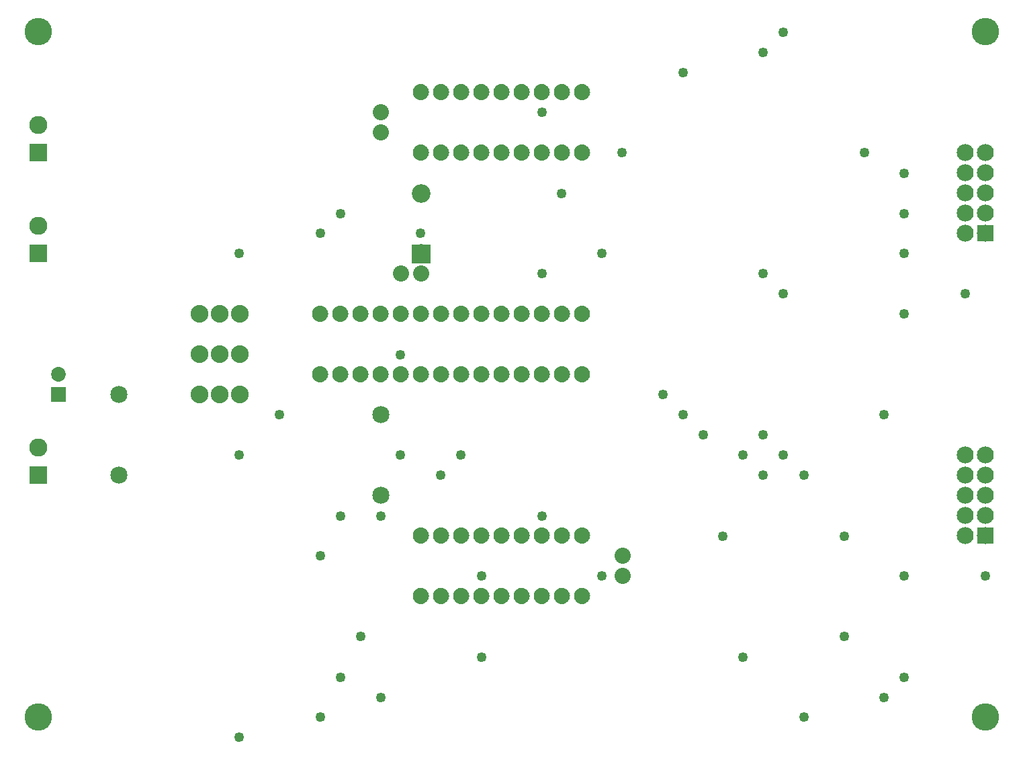
<source format=gbs>
G04 MADE WITH FRITZING*
G04 WWW.FRITZING.ORG*
G04 DOUBLE SIDED*
G04 HOLES PLATED*
G04 CONTOUR ON CENTER OF CONTOUR VECTOR*
%ASAXBY*%
%FSLAX23Y23*%
%MOIN*%
%OFA0B0*%
%SFA1.0B1.0*%
%ADD10C,0.049370*%
%ADD11C,0.135984*%
%ADD12C,0.080000*%
%ADD13C,0.084000*%
%ADD14C,0.090000*%
%ADD15C,0.085000*%
%ADD16C,0.072992*%
%ADD17C,0.088000*%
%ADD18C,0.092000*%
%ADD19R,0.084000X0.084000*%
%ADD20R,0.090000X0.090000*%
%ADD21R,0.072992X0.072992*%
%ADD22R,0.092000X0.092000*%
%ADD23R,0.001000X0.001000*%
%LNMASK0*%
G90*
G70*
G54D10*
X1138Y2463D03*
X1339Y1663D03*
X3241Y1763D03*
X3341Y1663D03*
X3442Y1562D03*
X4438Y2860D03*
X4740Y2262D03*
X4438Y2659D03*
X2738Y2760D03*
X3739Y3459D03*
X3341Y3359D03*
X3039Y2961D03*
X4242Y2961D03*
X2939Y2463D03*
X4438Y2463D03*
X3739Y2362D03*
X2642Y2362D03*
X3839Y2262D03*
X3839Y3560D03*
X1641Y2659D03*
X3638Y1462D03*
X2340Y460D03*
X3638Y460D03*
X3739Y1361D03*
X2642Y1160D03*
X2139Y1361D03*
X1641Y1160D03*
X1641Y360D03*
X4841Y863D03*
X4438Y863D03*
X4438Y2161D03*
X4438Y360D03*
X4338Y1663D03*
X3940Y1361D03*
X3739Y1562D03*
X3839Y1462D03*
X1938Y1960D03*
X1842Y1160D03*
X1842Y259D03*
X4338Y259D03*
X2939Y863D03*
X2340Y863D03*
X1540Y963D03*
X1540Y163D03*
X3940Y163D03*
X3538Y1059D03*
X1741Y561D03*
X4141Y561D03*
X4141Y1059D03*
X2038Y2563D03*
X1540Y2563D03*
X1938Y1462D03*
X2239Y1462D03*
X1138Y1462D03*
X1138Y63D03*
X2642Y3162D03*
G54D11*
X140Y161D03*
X140Y3561D03*
X4840Y3561D03*
X4840Y161D03*
G54D12*
X2040Y2361D03*
X1940Y2361D03*
X1840Y3061D03*
X1840Y3161D03*
X3040Y961D03*
X3040Y861D03*
G54D13*
X4740Y2561D03*
X4740Y2661D03*
X4740Y2761D03*
X4740Y2861D03*
X4740Y2961D03*
X4840Y2561D03*
X4840Y2661D03*
X4840Y2761D03*
X4840Y2861D03*
X4840Y2961D03*
X4740Y1061D03*
X4740Y1161D03*
X4740Y1261D03*
X4740Y1361D03*
X4740Y1461D03*
X4840Y1061D03*
X4840Y1161D03*
X4840Y1261D03*
X4840Y1361D03*
X4840Y1461D03*
G54D14*
X140Y1361D03*
X140Y1499D03*
G54D15*
X540Y1361D03*
X540Y1761D03*
G54D16*
X240Y1763D03*
X240Y1861D03*
G54D15*
X1840Y1261D03*
X1840Y1661D03*
G54D17*
X1140Y2161D03*
X1040Y2161D03*
X940Y2161D03*
X1140Y1761D03*
X1040Y1761D03*
X940Y1761D03*
X1140Y1961D03*
X1040Y1961D03*
X940Y1961D03*
G54D18*
X2040Y2461D03*
X2040Y2759D03*
G54D14*
X140Y2461D03*
X140Y2599D03*
X140Y2961D03*
X140Y3099D03*
G54D19*
X4840Y2561D03*
X4840Y1061D03*
G54D20*
X140Y1361D03*
G54D21*
X240Y1763D03*
G54D22*
X2040Y2460D03*
G54D20*
X140Y2461D03*
X140Y2961D03*
G54D23*
X2033Y3301D02*
X2046Y3301D01*
X2133Y3301D02*
X2146Y3301D01*
X2233Y3301D02*
X2246Y3301D01*
X2333Y3301D02*
X2346Y3301D01*
X2433Y3301D02*
X2446Y3301D01*
X2533Y3301D02*
X2546Y3301D01*
X2633Y3301D02*
X2646Y3301D01*
X2733Y3301D02*
X2746Y3301D01*
X2833Y3301D02*
X2846Y3301D01*
X2028Y3300D02*
X2050Y3300D01*
X2128Y3300D02*
X2150Y3300D01*
X2228Y3300D02*
X2250Y3300D01*
X2328Y3300D02*
X2350Y3300D01*
X2428Y3300D02*
X2450Y3300D01*
X2528Y3300D02*
X2550Y3300D01*
X2628Y3300D02*
X2650Y3300D01*
X2728Y3300D02*
X2750Y3300D01*
X2828Y3300D02*
X2850Y3300D01*
X2025Y3299D02*
X2053Y3299D01*
X2125Y3299D02*
X2153Y3299D01*
X2225Y3299D02*
X2253Y3299D01*
X2325Y3299D02*
X2353Y3299D01*
X2425Y3299D02*
X2453Y3299D01*
X2525Y3299D02*
X2553Y3299D01*
X2625Y3299D02*
X2653Y3299D01*
X2725Y3299D02*
X2753Y3299D01*
X2825Y3299D02*
X2853Y3299D01*
X2023Y3298D02*
X2055Y3298D01*
X2123Y3298D02*
X2155Y3298D01*
X2223Y3298D02*
X2255Y3298D01*
X2323Y3298D02*
X2355Y3298D01*
X2423Y3298D02*
X2455Y3298D01*
X2523Y3298D02*
X2555Y3298D01*
X2623Y3298D02*
X2655Y3298D01*
X2723Y3298D02*
X2755Y3298D01*
X2823Y3298D02*
X2855Y3298D01*
X2021Y3297D02*
X2057Y3297D01*
X2121Y3297D02*
X2157Y3297D01*
X2221Y3297D02*
X2257Y3297D01*
X2321Y3297D02*
X2357Y3297D01*
X2421Y3297D02*
X2457Y3297D01*
X2521Y3297D02*
X2557Y3297D01*
X2621Y3297D02*
X2657Y3297D01*
X2721Y3297D02*
X2757Y3297D01*
X2821Y3297D02*
X2857Y3297D01*
X2019Y3296D02*
X2059Y3296D01*
X2119Y3296D02*
X2159Y3296D01*
X2219Y3296D02*
X2259Y3296D01*
X2319Y3296D02*
X2359Y3296D01*
X2419Y3296D02*
X2459Y3296D01*
X2519Y3296D02*
X2559Y3296D01*
X2619Y3296D02*
X2659Y3296D01*
X2719Y3296D02*
X2759Y3296D01*
X2819Y3296D02*
X2859Y3296D01*
X2018Y3295D02*
X2061Y3295D01*
X2118Y3295D02*
X2161Y3295D01*
X2218Y3295D02*
X2261Y3295D01*
X2318Y3295D02*
X2361Y3295D01*
X2418Y3295D02*
X2461Y3295D01*
X2518Y3295D02*
X2561Y3295D01*
X2618Y3295D02*
X2661Y3295D01*
X2718Y3295D02*
X2761Y3295D01*
X2818Y3295D02*
X2861Y3295D01*
X2016Y3294D02*
X2062Y3294D01*
X2116Y3294D02*
X2162Y3294D01*
X2216Y3294D02*
X2262Y3294D01*
X2316Y3294D02*
X2362Y3294D01*
X2416Y3294D02*
X2462Y3294D01*
X2516Y3294D02*
X2562Y3294D01*
X2616Y3294D02*
X2662Y3294D01*
X2716Y3294D02*
X2762Y3294D01*
X2816Y3294D02*
X2862Y3294D01*
X2015Y3293D02*
X2064Y3293D01*
X2115Y3293D02*
X2164Y3293D01*
X2215Y3293D02*
X2264Y3293D01*
X2315Y3293D02*
X2364Y3293D01*
X2415Y3293D02*
X2463Y3293D01*
X2515Y3293D02*
X2563Y3293D01*
X2615Y3293D02*
X2663Y3293D01*
X2715Y3293D02*
X2763Y3293D01*
X2815Y3293D02*
X2863Y3293D01*
X2014Y3292D02*
X2065Y3292D01*
X2114Y3292D02*
X2165Y3292D01*
X2214Y3292D02*
X2265Y3292D01*
X2314Y3292D02*
X2365Y3292D01*
X2414Y3292D02*
X2465Y3292D01*
X2514Y3292D02*
X2565Y3292D01*
X2614Y3292D02*
X2665Y3292D01*
X2714Y3292D02*
X2765Y3292D01*
X2814Y3292D02*
X2865Y3292D01*
X2012Y3291D02*
X2066Y3291D01*
X2112Y3291D02*
X2166Y3291D01*
X2212Y3291D02*
X2266Y3291D01*
X2312Y3291D02*
X2366Y3291D01*
X2412Y3291D02*
X2466Y3291D01*
X2512Y3291D02*
X2566Y3291D01*
X2612Y3291D02*
X2666Y3291D01*
X2712Y3291D02*
X2766Y3291D01*
X2812Y3291D02*
X2866Y3291D01*
X2011Y3290D02*
X2067Y3290D01*
X2111Y3290D02*
X2167Y3290D01*
X2211Y3290D02*
X2267Y3290D01*
X2311Y3290D02*
X2367Y3290D01*
X2411Y3290D02*
X2467Y3290D01*
X2511Y3290D02*
X2567Y3290D01*
X2611Y3290D02*
X2667Y3290D01*
X2711Y3290D02*
X2767Y3290D01*
X2811Y3290D02*
X2867Y3290D01*
X2010Y3289D02*
X2068Y3289D01*
X2110Y3289D02*
X2168Y3289D01*
X2210Y3289D02*
X2268Y3289D01*
X2310Y3289D02*
X2368Y3289D01*
X2410Y3289D02*
X2468Y3289D01*
X2510Y3289D02*
X2568Y3289D01*
X2610Y3289D02*
X2668Y3289D01*
X2710Y3289D02*
X2768Y3289D01*
X2810Y3289D02*
X2868Y3289D01*
X2010Y3288D02*
X2069Y3288D01*
X2110Y3288D02*
X2169Y3288D01*
X2210Y3288D02*
X2269Y3288D01*
X2310Y3288D02*
X2369Y3288D01*
X2410Y3288D02*
X2469Y3288D01*
X2510Y3288D02*
X2569Y3288D01*
X2610Y3288D02*
X2669Y3288D01*
X2710Y3288D02*
X2769Y3288D01*
X2810Y3288D02*
X2869Y3288D01*
X2009Y3287D02*
X2070Y3287D01*
X2109Y3287D02*
X2170Y3287D01*
X2209Y3287D02*
X2270Y3287D01*
X2309Y3287D02*
X2370Y3287D01*
X2409Y3287D02*
X2470Y3287D01*
X2509Y3287D02*
X2570Y3287D01*
X2609Y3287D02*
X2670Y3287D01*
X2709Y3287D02*
X2770Y3287D01*
X2809Y3287D02*
X2870Y3287D01*
X2008Y3286D02*
X2070Y3286D01*
X2108Y3286D02*
X2170Y3286D01*
X2208Y3286D02*
X2270Y3286D01*
X2308Y3286D02*
X2370Y3286D01*
X2408Y3286D02*
X2470Y3286D01*
X2508Y3286D02*
X2570Y3286D01*
X2608Y3286D02*
X2670Y3286D01*
X2708Y3286D02*
X2770Y3286D01*
X2808Y3286D02*
X2870Y3286D01*
X2007Y3285D02*
X2071Y3285D01*
X2107Y3285D02*
X2171Y3285D01*
X2207Y3285D02*
X2271Y3285D01*
X2307Y3285D02*
X2371Y3285D01*
X2407Y3285D02*
X2471Y3285D01*
X2507Y3285D02*
X2571Y3285D01*
X2607Y3285D02*
X2671Y3285D01*
X2707Y3285D02*
X2771Y3285D01*
X2807Y3285D02*
X2871Y3285D01*
X2007Y3284D02*
X2072Y3284D01*
X2107Y3284D02*
X2172Y3284D01*
X2207Y3284D02*
X2272Y3284D01*
X2307Y3284D02*
X2372Y3284D01*
X2407Y3284D02*
X2472Y3284D01*
X2507Y3284D02*
X2572Y3284D01*
X2607Y3284D02*
X2672Y3284D01*
X2706Y3284D02*
X2772Y3284D01*
X2806Y3284D02*
X2872Y3284D01*
X2006Y3283D02*
X2072Y3283D01*
X2106Y3283D02*
X2172Y3283D01*
X2206Y3283D02*
X2272Y3283D01*
X2306Y3283D02*
X2372Y3283D01*
X2406Y3283D02*
X2472Y3283D01*
X2506Y3283D02*
X2572Y3283D01*
X2606Y3283D02*
X2672Y3283D01*
X2706Y3283D02*
X2772Y3283D01*
X2806Y3283D02*
X2872Y3283D01*
X2005Y3282D02*
X2073Y3282D01*
X2105Y3282D02*
X2173Y3282D01*
X2205Y3282D02*
X2273Y3282D01*
X2305Y3282D02*
X2373Y3282D01*
X2405Y3282D02*
X2473Y3282D01*
X2505Y3282D02*
X2573Y3282D01*
X2605Y3282D02*
X2673Y3282D01*
X2705Y3282D02*
X2773Y3282D01*
X2805Y3282D02*
X2873Y3282D01*
X2005Y3281D02*
X2074Y3281D01*
X2105Y3281D02*
X2174Y3281D01*
X2205Y3281D02*
X2274Y3281D01*
X2305Y3281D02*
X2374Y3281D01*
X2405Y3281D02*
X2474Y3281D01*
X2505Y3281D02*
X2574Y3281D01*
X2605Y3281D02*
X2674Y3281D01*
X2705Y3281D02*
X2774Y3281D01*
X2805Y3281D02*
X2874Y3281D01*
X2004Y3280D02*
X2074Y3280D01*
X2104Y3280D02*
X2174Y3280D01*
X2204Y3280D02*
X2274Y3280D01*
X2304Y3280D02*
X2374Y3280D01*
X2404Y3280D02*
X2474Y3280D01*
X2504Y3280D02*
X2574Y3280D01*
X2604Y3280D02*
X2674Y3280D01*
X2704Y3280D02*
X2774Y3280D01*
X2804Y3280D02*
X2874Y3280D01*
X2004Y3279D02*
X2075Y3279D01*
X2104Y3279D02*
X2175Y3279D01*
X2204Y3279D02*
X2275Y3279D01*
X2304Y3279D02*
X2375Y3279D01*
X2404Y3279D02*
X2475Y3279D01*
X2504Y3279D02*
X2575Y3279D01*
X2604Y3279D02*
X2675Y3279D01*
X2704Y3279D02*
X2775Y3279D01*
X2804Y3279D02*
X2875Y3279D01*
X2003Y3278D02*
X2075Y3278D01*
X2103Y3278D02*
X2175Y3278D01*
X2203Y3278D02*
X2275Y3278D01*
X2303Y3278D02*
X2375Y3278D01*
X2403Y3278D02*
X2475Y3278D01*
X2503Y3278D02*
X2575Y3278D01*
X2603Y3278D02*
X2675Y3278D01*
X2703Y3278D02*
X2775Y3278D01*
X2803Y3278D02*
X2875Y3278D01*
X2003Y3277D02*
X2076Y3277D01*
X2103Y3277D02*
X2176Y3277D01*
X2203Y3277D02*
X2276Y3277D01*
X2303Y3277D02*
X2376Y3277D01*
X2403Y3277D02*
X2476Y3277D01*
X2503Y3277D02*
X2576Y3277D01*
X2603Y3277D02*
X2676Y3277D01*
X2703Y3277D02*
X2776Y3277D01*
X2803Y3277D02*
X2876Y3277D01*
X2002Y3276D02*
X2076Y3276D01*
X2102Y3276D02*
X2176Y3276D01*
X2202Y3276D02*
X2276Y3276D01*
X2302Y3276D02*
X2376Y3276D01*
X2402Y3276D02*
X2476Y3276D01*
X2502Y3276D02*
X2576Y3276D01*
X2602Y3276D02*
X2676Y3276D01*
X2702Y3276D02*
X2776Y3276D01*
X2802Y3276D02*
X2876Y3276D01*
X2002Y3275D02*
X2076Y3275D01*
X2102Y3275D02*
X2176Y3275D01*
X2202Y3275D02*
X2276Y3275D01*
X2302Y3275D02*
X2376Y3275D01*
X2402Y3275D02*
X2476Y3275D01*
X2502Y3275D02*
X2576Y3275D01*
X2602Y3275D02*
X2676Y3275D01*
X2702Y3275D02*
X2776Y3275D01*
X2802Y3275D02*
X2876Y3275D01*
X2002Y3274D02*
X2077Y3274D01*
X2102Y3274D02*
X2177Y3274D01*
X2202Y3274D02*
X2277Y3274D01*
X2302Y3274D02*
X2377Y3274D01*
X2402Y3274D02*
X2477Y3274D01*
X2502Y3274D02*
X2577Y3274D01*
X2602Y3274D02*
X2677Y3274D01*
X2702Y3274D02*
X2777Y3274D01*
X2802Y3274D02*
X2877Y3274D01*
X2001Y3273D02*
X2077Y3273D01*
X2101Y3273D02*
X2177Y3273D01*
X2201Y3273D02*
X2277Y3273D01*
X2301Y3273D02*
X2377Y3273D01*
X2401Y3273D02*
X2477Y3273D01*
X2501Y3273D02*
X2577Y3273D01*
X2601Y3273D02*
X2677Y3273D01*
X2701Y3273D02*
X2777Y3273D01*
X2801Y3273D02*
X2877Y3273D01*
X2001Y3272D02*
X2077Y3272D01*
X2101Y3272D02*
X2177Y3272D01*
X2201Y3272D02*
X2277Y3272D01*
X2301Y3272D02*
X2377Y3272D01*
X2401Y3272D02*
X2477Y3272D01*
X2501Y3272D02*
X2577Y3272D01*
X2601Y3272D02*
X2677Y3272D01*
X2701Y3272D02*
X2777Y3272D01*
X2801Y3272D02*
X2877Y3272D01*
X2001Y3271D02*
X2077Y3271D01*
X2101Y3271D02*
X2177Y3271D01*
X2201Y3271D02*
X2277Y3271D01*
X2301Y3271D02*
X2377Y3271D01*
X2401Y3271D02*
X2477Y3271D01*
X2501Y3271D02*
X2577Y3271D01*
X2601Y3271D02*
X2677Y3271D01*
X2701Y3271D02*
X2777Y3271D01*
X2801Y3271D02*
X2877Y3271D01*
X2001Y3270D02*
X2078Y3270D01*
X2101Y3270D02*
X2178Y3270D01*
X2201Y3270D02*
X2278Y3270D01*
X2301Y3270D02*
X2378Y3270D01*
X2401Y3270D02*
X2478Y3270D01*
X2501Y3270D02*
X2578Y3270D01*
X2601Y3270D02*
X2678Y3270D01*
X2701Y3270D02*
X2778Y3270D01*
X2801Y3270D02*
X2878Y3270D01*
X2000Y3269D02*
X2078Y3269D01*
X2100Y3269D02*
X2178Y3269D01*
X2200Y3269D02*
X2278Y3269D01*
X2300Y3269D02*
X2378Y3269D01*
X2400Y3269D02*
X2478Y3269D01*
X2500Y3269D02*
X2578Y3269D01*
X2600Y3269D02*
X2678Y3269D01*
X2700Y3269D02*
X2778Y3269D01*
X2800Y3269D02*
X2878Y3269D01*
X2000Y3268D02*
X2078Y3268D01*
X2100Y3268D02*
X2178Y3268D01*
X2200Y3268D02*
X2278Y3268D01*
X2300Y3268D02*
X2378Y3268D01*
X2400Y3268D02*
X2478Y3268D01*
X2500Y3268D02*
X2578Y3268D01*
X2600Y3268D02*
X2678Y3268D01*
X2700Y3268D02*
X2778Y3268D01*
X2800Y3268D02*
X2878Y3268D01*
X2000Y3267D02*
X2078Y3267D01*
X2100Y3267D02*
X2178Y3267D01*
X2200Y3267D02*
X2278Y3267D01*
X2300Y3267D02*
X2378Y3267D01*
X2400Y3267D02*
X2478Y3267D01*
X2500Y3267D02*
X2578Y3267D01*
X2600Y3267D02*
X2678Y3267D01*
X2700Y3267D02*
X2778Y3267D01*
X2800Y3267D02*
X2878Y3267D01*
X2000Y3266D02*
X2078Y3266D01*
X2100Y3266D02*
X2178Y3266D01*
X2200Y3266D02*
X2278Y3266D01*
X2300Y3266D02*
X2378Y3266D01*
X2400Y3266D02*
X2478Y3266D01*
X2500Y3266D02*
X2578Y3266D01*
X2600Y3266D02*
X2678Y3266D01*
X2700Y3266D02*
X2778Y3266D01*
X2800Y3266D02*
X2878Y3266D01*
X2000Y3265D02*
X2078Y3265D01*
X2100Y3265D02*
X2178Y3265D01*
X2200Y3265D02*
X2278Y3265D01*
X2300Y3265D02*
X2378Y3265D01*
X2400Y3265D02*
X2478Y3265D01*
X2500Y3265D02*
X2578Y3265D01*
X2600Y3265D02*
X2678Y3265D01*
X2700Y3265D02*
X2778Y3265D01*
X2800Y3265D02*
X2878Y3265D01*
X2000Y3264D02*
X2079Y3264D01*
X2100Y3264D02*
X2179Y3264D01*
X2200Y3264D02*
X2279Y3264D01*
X2300Y3264D02*
X2379Y3264D01*
X2400Y3264D02*
X2479Y3264D01*
X2500Y3264D02*
X2579Y3264D01*
X2600Y3264D02*
X2678Y3264D01*
X2700Y3264D02*
X2778Y3264D01*
X2800Y3264D02*
X2878Y3264D01*
X2000Y3263D02*
X2079Y3263D01*
X2100Y3263D02*
X2179Y3263D01*
X2200Y3263D02*
X2279Y3263D01*
X2300Y3263D02*
X2379Y3263D01*
X2400Y3263D02*
X2479Y3263D01*
X2500Y3263D02*
X2579Y3263D01*
X2600Y3263D02*
X2679Y3263D01*
X2700Y3263D02*
X2779Y3263D01*
X2800Y3263D02*
X2879Y3263D01*
X2000Y3262D02*
X2079Y3262D01*
X2100Y3262D02*
X2179Y3262D01*
X2200Y3262D02*
X2279Y3262D01*
X2300Y3262D02*
X2379Y3262D01*
X2400Y3262D02*
X2479Y3262D01*
X2500Y3262D02*
X2579Y3262D01*
X2600Y3262D02*
X2679Y3262D01*
X2700Y3262D02*
X2779Y3262D01*
X2800Y3262D02*
X2879Y3262D01*
X2000Y3261D02*
X2079Y3261D01*
X2100Y3261D02*
X2179Y3261D01*
X2200Y3261D02*
X2279Y3261D01*
X2300Y3261D02*
X2379Y3261D01*
X2400Y3261D02*
X2479Y3261D01*
X2500Y3261D02*
X2579Y3261D01*
X2600Y3261D02*
X2679Y3261D01*
X2700Y3261D02*
X2779Y3261D01*
X2800Y3261D02*
X2879Y3261D01*
X2000Y3260D02*
X2079Y3260D01*
X2100Y3260D02*
X2179Y3260D01*
X2200Y3260D02*
X2279Y3260D01*
X2300Y3260D02*
X2379Y3260D01*
X2400Y3260D02*
X2479Y3260D01*
X2500Y3260D02*
X2579Y3260D01*
X2600Y3260D02*
X2679Y3260D01*
X2700Y3260D02*
X2779Y3260D01*
X2800Y3260D02*
X2879Y3260D01*
X2000Y3259D02*
X2079Y3259D01*
X2100Y3259D02*
X2179Y3259D01*
X2200Y3259D02*
X2279Y3259D01*
X2300Y3259D02*
X2378Y3259D01*
X2400Y3259D02*
X2478Y3259D01*
X2500Y3259D02*
X2578Y3259D01*
X2600Y3259D02*
X2678Y3259D01*
X2700Y3259D02*
X2778Y3259D01*
X2800Y3259D02*
X2878Y3259D01*
X2000Y3258D02*
X2078Y3258D01*
X2100Y3258D02*
X2178Y3258D01*
X2200Y3258D02*
X2278Y3258D01*
X2300Y3258D02*
X2378Y3258D01*
X2400Y3258D02*
X2478Y3258D01*
X2500Y3258D02*
X2578Y3258D01*
X2600Y3258D02*
X2678Y3258D01*
X2700Y3258D02*
X2778Y3258D01*
X2800Y3258D02*
X2878Y3258D01*
X2000Y3257D02*
X2078Y3257D01*
X2100Y3257D02*
X2178Y3257D01*
X2200Y3257D02*
X2278Y3257D01*
X2300Y3257D02*
X2378Y3257D01*
X2400Y3257D02*
X2478Y3257D01*
X2500Y3257D02*
X2578Y3257D01*
X2600Y3257D02*
X2678Y3257D01*
X2700Y3257D02*
X2778Y3257D01*
X2800Y3257D02*
X2878Y3257D01*
X2000Y3256D02*
X2078Y3256D01*
X2100Y3256D02*
X2178Y3256D01*
X2200Y3256D02*
X2278Y3256D01*
X2300Y3256D02*
X2378Y3256D01*
X2400Y3256D02*
X2478Y3256D01*
X2500Y3256D02*
X2578Y3256D01*
X2600Y3256D02*
X2678Y3256D01*
X2700Y3256D02*
X2778Y3256D01*
X2800Y3256D02*
X2878Y3256D01*
X2000Y3255D02*
X2078Y3255D01*
X2100Y3255D02*
X2178Y3255D01*
X2200Y3255D02*
X2278Y3255D01*
X2300Y3255D02*
X2378Y3255D01*
X2400Y3255D02*
X2478Y3255D01*
X2500Y3255D02*
X2578Y3255D01*
X2600Y3255D02*
X2678Y3255D01*
X2700Y3255D02*
X2778Y3255D01*
X2800Y3255D02*
X2878Y3255D01*
X2001Y3254D02*
X2078Y3254D01*
X2101Y3254D02*
X2178Y3254D01*
X2201Y3254D02*
X2278Y3254D01*
X2301Y3254D02*
X2378Y3254D01*
X2400Y3254D02*
X2478Y3254D01*
X2500Y3254D02*
X2578Y3254D01*
X2600Y3254D02*
X2678Y3254D01*
X2700Y3254D02*
X2778Y3254D01*
X2800Y3254D02*
X2878Y3254D01*
X2001Y3253D02*
X2078Y3253D01*
X2101Y3253D02*
X2178Y3253D01*
X2201Y3253D02*
X2278Y3253D01*
X2301Y3253D02*
X2378Y3253D01*
X2401Y3253D02*
X2478Y3253D01*
X2501Y3253D02*
X2578Y3253D01*
X2601Y3253D02*
X2678Y3253D01*
X2701Y3253D02*
X2778Y3253D01*
X2801Y3253D02*
X2878Y3253D01*
X2001Y3252D02*
X2077Y3252D01*
X2101Y3252D02*
X2177Y3252D01*
X2201Y3252D02*
X2277Y3252D01*
X2301Y3252D02*
X2377Y3252D01*
X2401Y3252D02*
X2477Y3252D01*
X2501Y3252D02*
X2577Y3252D01*
X2601Y3252D02*
X2677Y3252D01*
X2701Y3252D02*
X2777Y3252D01*
X2801Y3252D02*
X2877Y3252D01*
X2001Y3251D02*
X2077Y3251D01*
X2101Y3251D02*
X2177Y3251D01*
X2201Y3251D02*
X2277Y3251D01*
X2301Y3251D02*
X2377Y3251D01*
X2401Y3251D02*
X2477Y3251D01*
X2501Y3251D02*
X2577Y3251D01*
X2601Y3251D02*
X2677Y3251D01*
X2701Y3251D02*
X2777Y3251D01*
X2801Y3251D02*
X2877Y3251D01*
X2002Y3250D02*
X2077Y3250D01*
X2102Y3250D02*
X2177Y3250D01*
X2201Y3250D02*
X2277Y3250D01*
X2301Y3250D02*
X2377Y3250D01*
X2401Y3250D02*
X2477Y3250D01*
X2501Y3250D02*
X2577Y3250D01*
X2601Y3250D02*
X2677Y3250D01*
X2701Y3250D02*
X2777Y3250D01*
X2801Y3250D02*
X2877Y3250D01*
X2002Y3249D02*
X2077Y3249D01*
X2102Y3249D02*
X2177Y3249D01*
X2202Y3249D02*
X2277Y3249D01*
X2302Y3249D02*
X2377Y3249D01*
X2402Y3249D02*
X2477Y3249D01*
X2502Y3249D02*
X2576Y3249D01*
X2602Y3249D02*
X2676Y3249D01*
X2702Y3249D02*
X2776Y3249D01*
X2802Y3249D02*
X2876Y3249D01*
X2002Y3248D02*
X2076Y3248D01*
X2102Y3248D02*
X2176Y3248D01*
X2202Y3248D02*
X2276Y3248D01*
X2302Y3248D02*
X2376Y3248D01*
X2402Y3248D02*
X2476Y3248D01*
X2502Y3248D02*
X2576Y3248D01*
X2602Y3248D02*
X2676Y3248D01*
X2702Y3248D02*
X2776Y3248D01*
X2802Y3248D02*
X2876Y3248D01*
X2003Y3247D02*
X2076Y3247D01*
X2103Y3247D02*
X2176Y3247D01*
X2203Y3247D02*
X2276Y3247D01*
X2303Y3247D02*
X2376Y3247D01*
X2403Y3247D02*
X2476Y3247D01*
X2502Y3247D02*
X2576Y3247D01*
X2602Y3247D02*
X2676Y3247D01*
X2702Y3247D02*
X2776Y3247D01*
X2802Y3247D02*
X2876Y3247D01*
X2003Y3246D02*
X2075Y3246D01*
X2103Y3246D02*
X2175Y3246D01*
X2203Y3246D02*
X2275Y3246D01*
X2303Y3246D02*
X2375Y3246D01*
X2403Y3246D02*
X2475Y3246D01*
X2503Y3246D02*
X2575Y3246D01*
X2603Y3246D02*
X2675Y3246D01*
X2703Y3246D02*
X2775Y3246D01*
X2803Y3246D02*
X2875Y3246D01*
X2003Y3245D02*
X2075Y3245D01*
X2103Y3245D02*
X2175Y3245D01*
X2203Y3245D02*
X2275Y3245D01*
X2303Y3245D02*
X2375Y3245D01*
X2403Y3245D02*
X2475Y3245D01*
X2503Y3245D02*
X2575Y3245D01*
X2603Y3245D02*
X2675Y3245D01*
X2703Y3245D02*
X2775Y3245D01*
X2803Y3245D02*
X2875Y3245D01*
X2004Y3244D02*
X2074Y3244D01*
X2104Y3244D02*
X2174Y3244D01*
X2204Y3244D02*
X2274Y3244D01*
X2304Y3244D02*
X2374Y3244D01*
X2404Y3244D02*
X2474Y3244D01*
X2504Y3244D02*
X2574Y3244D01*
X2604Y3244D02*
X2674Y3244D01*
X2704Y3244D02*
X2774Y3244D01*
X2804Y3244D02*
X2874Y3244D01*
X2004Y3243D02*
X2074Y3243D01*
X2104Y3243D02*
X2174Y3243D01*
X2204Y3243D02*
X2274Y3243D01*
X2304Y3243D02*
X2374Y3243D01*
X2404Y3243D02*
X2474Y3243D01*
X2504Y3243D02*
X2574Y3243D01*
X2604Y3243D02*
X2674Y3243D01*
X2704Y3243D02*
X2774Y3243D01*
X2804Y3243D02*
X2874Y3243D01*
X2005Y3242D02*
X2073Y3242D01*
X2105Y3242D02*
X2173Y3242D01*
X2205Y3242D02*
X2273Y3242D01*
X2305Y3242D02*
X2373Y3242D01*
X2405Y3242D02*
X2473Y3242D01*
X2505Y3242D02*
X2573Y3242D01*
X2605Y3242D02*
X2673Y3242D01*
X2705Y3242D02*
X2773Y3242D01*
X2805Y3242D02*
X2873Y3242D01*
X2006Y3241D02*
X2073Y3241D01*
X2106Y3241D02*
X2173Y3241D01*
X2206Y3241D02*
X2273Y3241D01*
X2306Y3241D02*
X2373Y3241D01*
X2406Y3241D02*
X2473Y3241D01*
X2506Y3241D02*
X2573Y3241D01*
X2606Y3241D02*
X2673Y3241D01*
X2706Y3241D02*
X2773Y3241D01*
X2806Y3241D02*
X2873Y3241D01*
X2006Y3240D02*
X2072Y3240D01*
X2106Y3240D02*
X2172Y3240D01*
X2206Y3240D02*
X2272Y3240D01*
X2306Y3240D02*
X2372Y3240D01*
X2406Y3240D02*
X2472Y3240D01*
X2506Y3240D02*
X2572Y3240D01*
X2606Y3240D02*
X2672Y3240D01*
X2706Y3240D02*
X2772Y3240D01*
X2806Y3240D02*
X2872Y3240D01*
X2007Y3239D02*
X2071Y3239D01*
X2107Y3239D02*
X2171Y3239D01*
X2207Y3239D02*
X2271Y3239D01*
X2307Y3239D02*
X2371Y3239D01*
X2407Y3239D02*
X2471Y3239D01*
X2507Y3239D02*
X2571Y3239D01*
X2607Y3239D02*
X2671Y3239D01*
X2707Y3239D02*
X2771Y3239D01*
X2807Y3239D02*
X2871Y3239D01*
X2008Y3238D02*
X2071Y3238D01*
X2108Y3238D02*
X2171Y3238D01*
X2208Y3238D02*
X2271Y3238D01*
X2308Y3238D02*
X2371Y3238D01*
X2408Y3238D02*
X2471Y3238D01*
X2508Y3238D02*
X2571Y3238D01*
X2608Y3238D02*
X2671Y3238D01*
X2708Y3238D02*
X2771Y3238D01*
X2808Y3238D02*
X2871Y3238D01*
X2008Y3237D02*
X2070Y3237D01*
X2108Y3237D02*
X2170Y3237D01*
X2208Y3237D02*
X2270Y3237D01*
X2308Y3237D02*
X2370Y3237D01*
X2408Y3237D02*
X2470Y3237D01*
X2508Y3237D02*
X2570Y3237D01*
X2608Y3237D02*
X2670Y3237D01*
X2708Y3237D02*
X2770Y3237D01*
X2808Y3237D02*
X2870Y3237D01*
X2009Y3236D02*
X2069Y3236D01*
X2109Y3236D02*
X2169Y3236D01*
X2209Y3236D02*
X2269Y3236D01*
X2309Y3236D02*
X2369Y3236D01*
X2409Y3236D02*
X2469Y3236D01*
X2509Y3236D02*
X2569Y3236D01*
X2609Y3236D02*
X2669Y3236D01*
X2709Y3236D02*
X2769Y3236D01*
X2809Y3236D02*
X2869Y3236D01*
X2010Y3235D02*
X2068Y3235D01*
X2110Y3235D02*
X2168Y3235D01*
X2210Y3235D02*
X2268Y3235D01*
X2310Y3235D02*
X2368Y3235D01*
X2410Y3235D02*
X2468Y3235D01*
X2510Y3235D02*
X2568Y3235D01*
X2610Y3235D02*
X2668Y3235D01*
X2710Y3235D02*
X2768Y3235D01*
X2810Y3235D02*
X2868Y3235D01*
X2011Y3234D02*
X2067Y3234D01*
X2111Y3234D02*
X2167Y3234D01*
X2211Y3234D02*
X2267Y3234D01*
X2311Y3234D02*
X2367Y3234D01*
X2411Y3234D02*
X2467Y3234D01*
X2511Y3234D02*
X2567Y3234D01*
X2611Y3234D02*
X2667Y3234D01*
X2711Y3234D02*
X2767Y3234D01*
X2811Y3234D02*
X2867Y3234D01*
X2012Y3233D02*
X2066Y3233D01*
X2112Y3233D02*
X2166Y3233D01*
X2212Y3233D02*
X2266Y3233D01*
X2312Y3233D02*
X2366Y3233D01*
X2412Y3233D02*
X2466Y3233D01*
X2512Y3233D02*
X2566Y3233D01*
X2612Y3233D02*
X2666Y3233D01*
X2712Y3233D02*
X2766Y3233D01*
X2812Y3233D02*
X2866Y3233D01*
X2013Y3232D02*
X2065Y3232D01*
X2113Y3232D02*
X2165Y3232D01*
X2213Y3232D02*
X2265Y3232D01*
X2313Y3232D02*
X2365Y3232D01*
X2413Y3232D02*
X2465Y3232D01*
X2513Y3232D02*
X2565Y3232D01*
X2613Y3232D02*
X2665Y3232D01*
X2713Y3232D02*
X2765Y3232D01*
X2813Y3232D02*
X2865Y3232D01*
X2014Y3231D02*
X2064Y3231D01*
X2114Y3231D02*
X2164Y3231D01*
X2214Y3231D02*
X2264Y3231D01*
X2314Y3231D02*
X2364Y3231D01*
X2414Y3231D02*
X2464Y3231D01*
X2514Y3231D02*
X2564Y3231D01*
X2614Y3231D02*
X2664Y3231D01*
X2714Y3231D02*
X2764Y3231D01*
X2814Y3231D02*
X2864Y3231D01*
X2016Y3230D02*
X2063Y3230D01*
X2116Y3230D02*
X2163Y3230D01*
X2216Y3230D02*
X2263Y3230D01*
X2316Y3230D02*
X2363Y3230D01*
X2415Y3230D02*
X2463Y3230D01*
X2515Y3230D02*
X2563Y3230D01*
X2615Y3230D02*
X2663Y3230D01*
X2715Y3230D02*
X2763Y3230D01*
X2815Y3230D02*
X2863Y3230D01*
X2017Y3229D02*
X2061Y3229D01*
X2117Y3229D02*
X2161Y3229D01*
X2217Y3229D02*
X2261Y3229D01*
X2317Y3229D02*
X2361Y3229D01*
X2417Y3229D02*
X2461Y3229D01*
X2517Y3229D02*
X2561Y3229D01*
X2617Y3229D02*
X2661Y3229D01*
X2717Y3229D02*
X2761Y3229D01*
X2817Y3229D02*
X2861Y3229D01*
X2018Y3228D02*
X2060Y3228D01*
X2118Y3228D02*
X2160Y3228D01*
X2218Y3228D02*
X2260Y3228D01*
X2318Y3228D02*
X2360Y3228D01*
X2418Y3228D02*
X2460Y3228D01*
X2518Y3228D02*
X2560Y3228D01*
X2618Y3228D02*
X2660Y3228D01*
X2718Y3228D02*
X2760Y3228D01*
X2818Y3228D02*
X2860Y3228D01*
X2020Y3227D02*
X2058Y3227D01*
X2120Y3227D02*
X2158Y3227D01*
X2220Y3227D02*
X2258Y3227D01*
X2320Y3227D02*
X2358Y3227D01*
X2420Y3227D02*
X2458Y3227D01*
X2520Y3227D02*
X2558Y3227D01*
X2620Y3227D02*
X2658Y3227D01*
X2720Y3227D02*
X2758Y3227D01*
X2820Y3227D02*
X2858Y3227D01*
X2022Y3226D02*
X2056Y3226D01*
X2122Y3226D02*
X2156Y3226D01*
X2222Y3226D02*
X2256Y3226D01*
X2322Y3226D02*
X2356Y3226D01*
X2422Y3226D02*
X2456Y3226D01*
X2522Y3226D02*
X2556Y3226D01*
X2622Y3226D02*
X2656Y3226D01*
X2722Y3226D02*
X2756Y3226D01*
X2822Y3226D02*
X2856Y3226D01*
X2024Y3225D02*
X2054Y3225D01*
X2124Y3225D02*
X2154Y3225D01*
X2224Y3225D02*
X2254Y3225D01*
X2324Y3225D02*
X2354Y3225D01*
X2424Y3225D02*
X2454Y3225D01*
X2524Y3225D02*
X2554Y3225D01*
X2624Y3225D02*
X2654Y3225D01*
X2724Y3225D02*
X2754Y3225D01*
X2824Y3225D02*
X2854Y3225D01*
X2027Y3224D02*
X2052Y3224D01*
X2127Y3224D02*
X2152Y3224D01*
X2227Y3224D02*
X2252Y3224D01*
X2327Y3224D02*
X2352Y3224D01*
X2427Y3224D02*
X2452Y3224D01*
X2527Y3224D02*
X2552Y3224D01*
X2627Y3224D02*
X2652Y3224D01*
X2727Y3224D02*
X2752Y3224D01*
X2827Y3224D02*
X2852Y3224D01*
X2030Y3223D02*
X2048Y3223D01*
X2130Y3223D02*
X2148Y3223D01*
X2230Y3223D02*
X2248Y3223D01*
X2330Y3223D02*
X2348Y3223D01*
X2430Y3223D02*
X2448Y3223D01*
X2530Y3223D02*
X2548Y3223D01*
X2630Y3223D02*
X2648Y3223D01*
X2730Y3223D02*
X2748Y3223D01*
X2830Y3223D02*
X2848Y3223D01*
X2036Y3222D02*
X2043Y3222D01*
X2136Y3222D02*
X2143Y3222D01*
X2236Y3222D02*
X2243Y3222D01*
X2336Y3222D02*
X2343Y3222D01*
X2436Y3222D02*
X2443Y3222D01*
X2536Y3222D02*
X2543Y3222D01*
X2636Y3222D02*
X2643Y3222D01*
X2736Y3222D02*
X2742Y3222D01*
X2836Y3222D02*
X2842Y3222D01*
X2032Y3001D02*
X2046Y3001D01*
X2132Y3001D02*
X2146Y3001D01*
X2232Y3001D02*
X2246Y3001D01*
X2332Y3001D02*
X2346Y3001D01*
X2432Y3001D02*
X2446Y3001D01*
X2532Y3001D02*
X2546Y3001D01*
X2632Y3001D02*
X2646Y3001D01*
X2732Y3001D02*
X2746Y3001D01*
X2832Y3001D02*
X2846Y3001D01*
X2028Y3000D02*
X2050Y3000D01*
X2128Y3000D02*
X2150Y3000D01*
X2228Y3000D02*
X2250Y3000D01*
X2328Y3000D02*
X2350Y3000D01*
X2428Y3000D02*
X2450Y3000D01*
X2528Y3000D02*
X2550Y3000D01*
X2628Y3000D02*
X2650Y3000D01*
X2728Y3000D02*
X2750Y3000D01*
X2828Y3000D02*
X2850Y3000D01*
X2025Y2999D02*
X2053Y2999D01*
X2125Y2999D02*
X2153Y2999D01*
X2225Y2999D02*
X2253Y2999D01*
X2325Y2999D02*
X2353Y2999D01*
X2425Y2999D02*
X2453Y2999D01*
X2525Y2999D02*
X2553Y2999D01*
X2625Y2999D02*
X2653Y2999D01*
X2725Y2999D02*
X2753Y2999D01*
X2825Y2999D02*
X2853Y2999D01*
X2023Y2998D02*
X2056Y2998D01*
X2123Y2998D02*
X2156Y2998D01*
X2223Y2998D02*
X2256Y2998D01*
X2323Y2998D02*
X2356Y2998D01*
X2423Y2998D02*
X2456Y2998D01*
X2523Y2998D02*
X2556Y2998D01*
X2623Y2998D02*
X2656Y2998D01*
X2723Y2998D02*
X2756Y2998D01*
X2823Y2998D02*
X2856Y2998D01*
X2021Y2997D02*
X2058Y2997D01*
X2121Y2997D02*
X2158Y2997D01*
X2221Y2997D02*
X2258Y2997D01*
X2321Y2997D02*
X2358Y2997D01*
X2421Y2997D02*
X2458Y2997D01*
X2521Y2997D02*
X2558Y2997D01*
X2621Y2997D02*
X2658Y2997D01*
X2721Y2997D02*
X2758Y2997D01*
X2821Y2997D02*
X2858Y2997D01*
X2019Y2996D02*
X2059Y2996D01*
X2119Y2996D02*
X2159Y2996D01*
X2219Y2996D02*
X2259Y2996D01*
X2319Y2996D02*
X2359Y2996D01*
X2419Y2996D02*
X2459Y2996D01*
X2519Y2996D02*
X2559Y2996D01*
X2619Y2996D02*
X2659Y2996D01*
X2719Y2996D02*
X2759Y2996D01*
X2819Y2996D02*
X2859Y2996D01*
X2018Y2995D02*
X2061Y2995D01*
X2117Y2995D02*
X2161Y2995D01*
X2217Y2995D02*
X2261Y2995D01*
X2317Y2995D02*
X2361Y2995D01*
X2417Y2995D02*
X2461Y2995D01*
X2517Y2995D02*
X2561Y2995D01*
X2617Y2995D02*
X2661Y2995D01*
X2717Y2995D02*
X2761Y2995D01*
X2817Y2995D02*
X2861Y2995D01*
X2016Y2994D02*
X2062Y2994D01*
X2116Y2994D02*
X2162Y2994D01*
X2216Y2994D02*
X2262Y2994D01*
X2316Y2994D02*
X2362Y2994D01*
X2416Y2994D02*
X2462Y2994D01*
X2516Y2994D02*
X2562Y2994D01*
X2616Y2994D02*
X2662Y2994D01*
X2716Y2994D02*
X2762Y2994D01*
X2816Y2994D02*
X2862Y2994D01*
X2015Y2993D02*
X2064Y2993D01*
X2115Y2993D02*
X2164Y2993D01*
X2215Y2993D02*
X2264Y2993D01*
X2315Y2993D02*
X2364Y2993D01*
X2415Y2993D02*
X2464Y2993D01*
X2515Y2993D02*
X2564Y2993D01*
X2615Y2993D02*
X2664Y2993D01*
X2715Y2993D02*
X2764Y2993D01*
X2815Y2993D02*
X2864Y2993D01*
X2014Y2992D02*
X2065Y2992D01*
X2114Y2992D02*
X2165Y2992D01*
X2214Y2992D02*
X2265Y2992D01*
X2314Y2992D02*
X2365Y2992D01*
X2414Y2992D02*
X2465Y2992D01*
X2513Y2992D02*
X2565Y2992D01*
X2613Y2992D02*
X2665Y2992D01*
X2713Y2992D02*
X2765Y2992D01*
X2813Y2992D02*
X2865Y2992D01*
X2012Y2991D02*
X2066Y2991D01*
X2112Y2991D02*
X2166Y2991D01*
X2212Y2991D02*
X2266Y2991D01*
X2312Y2991D02*
X2366Y2991D01*
X2412Y2991D02*
X2466Y2991D01*
X2512Y2991D02*
X2566Y2991D01*
X2612Y2991D02*
X2666Y2991D01*
X2712Y2991D02*
X2766Y2991D01*
X2812Y2991D02*
X2866Y2991D01*
X2011Y2990D02*
X2067Y2990D01*
X2111Y2990D02*
X2167Y2990D01*
X2211Y2990D02*
X2267Y2990D01*
X2311Y2990D02*
X2367Y2990D01*
X2411Y2990D02*
X2467Y2990D01*
X2511Y2990D02*
X2567Y2990D01*
X2611Y2990D02*
X2667Y2990D01*
X2711Y2990D02*
X2767Y2990D01*
X2811Y2990D02*
X2867Y2990D01*
X2010Y2989D02*
X2068Y2989D01*
X2110Y2989D02*
X2168Y2989D01*
X2210Y2989D02*
X2268Y2989D01*
X2310Y2989D02*
X2368Y2989D01*
X2410Y2989D02*
X2468Y2989D01*
X2510Y2989D02*
X2568Y2989D01*
X2610Y2989D02*
X2668Y2989D01*
X2710Y2989D02*
X2768Y2989D01*
X2810Y2989D02*
X2868Y2989D01*
X2010Y2988D02*
X2069Y2988D01*
X2110Y2988D02*
X2169Y2988D01*
X2210Y2988D02*
X2269Y2988D01*
X2310Y2988D02*
X2369Y2988D01*
X2410Y2988D02*
X2469Y2988D01*
X2509Y2988D02*
X2569Y2988D01*
X2609Y2988D02*
X2669Y2988D01*
X2709Y2988D02*
X2769Y2988D01*
X2809Y2988D02*
X2869Y2988D01*
X2009Y2987D02*
X2070Y2987D01*
X2109Y2987D02*
X2170Y2987D01*
X2209Y2987D02*
X2270Y2987D01*
X2309Y2987D02*
X2370Y2987D01*
X2409Y2987D02*
X2470Y2987D01*
X2509Y2987D02*
X2570Y2987D01*
X2609Y2987D02*
X2670Y2987D01*
X2709Y2987D02*
X2770Y2987D01*
X2809Y2987D02*
X2870Y2987D01*
X2008Y2986D02*
X2070Y2986D01*
X2108Y2986D02*
X2170Y2986D01*
X2208Y2986D02*
X2270Y2986D01*
X2308Y2986D02*
X2370Y2986D01*
X2408Y2986D02*
X2470Y2986D01*
X2508Y2986D02*
X2570Y2986D01*
X2608Y2986D02*
X2670Y2986D01*
X2708Y2986D02*
X2770Y2986D01*
X2808Y2986D02*
X2870Y2986D01*
X2007Y2985D02*
X2071Y2985D01*
X2107Y2985D02*
X2171Y2985D01*
X2207Y2985D02*
X2271Y2985D01*
X2307Y2985D02*
X2371Y2985D01*
X2407Y2985D02*
X2471Y2985D01*
X2507Y2985D02*
X2571Y2985D01*
X2607Y2985D02*
X2671Y2985D01*
X2707Y2985D02*
X2771Y2985D01*
X2807Y2985D02*
X2871Y2985D01*
X2007Y2984D02*
X2072Y2984D01*
X2106Y2984D02*
X2172Y2984D01*
X2206Y2984D02*
X2272Y2984D01*
X2306Y2984D02*
X2372Y2984D01*
X2406Y2984D02*
X2472Y2984D01*
X2506Y2984D02*
X2572Y2984D01*
X2606Y2984D02*
X2672Y2984D01*
X2706Y2984D02*
X2772Y2984D01*
X2806Y2984D02*
X2872Y2984D01*
X2006Y2983D02*
X2073Y2983D01*
X2106Y2983D02*
X2172Y2983D01*
X2206Y2983D02*
X2272Y2983D01*
X2306Y2983D02*
X2372Y2983D01*
X2406Y2983D02*
X2472Y2983D01*
X2506Y2983D02*
X2572Y2983D01*
X2606Y2983D02*
X2672Y2983D01*
X2706Y2983D02*
X2772Y2983D01*
X2806Y2983D02*
X2872Y2983D01*
X2005Y2982D02*
X2073Y2982D01*
X2105Y2982D02*
X2173Y2982D01*
X2205Y2982D02*
X2273Y2982D01*
X2305Y2982D02*
X2373Y2982D01*
X2405Y2982D02*
X2473Y2982D01*
X2505Y2982D02*
X2573Y2982D01*
X2605Y2982D02*
X2673Y2982D01*
X2705Y2982D02*
X2773Y2982D01*
X2805Y2982D02*
X2873Y2982D01*
X2005Y2981D02*
X2074Y2981D01*
X2105Y2981D02*
X2174Y2981D01*
X2205Y2981D02*
X2274Y2981D01*
X2305Y2981D02*
X2374Y2981D01*
X2405Y2981D02*
X2474Y2981D01*
X2505Y2981D02*
X2574Y2981D01*
X2605Y2981D02*
X2674Y2981D01*
X2705Y2981D02*
X2774Y2981D01*
X2805Y2981D02*
X2874Y2981D01*
X2004Y2980D02*
X2074Y2980D01*
X2104Y2980D02*
X2174Y2980D01*
X2204Y2980D02*
X2274Y2980D01*
X2304Y2980D02*
X2374Y2980D01*
X2404Y2980D02*
X2474Y2980D01*
X2504Y2980D02*
X2574Y2980D01*
X2604Y2980D02*
X2674Y2980D01*
X2704Y2980D02*
X2774Y2980D01*
X2804Y2980D02*
X2874Y2980D01*
X2004Y2979D02*
X2075Y2979D01*
X2104Y2979D02*
X2175Y2979D01*
X2204Y2979D02*
X2275Y2979D01*
X2304Y2979D02*
X2375Y2979D01*
X2404Y2979D02*
X2475Y2979D01*
X2504Y2979D02*
X2575Y2979D01*
X2604Y2979D02*
X2675Y2979D01*
X2704Y2979D02*
X2775Y2979D01*
X2804Y2979D02*
X2875Y2979D01*
X2003Y2978D02*
X2075Y2978D01*
X2103Y2978D02*
X2175Y2978D01*
X2203Y2978D02*
X2275Y2978D01*
X2303Y2978D02*
X2375Y2978D01*
X2403Y2978D02*
X2475Y2978D01*
X2503Y2978D02*
X2575Y2978D01*
X2603Y2978D02*
X2675Y2978D01*
X2703Y2978D02*
X2775Y2978D01*
X2803Y2978D02*
X2875Y2978D01*
X2003Y2977D02*
X2076Y2977D01*
X2103Y2977D02*
X2176Y2977D01*
X2203Y2977D02*
X2276Y2977D01*
X2303Y2977D02*
X2376Y2977D01*
X2403Y2977D02*
X2476Y2977D01*
X2503Y2977D02*
X2576Y2977D01*
X2603Y2977D02*
X2676Y2977D01*
X2703Y2977D02*
X2776Y2977D01*
X2803Y2977D02*
X2876Y2977D01*
X2002Y2976D02*
X2076Y2976D01*
X2102Y2976D02*
X2176Y2976D01*
X2202Y2976D02*
X2276Y2976D01*
X2302Y2976D02*
X2376Y2976D01*
X2402Y2976D02*
X2476Y2976D01*
X2502Y2976D02*
X2576Y2976D01*
X2602Y2976D02*
X2676Y2976D01*
X2702Y2976D02*
X2776Y2976D01*
X2802Y2976D02*
X2876Y2976D01*
X2002Y2975D02*
X2076Y2975D01*
X2102Y2975D02*
X2176Y2975D01*
X2202Y2975D02*
X2276Y2975D01*
X2302Y2975D02*
X2376Y2975D01*
X2402Y2975D02*
X2476Y2975D01*
X2502Y2975D02*
X2576Y2975D01*
X2602Y2975D02*
X2676Y2975D01*
X2702Y2975D02*
X2776Y2975D01*
X2802Y2975D02*
X2876Y2975D01*
X2002Y2974D02*
X2077Y2974D01*
X2102Y2974D02*
X2177Y2974D01*
X2202Y2974D02*
X2277Y2974D01*
X2302Y2974D02*
X2377Y2974D01*
X2402Y2974D02*
X2477Y2974D01*
X2502Y2974D02*
X2577Y2974D01*
X2602Y2974D02*
X2677Y2974D01*
X2702Y2974D02*
X2777Y2974D01*
X2802Y2974D02*
X2877Y2974D01*
X2001Y2973D02*
X2077Y2973D01*
X2101Y2973D02*
X2177Y2973D01*
X2201Y2973D02*
X2277Y2973D01*
X2301Y2973D02*
X2377Y2973D01*
X2401Y2973D02*
X2477Y2973D01*
X2501Y2973D02*
X2577Y2973D01*
X2601Y2973D02*
X2677Y2973D01*
X2701Y2973D02*
X2777Y2973D01*
X2801Y2973D02*
X2877Y2973D01*
X2001Y2972D02*
X2077Y2972D01*
X2101Y2972D02*
X2177Y2972D01*
X2201Y2972D02*
X2277Y2972D01*
X2301Y2972D02*
X2377Y2972D01*
X2401Y2972D02*
X2477Y2972D01*
X2501Y2972D02*
X2577Y2972D01*
X2601Y2972D02*
X2677Y2972D01*
X2701Y2972D02*
X2777Y2972D01*
X2801Y2972D02*
X2877Y2972D01*
X2001Y2971D02*
X2078Y2971D01*
X2101Y2971D02*
X2178Y2971D01*
X2201Y2971D02*
X2277Y2971D01*
X2301Y2971D02*
X2377Y2971D01*
X2401Y2971D02*
X2477Y2971D01*
X2501Y2971D02*
X2577Y2971D01*
X2601Y2971D02*
X2677Y2971D01*
X2701Y2971D02*
X2777Y2971D01*
X2801Y2971D02*
X2877Y2971D01*
X2001Y2970D02*
X2078Y2970D01*
X2101Y2970D02*
X2178Y2970D01*
X2201Y2970D02*
X2278Y2970D01*
X2301Y2970D02*
X2378Y2970D01*
X2401Y2970D02*
X2478Y2970D01*
X2501Y2970D02*
X2578Y2970D01*
X2601Y2970D02*
X2678Y2970D01*
X2701Y2970D02*
X2778Y2970D01*
X2801Y2970D02*
X2878Y2970D01*
X2000Y2969D02*
X2078Y2969D01*
X2100Y2969D02*
X2178Y2969D01*
X2200Y2969D02*
X2278Y2969D01*
X2300Y2969D02*
X2378Y2969D01*
X2400Y2969D02*
X2478Y2969D01*
X2500Y2969D02*
X2578Y2969D01*
X2600Y2969D02*
X2678Y2969D01*
X2700Y2969D02*
X2778Y2969D01*
X2800Y2969D02*
X2878Y2969D01*
X2000Y2968D02*
X2078Y2968D01*
X2100Y2968D02*
X2178Y2968D01*
X2200Y2968D02*
X2278Y2968D01*
X2300Y2968D02*
X2378Y2968D01*
X2400Y2968D02*
X2478Y2968D01*
X2500Y2968D02*
X2578Y2968D01*
X2600Y2968D02*
X2678Y2968D01*
X2700Y2968D02*
X2778Y2968D01*
X2800Y2968D02*
X2878Y2968D01*
X2000Y2967D02*
X2078Y2967D01*
X2100Y2967D02*
X2178Y2967D01*
X2200Y2967D02*
X2278Y2967D01*
X2300Y2967D02*
X2378Y2967D01*
X2400Y2967D02*
X2478Y2967D01*
X2500Y2967D02*
X2578Y2967D01*
X2600Y2967D02*
X2678Y2967D01*
X2700Y2967D02*
X2778Y2967D01*
X2800Y2967D02*
X2878Y2967D01*
X2000Y2966D02*
X2078Y2966D01*
X2100Y2966D02*
X2178Y2966D01*
X2200Y2966D02*
X2278Y2966D01*
X2300Y2966D02*
X2378Y2966D01*
X2400Y2966D02*
X2478Y2966D01*
X2500Y2966D02*
X2578Y2966D01*
X2600Y2966D02*
X2678Y2966D01*
X2700Y2966D02*
X2778Y2966D01*
X2800Y2966D02*
X2878Y2966D01*
X2000Y2965D02*
X2079Y2965D01*
X2100Y2965D02*
X2178Y2965D01*
X2200Y2965D02*
X2278Y2965D01*
X2300Y2965D02*
X2378Y2965D01*
X2400Y2965D02*
X2478Y2965D01*
X2500Y2965D02*
X2578Y2965D01*
X2600Y2965D02*
X2678Y2965D01*
X2700Y2965D02*
X2778Y2965D01*
X2800Y2965D02*
X2878Y2965D01*
X2000Y2964D02*
X2079Y2964D01*
X2100Y2964D02*
X2179Y2964D01*
X2200Y2964D02*
X2279Y2964D01*
X2300Y2964D02*
X2379Y2964D01*
X2400Y2964D02*
X2479Y2964D01*
X2500Y2964D02*
X2579Y2964D01*
X2600Y2964D02*
X2679Y2964D01*
X2700Y2964D02*
X2778Y2964D01*
X2800Y2964D02*
X2878Y2964D01*
X2000Y2963D02*
X2079Y2963D01*
X2100Y2963D02*
X2179Y2963D01*
X2200Y2963D02*
X2279Y2963D01*
X2300Y2963D02*
X2379Y2963D01*
X2400Y2963D02*
X2479Y2963D01*
X2500Y2963D02*
X2579Y2963D01*
X2600Y2963D02*
X2679Y2963D01*
X2700Y2963D02*
X2779Y2963D01*
X2800Y2963D02*
X2879Y2963D01*
X2000Y2962D02*
X2079Y2962D01*
X2100Y2962D02*
X2179Y2962D01*
X2200Y2962D02*
X2279Y2962D01*
X2300Y2962D02*
X2379Y2962D01*
X2400Y2962D02*
X2479Y2962D01*
X2500Y2962D02*
X2579Y2962D01*
X2600Y2962D02*
X2679Y2962D01*
X2700Y2962D02*
X2779Y2962D01*
X2800Y2962D02*
X2879Y2962D01*
X2000Y2961D02*
X2079Y2961D01*
X2100Y2961D02*
X2179Y2961D01*
X2200Y2961D02*
X2279Y2961D01*
X2300Y2961D02*
X2379Y2961D01*
X2400Y2961D02*
X2479Y2961D01*
X2500Y2961D02*
X2579Y2961D01*
X2600Y2961D02*
X2679Y2961D01*
X2700Y2961D02*
X2779Y2961D01*
X2800Y2961D02*
X2879Y2961D01*
X2000Y2960D02*
X2079Y2960D01*
X2100Y2960D02*
X2179Y2960D01*
X2200Y2960D02*
X2279Y2960D01*
X2300Y2960D02*
X2379Y2960D01*
X2400Y2960D02*
X2479Y2960D01*
X2500Y2960D02*
X2579Y2960D01*
X2600Y2960D02*
X2679Y2960D01*
X2700Y2960D02*
X2779Y2960D01*
X2800Y2960D02*
X2879Y2960D01*
X2000Y2959D02*
X2079Y2959D01*
X2100Y2959D02*
X2179Y2959D01*
X2200Y2959D02*
X2279Y2959D01*
X2300Y2959D02*
X2378Y2959D01*
X2400Y2959D02*
X2478Y2959D01*
X2500Y2959D02*
X2578Y2959D01*
X2600Y2959D02*
X2678Y2959D01*
X2700Y2959D02*
X2778Y2959D01*
X2800Y2959D02*
X2878Y2959D01*
X2000Y2958D02*
X2078Y2958D01*
X2100Y2958D02*
X2178Y2958D01*
X2200Y2958D02*
X2278Y2958D01*
X2300Y2958D02*
X2378Y2958D01*
X2400Y2958D02*
X2478Y2958D01*
X2500Y2958D02*
X2578Y2958D01*
X2600Y2958D02*
X2678Y2958D01*
X2700Y2958D02*
X2778Y2958D01*
X2800Y2958D02*
X2878Y2958D01*
X2000Y2957D02*
X2078Y2957D01*
X2100Y2957D02*
X2178Y2957D01*
X2200Y2957D02*
X2278Y2957D01*
X2300Y2957D02*
X2378Y2957D01*
X2400Y2957D02*
X2478Y2957D01*
X2500Y2957D02*
X2578Y2957D01*
X2600Y2957D02*
X2678Y2957D01*
X2700Y2957D02*
X2778Y2957D01*
X2800Y2957D02*
X2878Y2957D01*
X2000Y2956D02*
X2078Y2956D01*
X2100Y2956D02*
X2178Y2956D01*
X2200Y2956D02*
X2278Y2956D01*
X2300Y2956D02*
X2378Y2956D01*
X2400Y2956D02*
X2478Y2956D01*
X2500Y2956D02*
X2578Y2956D01*
X2600Y2956D02*
X2678Y2956D01*
X2700Y2956D02*
X2778Y2956D01*
X2800Y2956D02*
X2878Y2956D01*
X2000Y2955D02*
X2078Y2955D01*
X2100Y2955D02*
X2178Y2955D01*
X2200Y2955D02*
X2278Y2955D01*
X2300Y2955D02*
X2378Y2955D01*
X2400Y2955D02*
X2478Y2955D01*
X2500Y2955D02*
X2578Y2955D01*
X2600Y2955D02*
X2678Y2955D01*
X2700Y2955D02*
X2778Y2955D01*
X2800Y2955D02*
X2878Y2955D01*
X2001Y2954D02*
X2078Y2954D01*
X2101Y2954D02*
X2178Y2954D01*
X2201Y2954D02*
X2278Y2954D01*
X2301Y2954D02*
X2378Y2954D01*
X2401Y2954D02*
X2478Y2954D01*
X2501Y2954D02*
X2578Y2954D01*
X2600Y2954D02*
X2678Y2954D01*
X2700Y2954D02*
X2778Y2954D01*
X2800Y2954D02*
X2878Y2954D01*
X2001Y2953D02*
X2078Y2953D01*
X2101Y2953D02*
X2178Y2953D01*
X2201Y2953D02*
X2278Y2953D01*
X2301Y2953D02*
X2378Y2953D01*
X2401Y2953D02*
X2478Y2953D01*
X2501Y2953D02*
X2578Y2953D01*
X2601Y2953D02*
X2678Y2953D01*
X2701Y2953D02*
X2778Y2953D01*
X2801Y2953D02*
X2878Y2953D01*
X2001Y2952D02*
X2077Y2952D01*
X2101Y2952D02*
X2177Y2952D01*
X2201Y2952D02*
X2277Y2952D01*
X2301Y2952D02*
X2377Y2952D01*
X2401Y2952D02*
X2477Y2952D01*
X2501Y2952D02*
X2577Y2952D01*
X2601Y2952D02*
X2677Y2952D01*
X2701Y2952D02*
X2777Y2952D01*
X2801Y2952D02*
X2877Y2952D01*
X2001Y2951D02*
X2077Y2951D01*
X2101Y2951D02*
X2177Y2951D01*
X2201Y2951D02*
X2277Y2951D01*
X2301Y2951D02*
X2377Y2951D01*
X2401Y2951D02*
X2477Y2951D01*
X2501Y2951D02*
X2577Y2951D01*
X2601Y2951D02*
X2677Y2951D01*
X2701Y2951D02*
X2777Y2951D01*
X2801Y2951D02*
X2877Y2951D01*
X2002Y2950D02*
X2077Y2950D01*
X2102Y2950D02*
X2177Y2950D01*
X2202Y2950D02*
X2277Y2950D01*
X2302Y2950D02*
X2377Y2950D01*
X2401Y2950D02*
X2477Y2950D01*
X2501Y2950D02*
X2577Y2950D01*
X2601Y2950D02*
X2677Y2950D01*
X2701Y2950D02*
X2777Y2950D01*
X2801Y2950D02*
X2877Y2950D01*
X2002Y2949D02*
X2077Y2949D01*
X2102Y2949D02*
X2177Y2949D01*
X2202Y2949D02*
X2276Y2949D01*
X2302Y2949D02*
X2376Y2949D01*
X2402Y2949D02*
X2476Y2949D01*
X2502Y2949D02*
X2576Y2949D01*
X2602Y2949D02*
X2676Y2949D01*
X2702Y2949D02*
X2776Y2949D01*
X2802Y2949D02*
X2876Y2949D01*
X2002Y2948D02*
X2076Y2948D01*
X2102Y2948D02*
X2176Y2948D01*
X2202Y2948D02*
X2276Y2948D01*
X2302Y2948D02*
X2376Y2948D01*
X2402Y2948D02*
X2476Y2948D01*
X2502Y2948D02*
X2576Y2948D01*
X2602Y2948D02*
X2676Y2948D01*
X2702Y2948D02*
X2776Y2948D01*
X2802Y2948D02*
X2876Y2948D01*
X2003Y2947D02*
X2076Y2947D01*
X2103Y2947D02*
X2176Y2947D01*
X2203Y2947D02*
X2276Y2947D01*
X2303Y2947D02*
X2376Y2947D01*
X2403Y2947D02*
X2476Y2947D01*
X2503Y2947D02*
X2576Y2947D01*
X2603Y2947D02*
X2676Y2947D01*
X2703Y2947D02*
X2776Y2947D01*
X2802Y2947D02*
X2876Y2947D01*
X2003Y2946D02*
X2075Y2946D01*
X2103Y2946D02*
X2175Y2946D01*
X2203Y2946D02*
X2275Y2946D01*
X2303Y2946D02*
X2375Y2946D01*
X2403Y2946D02*
X2475Y2946D01*
X2503Y2946D02*
X2575Y2946D01*
X2603Y2946D02*
X2675Y2946D01*
X2703Y2946D02*
X2775Y2946D01*
X2803Y2946D02*
X2875Y2946D01*
X2003Y2945D02*
X2075Y2945D01*
X2103Y2945D02*
X2175Y2945D01*
X2203Y2945D02*
X2275Y2945D01*
X2303Y2945D02*
X2375Y2945D01*
X2403Y2945D02*
X2475Y2945D01*
X2503Y2945D02*
X2575Y2945D01*
X2603Y2945D02*
X2675Y2945D01*
X2703Y2945D02*
X2775Y2945D01*
X2803Y2945D02*
X2875Y2945D01*
X2004Y2944D02*
X2074Y2944D01*
X2104Y2944D02*
X2174Y2944D01*
X2204Y2944D02*
X2274Y2944D01*
X2304Y2944D02*
X2374Y2944D01*
X2404Y2944D02*
X2474Y2944D01*
X2504Y2944D02*
X2574Y2944D01*
X2604Y2944D02*
X2674Y2944D01*
X2704Y2944D02*
X2774Y2944D01*
X2804Y2944D02*
X2874Y2944D01*
X2004Y2943D02*
X2074Y2943D01*
X2104Y2943D02*
X2174Y2943D01*
X2204Y2943D02*
X2274Y2943D01*
X2304Y2943D02*
X2374Y2943D01*
X2404Y2943D02*
X2474Y2943D01*
X2504Y2943D02*
X2574Y2943D01*
X2604Y2943D02*
X2674Y2943D01*
X2704Y2943D02*
X2774Y2943D01*
X2804Y2943D02*
X2874Y2943D01*
X2005Y2942D02*
X2073Y2942D01*
X2105Y2942D02*
X2173Y2942D01*
X2205Y2942D02*
X2273Y2942D01*
X2305Y2942D02*
X2373Y2942D01*
X2405Y2942D02*
X2473Y2942D01*
X2505Y2942D02*
X2573Y2942D01*
X2605Y2942D02*
X2673Y2942D01*
X2705Y2942D02*
X2773Y2942D01*
X2805Y2942D02*
X2873Y2942D01*
X2006Y2941D02*
X2073Y2941D01*
X2106Y2941D02*
X2173Y2941D01*
X2206Y2941D02*
X2273Y2941D01*
X2306Y2941D02*
X2373Y2941D01*
X2406Y2941D02*
X2473Y2941D01*
X2506Y2941D02*
X2573Y2941D01*
X2606Y2941D02*
X2673Y2941D01*
X2706Y2941D02*
X2773Y2941D01*
X2806Y2941D02*
X2873Y2941D01*
X2006Y2940D02*
X2072Y2940D01*
X2106Y2940D02*
X2172Y2940D01*
X2206Y2940D02*
X2272Y2940D01*
X2306Y2940D02*
X2372Y2940D01*
X2406Y2940D02*
X2472Y2940D01*
X2506Y2940D02*
X2572Y2940D01*
X2606Y2940D02*
X2672Y2940D01*
X2706Y2940D02*
X2772Y2940D01*
X2806Y2940D02*
X2872Y2940D01*
X2007Y2939D02*
X2071Y2939D01*
X2107Y2939D02*
X2171Y2939D01*
X2207Y2939D02*
X2271Y2939D01*
X2307Y2939D02*
X2371Y2939D01*
X2407Y2939D02*
X2471Y2939D01*
X2507Y2939D02*
X2571Y2939D01*
X2607Y2939D02*
X2671Y2939D01*
X2707Y2939D02*
X2771Y2939D01*
X2807Y2939D02*
X2871Y2939D01*
X2008Y2938D02*
X2071Y2938D01*
X2108Y2938D02*
X2171Y2938D01*
X2208Y2938D02*
X2271Y2938D01*
X2308Y2938D02*
X2371Y2938D01*
X2408Y2938D02*
X2471Y2938D01*
X2508Y2938D02*
X2571Y2938D01*
X2608Y2938D02*
X2671Y2938D01*
X2708Y2938D02*
X2771Y2938D01*
X2808Y2938D02*
X2871Y2938D01*
X2008Y2937D02*
X2070Y2937D01*
X2108Y2937D02*
X2170Y2937D01*
X2208Y2937D02*
X2270Y2937D01*
X2308Y2937D02*
X2370Y2937D01*
X2408Y2937D02*
X2470Y2937D01*
X2508Y2937D02*
X2570Y2937D01*
X2608Y2937D02*
X2670Y2937D01*
X2708Y2937D02*
X2770Y2937D01*
X2808Y2937D02*
X2870Y2937D01*
X2009Y2936D02*
X2069Y2936D01*
X2109Y2936D02*
X2169Y2936D01*
X2209Y2936D02*
X2269Y2936D01*
X2309Y2936D02*
X2369Y2936D01*
X2409Y2936D02*
X2469Y2936D01*
X2509Y2936D02*
X2569Y2936D01*
X2609Y2936D02*
X2669Y2936D01*
X2709Y2936D02*
X2769Y2936D01*
X2809Y2936D02*
X2869Y2936D01*
X2010Y2935D02*
X2068Y2935D01*
X2110Y2935D02*
X2168Y2935D01*
X2210Y2935D02*
X2268Y2935D01*
X2310Y2935D02*
X2368Y2935D01*
X2410Y2935D02*
X2468Y2935D01*
X2510Y2935D02*
X2568Y2935D01*
X2610Y2935D02*
X2668Y2935D01*
X2710Y2935D02*
X2768Y2935D01*
X2810Y2935D02*
X2868Y2935D01*
X2011Y2934D02*
X2067Y2934D01*
X2111Y2934D02*
X2167Y2934D01*
X2211Y2934D02*
X2267Y2934D01*
X2311Y2934D02*
X2367Y2934D01*
X2411Y2934D02*
X2467Y2934D01*
X2511Y2934D02*
X2567Y2934D01*
X2611Y2934D02*
X2667Y2934D01*
X2711Y2934D02*
X2767Y2934D01*
X2811Y2934D02*
X2867Y2934D01*
X2012Y2933D02*
X2066Y2933D01*
X2112Y2933D02*
X2166Y2933D01*
X2212Y2933D02*
X2266Y2933D01*
X2312Y2933D02*
X2366Y2933D01*
X2412Y2933D02*
X2466Y2933D01*
X2512Y2933D02*
X2566Y2933D01*
X2612Y2933D02*
X2666Y2933D01*
X2712Y2933D02*
X2766Y2933D01*
X2812Y2933D02*
X2866Y2933D01*
X2013Y2932D02*
X2065Y2932D01*
X2113Y2932D02*
X2165Y2932D01*
X2213Y2932D02*
X2265Y2932D01*
X2313Y2932D02*
X2365Y2932D01*
X2413Y2932D02*
X2465Y2932D01*
X2513Y2932D02*
X2565Y2932D01*
X2613Y2932D02*
X2665Y2932D01*
X2713Y2932D02*
X2765Y2932D01*
X2813Y2932D02*
X2865Y2932D01*
X2014Y2931D02*
X2064Y2931D01*
X2114Y2931D02*
X2164Y2931D01*
X2214Y2931D02*
X2264Y2931D01*
X2314Y2931D02*
X2364Y2931D01*
X2414Y2931D02*
X2464Y2931D01*
X2514Y2931D02*
X2564Y2931D01*
X2614Y2931D02*
X2664Y2931D01*
X2714Y2931D02*
X2764Y2931D01*
X2814Y2931D02*
X2864Y2931D01*
X2016Y2930D02*
X2063Y2930D01*
X2116Y2930D02*
X2163Y2930D01*
X2216Y2930D02*
X2263Y2930D01*
X2316Y2930D02*
X2363Y2930D01*
X2416Y2930D02*
X2463Y2930D01*
X2516Y2930D02*
X2563Y2930D01*
X2616Y2930D02*
X2663Y2930D01*
X2716Y2930D02*
X2763Y2930D01*
X2816Y2930D02*
X2863Y2930D01*
X2017Y2929D02*
X2061Y2929D01*
X2117Y2929D02*
X2161Y2929D01*
X2217Y2929D02*
X2261Y2929D01*
X2317Y2929D02*
X2361Y2929D01*
X2417Y2929D02*
X2461Y2929D01*
X2517Y2929D02*
X2561Y2929D01*
X2617Y2929D02*
X2661Y2929D01*
X2717Y2929D02*
X2761Y2929D01*
X2817Y2929D02*
X2861Y2929D01*
X2019Y2928D02*
X2060Y2928D01*
X2119Y2928D02*
X2160Y2928D01*
X2219Y2928D02*
X2260Y2928D01*
X2319Y2928D02*
X2360Y2928D01*
X2419Y2928D02*
X2460Y2928D01*
X2518Y2928D02*
X2560Y2928D01*
X2618Y2928D02*
X2660Y2928D01*
X2718Y2928D02*
X2760Y2928D01*
X2818Y2928D02*
X2860Y2928D01*
X2020Y2927D02*
X2058Y2927D01*
X2120Y2927D02*
X2158Y2927D01*
X2220Y2927D02*
X2258Y2927D01*
X2320Y2927D02*
X2358Y2927D01*
X2420Y2927D02*
X2458Y2927D01*
X2520Y2927D02*
X2558Y2927D01*
X2620Y2927D02*
X2658Y2927D01*
X2720Y2927D02*
X2758Y2927D01*
X2820Y2927D02*
X2858Y2927D01*
X2022Y2926D02*
X2056Y2926D01*
X2122Y2926D02*
X2156Y2926D01*
X2222Y2926D02*
X2256Y2926D01*
X2322Y2926D02*
X2356Y2926D01*
X2422Y2926D02*
X2456Y2926D01*
X2522Y2926D02*
X2556Y2926D01*
X2622Y2926D02*
X2656Y2926D01*
X2722Y2926D02*
X2756Y2926D01*
X2822Y2926D02*
X2856Y2926D01*
X2024Y2925D02*
X2054Y2925D01*
X2124Y2925D02*
X2154Y2925D01*
X2224Y2925D02*
X2254Y2925D01*
X2324Y2925D02*
X2354Y2925D01*
X2424Y2925D02*
X2454Y2925D01*
X2524Y2925D02*
X2554Y2925D01*
X2624Y2925D02*
X2654Y2925D01*
X2724Y2925D02*
X2754Y2925D01*
X2824Y2925D02*
X2854Y2925D01*
X2027Y2924D02*
X2052Y2924D01*
X2127Y2924D02*
X2152Y2924D01*
X2227Y2924D02*
X2251Y2924D01*
X2327Y2924D02*
X2351Y2924D01*
X2427Y2924D02*
X2451Y2924D01*
X2527Y2924D02*
X2551Y2924D01*
X2627Y2924D02*
X2651Y2924D01*
X2727Y2924D02*
X2751Y2924D01*
X2827Y2924D02*
X2851Y2924D01*
X2031Y2923D02*
X2048Y2923D01*
X2131Y2923D02*
X2148Y2923D01*
X2231Y2923D02*
X2248Y2923D01*
X2330Y2923D02*
X2348Y2923D01*
X2430Y2923D02*
X2448Y2923D01*
X2530Y2923D02*
X2548Y2923D01*
X2630Y2923D02*
X2648Y2923D01*
X2730Y2923D02*
X2748Y2923D01*
X2830Y2923D02*
X2848Y2923D01*
X2037Y2922D02*
X2042Y2922D01*
X2137Y2922D02*
X2142Y2922D01*
X2237Y2922D02*
X2242Y2922D01*
X2337Y2922D02*
X2342Y2922D01*
X2437Y2922D02*
X2442Y2922D01*
X2537Y2922D02*
X2542Y2922D01*
X2637Y2922D02*
X2642Y2922D01*
X2737Y2922D02*
X2742Y2922D01*
X2837Y2922D02*
X2842Y2922D01*
X1531Y2201D02*
X1547Y2201D01*
X1631Y2201D02*
X1647Y2201D01*
X1731Y2201D02*
X1747Y2201D01*
X1831Y2201D02*
X1847Y2201D01*
X1931Y2201D02*
X1947Y2201D01*
X2031Y2201D02*
X2047Y2201D01*
X2131Y2201D02*
X2147Y2201D01*
X2231Y2201D02*
X2247Y2201D01*
X2331Y2201D02*
X2347Y2201D01*
X2431Y2201D02*
X2447Y2201D01*
X2531Y2201D02*
X2547Y2201D01*
X2631Y2201D02*
X2647Y2201D01*
X2731Y2201D02*
X2747Y2201D01*
X2831Y2201D02*
X2847Y2201D01*
X1527Y2200D02*
X1551Y2200D01*
X1627Y2200D02*
X1651Y2200D01*
X1727Y2200D02*
X1751Y2200D01*
X1827Y2200D02*
X1851Y2200D01*
X1927Y2200D02*
X1951Y2200D01*
X2027Y2200D02*
X2051Y2200D01*
X2127Y2200D02*
X2151Y2200D01*
X2227Y2200D02*
X2251Y2200D01*
X2327Y2200D02*
X2351Y2200D01*
X2427Y2200D02*
X2451Y2200D01*
X2527Y2200D02*
X2551Y2200D01*
X2627Y2200D02*
X2651Y2200D01*
X2727Y2200D02*
X2751Y2200D01*
X2827Y2200D02*
X2851Y2200D01*
X1525Y2199D02*
X1554Y2199D01*
X1625Y2199D02*
X1654Y2199D01*
X1725Y2199D02*
X1754Y2199D01*
X1825Y2199D02*
X1854Y2199D01*
X1925Y2199D02*
X1954Y2199D01*
X2025Y2199D02*
X2054Y2199D01*
X2124Y2199D02*
X2154Y2199D01*
X2224Y2199D02*
X2254Y2199D01*
X2324Y2199D02*
X2354Y2199D01*
X2424Y2199D02*
X2454Y2199D01*
X2524Y2199D02*
X2554Y2199D01*
X2624Y2199D02*
X2654Y2199D01*
X2724Y2199D02*
X2754Y2199D01*
X2824Y2199D02*
X2854Y2199D01*
X1522Y2198D02*
X1556Y2198D01*
X1622Y2198D02*
X1656Y2198D01*
X1722Y2198D02*
X1756Y2198D01*
X1822Y2198D02*
X1856Y2198D01*
X1922Y2198D02*
X1956Y2198D01*
X2022Y2198D02*
X2056Y2198D01*
X2122Y2198D02*
X2156Y2198D01*
X2222Y2198D02*
X2256Y2198D01*
X2322Y2198D02*
X2356Y2198D01*
X2422Y2198D02*
X2456Y2198D01*
X2522Y2198D02*
X2556Y2198D01*
X2622Y2198D02*
X2656Y2198D01*
X2722Y2198D02*
X2756Y2198D01*
X2822Y2198D02*
X2856Y2198D01*
X1520Y2197D02*
X1558Y2197D01*
X1620Y2197D02*
X1658Y2197D01*
X1720Y2197D02*
X1758Y2197D01*
X1820Y2197D02*
X1858Y2197D01*
X1920Y2197D02*
X1958Y2197D01*
X2020Y2197D02*
X2058Y2197D01*
X2120Y2197D02*
X2158Y2197D01*
X2220Y2197D02*
X2258Y2197D01*
X2320Y2197D02*
X2358Y2197D01*
X2420Y2197D02*
X2458Y2197D01*
X2520Y2197D02*
X2558Y2197D01*
X2620Y2197D02*
X2658Y2197D01*
X2720Y2197D02*
X2758Y2197D01*
X2820Y2197D02*
X2858Y2197D01*
X1519Y2196D02*
X1560Y2196D01*
X1619Y2196D02*
X1660Y2196D01*
X1719Y2196D02*
X1760Y2196D01*
X1819Y2196D02*
X1860Y2196D01*
X1919Y2196D02*
X1960Y2196D01*
X2019Y2196D02*
X2060Y2196D01*
X2119Y2196D02*
X2160Y2196D01*
X2219Y2196D02*
X2260Y2196D01*
X2319Y2196D02*
X2360Y2196D01*
X2419Y2196D02*
X2460Y2196D01*
X2519Y2196D02*
X2560Y2196D01*
X2619Y2196D02*
X2660Y2196D01*
X2719Y2196D02*
X2760Y2196D01*
X2819Y2196D02*
X2860Y2196D01*
X1517Y2195D02*
X1561Y2195D01*
X1617Y2195D02*
X1661Y2195D01*
X1717Y2195D02*
X1761Y2195D01*
X1817Y2195D02*
X1861Y2195D01*
X1917Y2195D02*
X1961Y2195D01*
X2017Y2195D02*
X2061Y2195D01*
X2117Y2195D02*
X2161Y2195D01*
X2217Y2195D02*
X2261Y2195D01*
X2317Y2195D02*
X2361Y2195D01*
X2417Y2195D02*
X2461Y2195D01*
X2517Y2195D02*
X2561Y2195D01*
X2617Y2195D02*
X2661Y2195D01*
X2717Y2195D02*
X2761Y2195D01*
X2817Y2195D02*
X2861Y2195D01*
X1516Y2194D02*
X1563Y2194D01*
X1616Y2194D02*
X1663Y2194D01*
X1716Y2194D02*
X1763Y2194D01*
X1816Y2194D02*
X1863Y2194D01*
X1916Y2194D02*
X1963Y2194D01*
X2016Y2194D02*
X2063Y2194D01*
X2116Y2194D02*
X2163Y2194D01*
X2216Y2194D02*
X2263Y2194D01*
X2316Y2194D02*
X2363Y2194D01*
X2416Y2194D02*
X2462Y2194D01*
X2516Y2194D02*
X2562Y2194D01*
X2616Y2194D02*
X2662Y2194D01*
X2716Y2194D02*
X2762Y2194D01*
X2816Y2194D02*
X2862Y2194D01*
X1515Y2193D02*
X1564Y2193D01*
X1615Y2193D02*
X1664Y2193D01*
X1715Y2193D02*
X1764Y2193D01*
X1815Y2193D02*
X1864Y2193D01*
X1915Y2193D02*
X1964Y2193D01*
X2014Y2193D02*
X2064Y2193D01*
X2114Y2193D02*
X2164Y2193D01*
X2214Y2193D02*
X2264Y2193D01*
X2314Y2193D02*
X2364Y2193D01*
X2414Y2193D02*
X2464Y2193D01*
X2514Y2193D02*
X2564Y2193D01*
X2614Y2193D02*
X2664Y2193D01*
X2714Y2193D02*
X2764Y2193D01*
X2814Y2193D02*
X2864Y2193D01*
X1513Y2192D02*
X1565Y2192D01*
X1613Y2192D02*
X1665Y2192D01*
X1713Y2192D02*
X1765Y2192D01*
X1813Y2192D02*
X1865Y2192D01*
X1913Y2192D02*
X1965Y2192D01*
X2013Y2192D02*
X2065Y2192D01*
X2113Y2192D02*
X2165Y2192D01*
X2213Y2192D02*
X2265Y2192D01*
X2313Y2192D02*
X2365Y2192D01*
X2413Y2192D02*
X2465Y2192D01*
X2513Y2192D02*
X2565Y2192D01*
X2613Y2192D02*
X2665Y2192D01*
X2713Y2192D02*
X2765Y2192D01*
X2813Y2192D02*
X2865Y2192D01*
X1512Y2191D02*
X1566Y2191D01*
X1612Y2191D02*
X1666Y2191D01*
X1712Y2191D02*
X1766Y2191D01*
X1812Y2191D02*
X1866Y2191D01*
X1912Y2191D02*
X1966Y2191D01*
X2012Y2191D02*
X2066Y2191D01*
X2112Y2191D02*
X2166Y2191D01*
X2212Y2191D02*
X2266Y2191D01*
X2312Y2191D02*
X2366Y2191D01*
X2412Y2191D02*
X2466Y2191D01*
X2512Y2191D02*
X2566Y2191D01*
X2612Y2191D02*
X2666Y2191D01*
X2712Y2191D02*
X2766Y2191D01*
X2812Y2191D02*
X2866Y2191D01*
X1511Y2190D02*
X1567Y2190D01*
X1611Y2190D02*
X1667Y2190D01*
X1711Y2190D02*
X1767Y2190D01*
X1811Y2190D02*
X1867Y2190D01*
X1911Y2190D02*
X1967Y2190D01*
X2011Y2190D02*
X2067Y2190D01*
X2111Y2190D02*
X2167Y2190D01*
X2211Y2190D02*
X2267Y2190D01*
X2311Y2190D02*
X2367Y2190D01*
X2411Y2190D02*
X2467Y2190D01*
X2511Y2190D02*
X2567Y2190D01*
X2611Y2190D02*
X2667Y2190D01*
X2711Y2190D02*
X2767Y2190D01*
X2811Y2190D02*
X2867Y2190D01*
X1510Y2189D02*
X1568Y2189D01*
X1610Y2189D02*
X1668Y2189D01*
X1710Y2189D02*
X1768Y2189D01*
X1810Y2189D02*
X1868Y2189D01*
X1910Y2189D02*
X1968Y2189D01*
X2010Y2189D02*
X2068Y2189D01*
X2110Y2189D02*
X2168Y2189D01*
X2210Y2189D02*
X2268Y2189D01*
X2310Y2189D02*
X2368Y2189D01*
X2410Y2189D02*
X2468Y2189D01*
X2510Y2189D02*
X2568Y2189D01*
X2610Y2189D02*
X2668Y2189D01*
X2710Y2189D02*
X2768Y2189D01*
X2810Y2189D02*
X2868Y2189D01*
X1509Y2188D02*
X1569Y2188D01*
X1609Y2188D02*
X1669Y2188D01*
X1709Y2188D02*
X1769Y2188D01*
X1809Y2188D02*
X1869Y2188D01*
X1909Y2188D02*
X1969Y2188D01*
X2009Y2188D02*
X2069Y2188D01*
X2109Y2188D02*
X2169Y2188D01*
X2209Y2188D02*
X2269Y2188D01*
X2309Y2188D02*
X2369Y2188D01*
X2409Y2188D02*
X2469Y2188D01*
X2509Y2188D02*
X2569Y2188D01*
X2609Y2188D02*
X2669Y2188D01*
X2709Y2188D02*
X2769Y2188D01*
X2809Y2188D02*
X2869Y2188D01*
X1509Y2187D02*
X1570Y2187D01*
X1609Y2187D02*
X1670Y2187D01*
X1709Y2187D02*
X1770Y2187D01*
X1809Y2187D02*
X1870Y2187D01*
X1909Y2187D02*
X1970Y2187D01*
X2009Y2187D02*
X2070Y2187D01*
X2109Y2187D02*
X2170Y2187D01*
X2209Y2187D02*
X2270Y2187D01*
X2309Y2187D02*
X2370Y2187D01*
X2409Y2187D02*
X2470Y2187D01*
X2508Y2187D02*
X2570Y2187D01*
X2608Y2187D02*
X2670Y2187D01*
X2708Y2187D02*
X2770Y2187D01*
X2808Y2187D02*
X2870Y2187D01*
X1508Y2186D02*
X1571Y2186D01*
X1608Y2186D02*
X1671Y2186D01*
X1708Y2186D02*
X1771Y2186D01*
X1808Y2186D02*
X1871Y2186D01*
X1908Y2186D02*
X1971Y2186D01*
X2008Y2186D02*
X2071Y2186D01*
X2108Y2186D02*
X2171Y2186D01*
X2208Y2186D02*
X2271Y2186D01*
X2308Y2186D02*
X2371Y2186D01*
X2408Y2186D02*
X2471Y2186D01*
X2508Y2186D02*
X2571Y2186D01*
X2608Y2186D02*
X2671Y2186D01*
X2708Y2186D02*
X2770Y2186D01*
X2808Y2186D02*
X2870Y2186D01*
X1507Y2185D02*
X1571Y2185D01*
X1607Y2185D02*
X1671Y2185D01*
X1707Y2185D02*
X1771Y2185D01*
X1807Y2185D02*
X1871Y2185D01*
X1907Y2185D02*
X1971Y2185D01*
X2007Y2185D02*
X2071Y2185D01*
X2107Y2185D02*
X2171Y2185D01*
X2207Y2185D02*
X2271Y2185D01*
X2307Y2185D02*
X2371Y2185D01*
X2407Y2185D02*
X2471Y2185D01*
X2507Y2185D02*
X2571Y2185D01*
X2607Y2185D02*
X2671Y2185D01*
X2707Y2185D02*
X2771Y2185D01*
X2807Y2185D02*
X2871Y2185D01*
X1506Y2184D02*
X1572Y2184D01*
X1606Y2184D02*
X1672Y2184D01*
X1706Y2184D02*
X1772Y2184D01*
X1806Y2184D02*
X1872Y2184D01*
X1906Y2184D02*
X1972Y2184D01*
X2006Y2184D02*
X2072Y2184D01*
X2106Y2184D02*
X2172Y2184D01*
X2206Y2184D02*
X2272Y2184D01*
X2306Y2184D02*
X2372Y2184D01*
X2406Y2184D02*
X2472Y2184D01*
X2506Y2184D02*
X2572Y2184D01*
X2606Y2184D02*
X2672Y2184D01*
X2706Y2184D02*
X2772Y2184D01*
X2806Y2184D02*
X2872Y2184D01*
X1506Y2183D02*
X1573Y2183D01*
X1606Y2183D02*
X1673Y2183D01*
X1706Y2183D02*
X1773Y2183D01*
X1806Y2183D02*
X1873Y2183D01*
X1906Y2183D02*
X1973Y2183D01*
X2006Y2183D02*
X2073Y2183D01*
X2106Y2183D02*
X2173Y2183D01*
X2206Y2183D02*
X2273Y2183D01*
X2306Y2183D02*
X2373Y2183D01*
X2406Y2183D02*
X2473Y2183D01*
X2506Y2183D02*
X2573Y2183D01*
X2606Y2183D02*
X2673Y2183D01*
X2706Y2183D02*
X2773Y2183D01*
X2806Y2183D02*
X2873Y2183D01*
X1505Y2182D02*
X1573Y2182D01*
X1605Y2182D02*
X1673Y2182D01*
X1705Y2182D02*
X1773Y2182D01*
X1805Y2182D02*
X1873Y2182D01*
X1905Y2182D02*
X1973Y2182D01*
X2005Y2182D02*
X2073Y2182D01*
X2105Y2182D02*
X2173Y2182D01*
X2205Y2182D02*
X2273Y2182D01*
X2305Y2182D02*
X2373Y2182D01*
X2405Y2182D02*
X2473Y2182D01*
X2505Y2182D02*
X2573Y2182D01*
X2605Y2182D02*
X2673Y2182D01*
X2705Y2182D02*
X2773Y2182D01*
X2805Y2182D02*
X2873Y2182D01*
X1505Y2181D02*
X1574Y2181D01*
X1605Y2181D02*
X1674Y2181D01*
X1705Y2181D02*
X1774Y2181D01*
X1805Y2181D02*
X1874Y2181D01*
X1905Y2181D02*
X1974Y2181D01*
X2005Y2181D02*
X2074Y2181D01*
X2105Y2181D02*
X2174Y2181D01*
X2205Y2181D02*
X2274Y2181D01*
X2305Y2181D02*
X2374Y2181D01*
X2405Y2181D02*
X2474Y2181D01*
X2504Y2181D02*
X2574Y2181D01*
X2604Y2181D02*
X2674Y2181D01*
X2704Y2181D02*
X2774Y2181D01*
X2804Y2181D02*
X2874Y2181D01*
X1504Y2180D02*
X1574Y2180D01*
X1604Y2180D02*
X1674Y2180D01*
X1704Y2180D02*
X1774Y2180D01*
X1804Y2180D02*
X1874Y2180D01*
X1904Y2180D02*
X1974Y2180D01*
X2004Y2180D02*
X2074Y2180D01*
X2104Y2180D02*
X2174Y2180D01*
X2204Y2180D02*
X2274Y2180D01*
X2304Y2180D02*
X2374Y2180D01*
X2404Y2180D02*
X2474Y2180D01*
X2504Y2180D02*
X2574Y2180D01*
X2604Y2180D02*
X2674Y2180D01*
X2704Y2180D02*
X2774Y2180D01*
X2804Y2180D02*
X2874Y2180D01*
X1504Y2179D02*
X1575Y2179D01*
X1604Y2179D02*
X1675Y2179D01*
X1704Y2179D02*
X1775Y2179D01*
X1804Y2179D02*
X1875Y2179D01*
X1904Y2179D02*
X1975Y2179D01*
X2004Y2179D02*
X2075Y2179D01*
X2104Y2179D02*
X2175Y2179D01*
X2204Y2179D02*
X2275Y2179D01*
X2304Y2179D02*
X2375Y2179D01*
X2404Y2179D02*
X2475Y2179D01*
X2503Y2179D02*
X2575Y2179D01*
X2603Y2179D02*
X2675Y2179D01*
X2703Y2179D02*
X2775Y2179D01*
X2803Y2179D02*
X2875Y2179D01*
X1503Y2178D02*
X1575Y2178D01*
X1603Y2178D02*
X1675Y2178D01*
X1703Y2178D02*
X1775Y2178D01*
X1803Y2178D02*
X1875Y2178D01*
X1903Y2178D02*
X1975Y2178D01*
X2003Y2178D02*
X2075Y2178D01*
X2103Y2178D02*
X2175Y2178D01*
X2203Y2178D02*
X2275Y2178D01*
X2303Y2178D02*
X2375Y2178D01*
X2403Y2178D02*
X2475Y2178D01*
X2503Y2178D02*
X2575Y2178D01*
X2603Y2178D02*
X2675Y2178D01*
X2703Y2178D02*
X2775Y2178D01*
X2803Y2178D02*
X2875Y2178D01*
X1503Y2177D02*
X1576Y2177D01*
X1603Y2177D02*
X1676Y2177D01*
X1703Y2177D02*
X1776Y2177D01*
X1803Y2177D02*
X1876Y2177D01*
X1903Y2177D02*
X1976Y2177D01*
X2003Y2177D02*
X2076Y2177D01*
X2103Y2177D02*
X2176Y2177D01*
X2203Y2177D02*
X2276Y2177D01*
X2303Y2177D02*
X2376Y2177D01*
X2403Y2177D02*
X2476Y2177D01*
X2503Y2177D02*
X2576Y2177D01*
X2603Y2177D02*
X2676Y2177D01*
X2703Y2177D02*
X2776Y2177D01*
X2803Y2177D02*
X2876Y2177D01*
X1502Y2176D02*
X1576Y2176D01*
X1602Y2176D02*
X1676Y2176D01*
X1702Y2176D02*
X1776Y2176D01*
X1802Y2176D02*
X1876Y2176D01*
X1902Y2176D02*
X1976Y2176D01*
X2002Y2176D02*
X2076Y2176D01*
X2102Y2176D02*
X2176Y2176D01*
X2202Y2176D02*
X2276Y2176D01*
X2302Y2176D02*
X2376Y2176D01*
X2402Y2176D02*
X2476Y2176D01*
X2502Y2176D02*
X2576Y2176D01*
X2602Y2176D02*
X2676Y2176D01*
X2702Y2176D02*
X2776Y2176D01*
X2802Y2176D02*
X2876Y2176D01*
X1502Y2175D02*
X1577Y2175D01*
X1602Y2175D02*
X1677Y2175D01*
X1702Y2175D02*
X1776Y2175D01*
X1802Y2175D02*
X1876Y2175D01*
X1902Y2175D02*
X1976Y2175D01*
X2002Y2175D02*
X2076Y2175D01*
X2102Y2175D02*
X2176Y2175D01*
X2202Y2175D02*
X2276Y2175D01*
X2302Y2175D02*
X2376Y2175D01*
X2402Y2175D02*
X2476Y2175D01*
X2502Y2175D02*
X2576Y2175D01*
X2602Y2175D02*
X2676Y2175D01*
X2702Y2175D02*
X2776Y2175D01*
X2802Y2175D02*
X2876Y2175D01*
X1502Y2174D02*
X1577Y2174D01*
X1602Y2174D02*
X1677Y2174D01*
X1702Y2174D02*
X1777Y2174D01*
X1802Y2174D02*
X1877Y2174D01*
X1902Y2174D02*
X1977Y2174D01*
X2002Y2174D02*
X2077Y2174D01*
X2102Y2174D02*
X2177Y2174D01*
X2202Y2174D02*
X2277Y2174D01*
X2302Y2174D02*
X2377Y2174D01*
X2402Y2174D02*
X2477Y2174D01*
X2502Y2174D02*
X2577Y2174D01*
X2602Y2174D02*
X2677Y2174D01*
X2702Y2174D02*
X2777Y2174D01*
X2802Y2174D02*
X2877Y2174D01*
X1501Y2173D02*
X1577Y2173D01*
X1601Y2173D02*
X1677Y2173D01*
X1701Y2173D02*
X1777Y2173D01*
X1801Y2173D02*
X1877Y2173D01*
X1901Y2173D02*
X1977Y2173D01*
X2001Y2173D02*
X2077Y2173D01*
X2101Y2173D02*
X2177Y2173D01*
X2201Y2173D02*
X2277Y2173D01*
X2301Y2173D02*
X2377Y2173D01*
X2401Y2173D02*
X2477Y2173D01*
X2501Y2173D02*
X2577Y2173D01*
X2601Y2173D02*
X2677Y2173D01*
X2701Y2173D02*
X2777Y2173D01*
X2801Y2173D02*
X2877Y2173D01*
X1501Y2172D02*
X1577Y2172D01*
X1601Y2172D02*
X1677Y2172D01*
X1701Y2172D02*
X1777Y2172D01*
X1801Y2172D02*
X1877Y2172D01*
X1901Y2172D02*
X1977Y2172D01*
X2001Y2172D02*
X2077Y2172D01*
X2101Y2172D02*
X2177Y2172D01*
X2201Y2172D02*
X2277Y2172D01*
X2301Y2172D02*
X2377Y2172D01*
X2401Y2172D02*
X2477Y2172D01*
X2501Y2172D02*
X2577Y2172D01*
X2601Y2172D02*
X2677Y2172D01*
X2701Y2172D02*
X2777Y2172D01*
X2801Y2172D02*
X2877Y2172D01*
X1501Y2171D02*
X1578Y2171D01*
X1601Y2171D02*
X1678Y2171D01*
X1701Y2171D02*
X1778Y2171D01*
X1801Y2171D02*
X1878Y2171D01*
X1901Y2171D02*
X1978Y2171D01*
X2001Y2171D02*
X2078Y2171D01*
X2101Y2171D02*
X2178Y2171D01*
X2201Y2171D02*
X2278Y2171D01*
X2301Y2171D02*
X2378Y2171D01*
X2401Y2171D02*
X2478Y2171D01*
X2501Y2171D02*
X2578Y2171D01*
X2601Y2171D02*
X2678Y2171D01*
X2701Y2171D02*
X2777Y2171D01*
X2801Y2171D02*
X2877Y2171D01*
X1501Y2170D02*
X1578Y2170D01*
X1601Y2170D02*
X1678Y2170D01*
X1701Y2170D02*
X1778Y2170D01*
X1801Y2170D02*
X1878Y2170D01*
X1901Y2170D02*
X1978Y2170D01*
X2001Y2170D02*
X2078Y2170D01*
X2101Y2170D02*
X2178Y2170D01*
X2201Y2170D02*
X2278Y2170D01*
X2301Y2170D02*
X2378Y2170D01*
X2401Y2170D02*
X2478Y2170D01*
X2501Y2170D02*
X2578Y2170D01*
X2601Y2170D02*
X2678Y2170D01*
X2701Y2170D02*
X2778Y2170D01*
X2801Y2170D02*
X2878Y2170D01*
X1500Y2169D02*
X1578Y2169D01*
X1600Y2169D02*
X1678Y2169D01*
X1700Y2169D02*
X1778Y2169D01*
X1800Y2169D02*
X1878Y2169D01*
X1900Y2169D02*
X1978Y2169D01*
X2000Y2169D02*
X2078Y2169D01*
X2100Y2169D02*
X2178Y2169D01*
X2200Y2169D02*
X2278Y2169D01*
X2300Y2169D02*
X2378Y2169D01*
X2400Y2169D02*
X2478Y2169D01*
X2500Y2169D02*
X2578Y2169D01*
X2600Y2169D02*
X2678Y2169D01*
X2700Y2169D02*
X2778Y2169D01*
X2800Y2169D02*
X2878Y2169D01*
X1500Y2168D02*
X1578Y2168D01*
X1600Y2168D02*
X1678Y2168D01*
X1700Y2168D02*
X1778Y2168D01*
X1800Y2168D02*
X1878Y2168D01*
X1900Y2168D02*
X1978Y2168D01*
X2000Y2168D02*
X2078Y2168D01*
X2100Y2168D02*
X2178Y2168D01*
X2200Y2168D02*
X2278Y2168D01*
X2300Y2168D02*
X2378Y2168D01*
X2400Y2168D02*
X2478Y2168D01*
X2500Y2168D02*
X2578Y2168D01*
X2600Y2168D02*
X2678Y2168D01*
X2700Y2168D02*
X2778Y2168D01*
X2800Y2168D02*
X2878Y2168D01*
X1500Y2167D02*
X1578Y2167D01*
X1600Y2167D02*
X1678Y2167D01*
X1700Y2167D02*
X1778Y2167D01*
X1800Y2167D02*
X1878Y2167D01*
X1900Y2167D02*
X1978Y2167D01*
X2000Y2167D02*
X2078Y2167D01*
X2100Y2167D02*
X2178Y2167D01*
X2200Y2167D02*
X2278Y2167D01*
X2300Y2167D02*
X2378Y2167D01*
X2400Y2167D02*
X2478Y2167D01*
X2500Y2167D02*
X2578Y2167D01*
X2600Y2167D02*
X2678Y2167D01*
X2700Y2167D02*
X2778Y2167D01*
X2800Y2167D02*
X2878Y2167D01*
X1500Y2166D02*
X1578Y2166D01*
X1600Y2166D02*
X1678Y2166D01*
X1700Y2166D02*
X1778Y2166D01*
X1800Y2166D02*
X1878Y2166D01*
X1900Y2166D02*
X1978Y2166D01*
X2000Y2166D02*
X2078Y2166D01*
X2100Y2166D02*
X2178Y2166D01*
X2200Y2166D02*
X2278Y2166D01*
X2300Y2166D02*
X2378Y2166D01*
X2400Y2166D02*
X2478Y2166D01*
X2500Y2166D02*
X2578Y2166D01*
X2600Y2166D02*
X2678Y2166D01*
X2700Y2166D02*
X2778Y2166D01*
X2800Y2166D02*
X2878Y2166D01*
X1500Y2165D02*
X1579Y2165D01*
X1600Y2165D02*
X1679Y2165D01*
X1700Y2165D02*
X1779Y2165D01*
X1800Y2165D02*
X1879Y2165D01*
X1900Y2165D02*
X1979Y2165D01*
X2000Y2165D02*
X2079Y2165D01*
X2100Y2165D02*
X2178Y2165D01*
X2200Y2165D02*
X2278Y2165D01*
X2300Y2165D02*
X2378Y2165D01*
X2400Y2165D02*
X2478Y2165D01*
X2500Y2165D02*
X2578Y2165D01*
X2600Y2165D02*
X2678Y2165D01*
X2700Y2165D02*
X2778Y2165D01*
X2800Y2165D02*
X2878Y2165D01*
X1500Y2164D02*
X1579Y2164D01*
X1600Y2164D02*
X1679Y2164D01*
X1700Y2164D02*
X1779Y2164D01*
X1800Y2164D02*
X1879Y2164D01*
X1900Y2164D02*
X1979Y2164D01*
X2000Y2164D02*
X2079Y2164D01*
X2100Y2164D02*
X2179Y2164D01*
X2200Y2164D02*
X2279Y2164D01*
X2300Y2164D02*
X2379Y2164D01*
X2400Y2164D02*
X2479Y2164D01*
X2500Y2164D02*
X2579Y2164D01*
X2600Y2164D02*
X2679Y2164D01*
X2700Y2164D02*
X2779Y2164D01*
X2800Y2164D02*
X2878Y2164D01*
X1500Y2163D02*
X1579Y2163D01*
X1600Y2163D02*
X1679Y2163D01*
X1700Y2163D02*
X1779Y2163D01*
X1800Y2163D02*
X1879Y2163D01*
X1900Y2163D02*
X1979Y2163D01*
X2000Y2163D02*
X2079Y2163D01*
X2100Y2163D02*
X2179Y2163D01*
X2200Y2163D02*
X2279Y2163D01*
X2300Y2163D02*
X2379Y2163D01*
X2400Y2163D02*
X2479Y2163D01*
X2500Y2163D02*
X2579Y2163D01*
X2600Y2163D02*
X2679Y2163D01*
X2700Y2163D02*
X2779Y2163D01*
X2800Y2163D02*
X2879Y2163D01*
X1500Y2162D02*
X1579Y2162D01*
X1600Y2162D02*
X1679Y2162D01*
X1700Y2162D02*
X1779Y2162D01*
X1800Y2162D02*
X1879Y2162D01*
X1900Y2162D02*
X1979Y2162D01*
X2000Y2162D02*
X2079Y2162D01*
X2100Y2162D02*
X2179Y2162D01*
X2200Y2162D02*
X2279Y2162D01*
X2300Y2162D02*
X2379Y2162D01*
X2400Y2162D02*
X2479Y2162D01*
X2500Y2162D02*
X2579Y2162D01*
X2600Y2162D02*
X2679Y2162D01*
X2700Y2162D02*
X2779Y2162D01*
X2800Y2162D02*
X2879Y2162D01*
X1500Y2161D02*
X1579Y2161D01*
X1600Y2161D02*
X1679Y2161D01*
X1700Y2161D02*
X1779Y2161D01*
X1800Y2161D02*
X1879Y2161D01*
X1900Y2161D02*
X1979Y2161D01*
X2000Y2161D02*
X2079Y2161D01*
X2100Y2161D02*
X2179Y2161D01*
X2200Y2161D02*
X2279Y2161D01*
X2300Y2161D02*
X2379Y2161D01*
X2400Y2161D02*
X2479Y2161D01*
X2500Y2161D02*
X2579Y2161D01*
X2600Y2161D02*
X2679Y2161D01*
X2700Y2161D02*
X2779Y2161D01*
X2800Y2161D02*
X2879Y2161D01*
X1500Y2160D02*
X1579Y2160D01*
X1600Y2160D02*
X1679Y2160D01*
X1700Y2160D02*
X1779Y2160D01*
X1800Y2160D02*
X1879Y2160D01*
X1900Y2160D02*
X1979Y2160D01*
X2000Y2160D02*
X2079Y2160D01*
X2100Y2160D02*
X2179Y2160D01*
X2200Y2160D02*
X2279Y2160D01*
X2300Y2160D02*
X2379Y2160D01*
X2400Y2160D02*
X2479Y2160D01*
X2500Y2160D02*
X2579Y2160D01*
X2600Y2160D02*
X2679Y2160D01*
X2700Y2160D02*
X2779Y2160D01*
X2800Y2160D02*
X2878Y2160D01*
X1500Y2159D02*
X1579Y2159D01*
X1600Y2159D02*
X1679Y2159D01*
X1700Y2159D02*
X1779Y2159D01*
X1800Y2159D02*
X1879Y2159D01*
X1900Y2159D02*
X1979Y2159D01*
X2000Y2159D02*
X2079Y2159D01*
X2100Y2159D02*
X2178Y2159D01*
X2200Y2159D02*
X2278Y2159D01*
X2300Y2159D02*
X2378Y2159D01*
X2400Y2159D02*
X2478Y2159D01*
X2500Y2159D02*
X2578Y2159D01*
X2600Y2159D02*
X2678Y2159D01*
X2700Y2159D02*
X2778Y2159D01*
X2800Y2159D02*
X2878Y2159D01*
X1500Y2158D02*
X1578Y2158D01*
X1600Y2158D02*
X1678Y2158D01*
X1700Y2158D02*
X1778Y2158D01*
X1800Y2158D02*
X1878Y2158D01*
X1900Y2158D02*
X1978Y2158D01*
X2000Y2158D02*
X2078Y2158D01*
X2100Y2158D02*
X2178Y2158D01*
X2200Y2158D02*
X2278Y2158D01*
X2300Y2158D02*
X2378Y2158D01*
X2400Y2158D02*
X2478Y2158D01*
X2500Y2158D02*
X2578Y2158D01*
X2600Y2158D02*
X2678Y2158D01*
X2700Y2158D02*
X2778Y2158D01*
X2800Y2158D02*
X2878Y2158D01*
X1500Y2157D02*
X1578Y2157D01*
X1600Y2157D02*
X1678Y2157D01*
X1700Y2157D02*
X1778Y2157D01*
X1800Y2157D02*
X1878Y2157D01*
X1900Y2157D02*
X1978Y2157D01*
X2000Y2157D02*
X2078Y2157D01*
X2100Y2157D02*
X2178Y2157D01*
X2200Y2157D02*
X2278Y2157D01*
X2300Y2157D02*
X2378Y2157D01*
X2400Y2157D02*
X2478Y2157D01*
X2500Y2157D02*
X2578Y2157D01*
X2600Y2157D02*
X2678Y2157D01*
X2700Y2157D02*
X2778Y2157D01*
X2800Y2157D02*
X2878Y2157D01*
X1500Y2156D02*
X1578Y2156D01*
X1600Y2156D02*
X1678Y2156D01*
X1700Y2156D02*
X1778Y2156D01*
X1800Y2156D02*
X1878Y2156D01*
X1900Y2156D02*
X1978Y2156D01*
X2000Y2156D02*
X2078Y2156D01*
X2100Y2156D02*
X2178Y2156D01*
X2200Y2156D02*
X2278Y2156D01*
X2300Y2156D02*
X2378Y2156D01*
X2400Y2156D02*
X2478Y2156D01*
X2500Y2156D02*
X2578Y2156D01*
X2600Y2156D02*
X2678Y2156D01*
X2700Y2156D02*
X2778Y2156D01*
X2800Y2156D02*
X2878Y2156D01*
X1500Y2155D02*
X1578Y2155D01*
X1600Y2155D02*
X1678Y2155D01*
X1700Y2155D02*
X1778Y2155D01*
X1800Y2155D02*
X1878Y2155D01*
X1900Y2155D02*
X1978Y2155D01*
X2000Y2155D02*
X2078Y2155D01*
X2100Y2155D02*
X2178Y2155D01*
X2200Y2155D02*
X2278Y2155D01*
X2300Y2155D02*
X2378Y2155D01*
X2400Y2155D02*
X2478Y2155D01*
X2500Y2155D02*
X2578Y2155D01*
X2600Y2155D02*
X2678Y2155D01*
X2700Y2155D02*
X2778Y2155D01*
X2800Y2155D02*
X2878Y2155D01*
X1501Y2154D02*
X1578Y2154D01*
X1601Y2154D02*
X1678Y2154D01*
X1701Y2154D02*
X1778Y2154D01*
X1801Y2154D02*
X1878Y2154D01*
X1901Y2154D02*
X1978Y2154D01*
X2001Y2154D02*
X2078Y2154D01*
X2101Y2154D02*
X2178Y2154D01*
X2201Y2154D02*
X2278Y2154D01*
X2301Y2154D02*
X2378Y2154D01*
X2401Y2154D02*
X2478Y2154D01*
X2501Y2154D02*
X2578Y2154D01*
X2601Y2154D02*
X2678Y2154D01*
X2701Y2154D02*
X2778Y2154D01*
X2801Y2154D02*
X2878Y2154D01*
X1501Y2153D02*
X1578Y2153D01*
X1601Y2153D02*
X1678Y2153D01*
X1701Y2153D02*
X1778Y2153D01*
X1801Y2153D02*
X1878Y2153D01*
X1901Y2153D02*
X1978Y2153D01*
X2001Y2153D02*
X2078Y2153D01*
X2101Y2153D02*
X2178Y2153D01*
X2201Y2153D02*
X2278Y2153D01*
X2301Y2153D02*
X2378Y2153D01*
X2401Y2153D02*
X2478Y2153D01*
X2501Y2153D02*
X2578Y2153D01*
X2601Y2153D02*
X2678Y2153D01*
X2701Y2153D02*
X2777Y2153D01*
X2801Y2153D02*
X2877Y2153D01*
X1501Y2152D02*
X1577Y2152D01*
X1601Y2152D02*
X1677Y2152D01*
X1701Y2152D02*
X1777Y2152D01*
X1801Y2152D02*
X1877Y2152D01*
X1901Y2152D02*
X1977Y2152D01*
X2001Y2152D02*
X2077Y2152D01*
X2101Y2152D02*
X2177Y2152D01*
X2201Y2152D02*
X2277Y2152D01*
X2301Y2152D02*
X2377Y2152D01*
X2401Y2152D02*
X2477Y2152D01*
X2501Y2152D02*
X2577Y2152D01*
X2601Y2152D02*
X2677Y2152D01*
X2701Y2152D02*
X2777Y2152D01*
X2801Y2152D02*
X2877Y2152D01*
X1501Y2151D02*
X1577Y2151D01*
X1601Y2151D02*
X1677Y2151D01*
X1701Y2151D02*
X1777Y2151D01*
X1801Y2151D02*
X1877Y2151D01*
X1901Y2151D02*
X1977Y2151D01*
X2001Y2151D02*
X2077Y2151D01*
X2101Y2151D02*
X2177Y2151D01*
X2201Y2151D02*
X2277Y2151D01*
X2301Y2151D02*
X2377Y2151D01*
X2401Y2151D02*
X2477Y2151D01*
X2501Y2151D02*
X2577Y2151D01*
X2601Y2151D02*
X2677Y2151D01*
X2701Y2151D02*
X2777Y2151D01*
X2801Y2151D02*
X2877Y2151D01*
X1502Y2150D02*
X1577Y2150D01*
X1602Y2150D02*
X1677Y2150D01*
X1702Y2150D02*
X1777Y2150D01*
X1802Y2150D02*
X1877Y2150D01*
X1902Y2150D02*
X1977Y2150D01*
X2002Y2150D02*
X2077Y2150D01*
X2102Y2150D02*
X2177Y2150D01*
X2202Y2150D02*
X2277Y2150D01*
X2302Y2150D02*
X2377Y2150D01*
X2402Y2150D02*
X2477Y2150D01*
X2502Y2150D02*
X2577Y2150D01*
X2602Y2150D02*
X2677Y2150D01*
X2702Y2150D02*
X2777Y2150D01*
X2802Y2150D02*
X2877Y2150D01*
X1502Y2149D02*
X1576Y2149D01*
X1602Y2149D02*
X1676Y2149D01*
X1702Y2149D02*
X1776Y2149D01*
X1802Y2149D02*
X1876Y2149D01*
X1902Y2149D02*
X1976Y2149D01*
X2002Y2149D02*
X2076Y2149D01*
X2102Y2149D02*
X2176Y2149D01*
X2202Y2149D02*
X2276Y2149D01*
X2302Y2149D02*
X2376Y2149D01*
X2402Y2149D02*
X2476Y2149D01*
X2502Y2149D02*
X2576Y2149D01*
X2602Y2149D02*
X2676Y2149D01*
X2702Y2149D02*
X2776Y2149D01*
X2802Y2149D02*
X2876Y2149D01*
X1502Y2148D02*
X1576Y2148D01*
X1602Y2148D02*
X1676Y2148D01*
X1702Y2148D02*
X1776Y2148D01*
X1802Y2148D02*
X1876Y2148D01*
X1902Y2148D02*
X1976Y2148D01*
X2002Y2148D02*
X2076Y2148D01*
X2102Y2148D02*
X2176Y2148D01*
X2202Y2148D02*
X2276Y2148D01*
X2302Y2148D02*
X2376Y2148D01*
X2402Y2148D02*
X2476Y2148D01*
X2502Y2148D02*
X2576Y2148D01*
X2602Y2148D02*
X2676Y2148D01*
X2702Y2148D02*
X2776Y2148D01*
X2802Y2148D02*
X2876Y2148D01*
X1503Y2147D02*
X1576Y2147D01*
X1603Y2147D02*
X1676Y2147D01*
X1703Y2147D02*
X1776Y2147D01*
X1803Y2147D02*
X1876Y2147D01*
X1903Y2147D02*
X1976Y2147D01*
X2003Y2147D02*
X2076Y2147D01*
X2103Y2147D02*
X2176Y2147D01*
X2203Y2147D02*
X2276Y2147D01*
X2303Y2147D02*
X2376Y2147D01*
X2403Y2147D02*
X2476Y2147D01*
X2503Y2147D02*
X2576Y2147D01*
X2603Y2147D02*
X2676Y2147D01*
X2703Y2147D02*
X2776Y2147D01*
X2803Y2147D02*
X2876Y2147D01*
X1503Y2146D02*
X1575Y2146D01*
X1603Y2146D02*
X1675Y2146D01*
X1703Y2146D02*
X1775Y2146D01*
X1803Y2146D02*
X1875Y2146D01*
X1903Y2146D02*
X1975Y2146D01*
X2003Y2146D02*
X2075Y2146D01*
X2103Y2146D02*
X2175Y2146D01*
X2203Y2146D02*
X2275Y2146D01*
X2303Y2146D02*
X2375Y2146D01*
X2403Y2146D02*
X2475Y2146D01*
X2503Y2146D02*
X2575Y2146D01*
X2603Y2146D02*
X2675Y2146D01*
X2703Y2146D02*
X2775Y2146D01*
X2803Y2146D02*
X2875Y2146D01*
X1504Y2145D02*
X1575Y2145D01*
X1604Y2145D02*
X1675Y2145D01*
X1704Y2145D02*
X1775Y2145D01*
X1804Y2145D02*
X1875Y2145D01*
X1904Y2145D02*
X1975Y2145D01*
X2004Y2145D02*
X2075Y2145D01*
X2104Y2145D02*
X2175Y2145D01*
X2204Y2145D02*
X2275Y2145D01*
X2304Y2145D02*
X2375Y2145D01*
X2404Y2145D02*
X2475Y2145D01*
X2504Y2145D02*
X2575Y2145D01*
X2604Y2145D02*
X2675Y2145D01*
X2703Y2145D02*
X2775Y2145D01*
X2803Y2145D02*
X2875Y2145D01*
X1504Y2144D02*
X1574Y2144D01*
X1604Y2144D02*
X1674Y2144D01*
X1704Y2144D02*
X1774Y2144D01*
X1804Y2144D02*
X1874Y2144D01*
X1904Y2144D02*
X1974Y2144D01*
X2004Y2144D02*
X2074Y2144D01*
X2104Y2144D02*
X2174Y2144D01*
X2204Y2144D02*
X2274Y2144D01*
X2304Y2144D02*
X2374Y2144D01*
X2404Y2144D02*
X2474Y2144D01*
X2504Y2144D02*
X2574Y2144D01*
X2604Y2144D02*
X2674Y2144D01*
X2704Y2144D02*
X2774Y2144D01*
X2804Y2144D02*
X2874Y2144D01*
X1505Y2143D02*
X1574Y2143D01*
X1605Y2143D02*
X1674Y2143D01*
X1705Y2143D02*
X1774Y2143D01*
X1805Y2143D02*
X1874Y2143D01*
X1905Y2143D02*
X1974Y2143D01*
X2005Y2143D02*
X2074Y2143D01*
X2105Y2143D02*
X2174Y2143D01*
X2205Y2143D02*
X2274Y2143D01*
X2305Y2143D02*
X2374Y2143D01*
X2405Y2143D02*
X2474Y2143D01*
X2505Y2143D02*
X2574Y2143D01*
X2605Y2143D02*
X2674Y2143D01*
X2704Y2143D02*
X2774Y2143D01*
X2804Y2143D02*
X2874Y2143D01*
X1505Y2142D02*
X1573Y2142D01*
X1605Y2142D02*
X1673Y2142D01*
X1705Y2142D02*
X1773Y2142D01*
X1805Y2142D02*
X1873Y2142D01*
X1905Y2142D02*
X1973Y2142D01*
X2005Y2142D02*
X2073Y2142D01*
X2105Y2142D02*
X2173Y2142D01*
X2205Y2142D02*
X2273Y2142D01*
X2305Y2142D02*
X2373Y2142D01*
X2405Y2142D02*
X2473Y2142D01*
X2505Y2142D02*
X2573Y2142D01*
X2605Y2142D02*
X2673Y2142D01*
X2705Y2142D02*
X2773Y2142D01*
X2805Y2142D02*
X2873Y2142D01*
X1506Y2141D02*
X1573Y2141D01*
X1606Y2141D02*
X1673Y2141D01*
X1706Y2141D02*
X1773Y2141D01*
X1806Y2141D02*
X1873Y2141D01*
X1906Y2141D02*
X1973Y2141D01*
X2006Y2141D02*
X2073Y2141D01*
X2106Y2141D02*
X2173Y2141D01*
X2206Y2141D02*
X2273Y2141D01*
X2306Y2141D02*
X2373Y2141D01*
X2406Y2141D02*
X2473Y2141D01*
X2506Y2141D02*
X2573Y2141D01*
X2606Y2141D02*
X2673Y2141D01*
X2706Y2141D02*
X2773Y2141D01*
X2806Y2141D02*
X2873Y2141D01*
X1506Y2140D02*
X1572Y2140D01*
X1606Y2140D02*
X1672Y2140D01*
X1706Y2140D02*
X1772Y2140D01*
X1806Y2140D02*
X1872Y2140D01*
X1906Y2140D02*
X1972Y2140D01*
X2006Y2140D02*
X2072Y2140D01*
X2106Y2140D02*
X2172Y2140D01*
X2206Y2140D02*
X2272Y2140D01*
X2306Y2140D02*
X2372Y2140D01*
X2406Y2140D02*
X2472Y2140D01*
X2506Y2140D02*
X2572Y2140D01*
X2606Y2140D02*
X2672Y2140D01*
X2706Y2140D02*
X2772Y2140D01*
X2806Y2140D02*
X2872Y2140D01*
X1507Y2139D02*
X1571Y2139D01*
X1607Y2139D02*
X1671Y2139D01*
X1707Y2139D02*
X1771Y2139D01*
X1807Y2139D02*
X1871Y2139D01*
X1907Y2139D02*
X1971Y2139D01*
X2007Y2139D02*
X2071Y2139D01*
X2107Y2139D02*
X2171Y2139D01*
X2207Y2139D02*
X2271Y2139D01*
X2307Y2139D02*
X2371Y2139D01*
X2407Y2139D02*
X2471Y2139D01*
X2507Y2139D02*
X2571Y2139D01*
X2607Y2139D02*
X2671Y2139D01*
X2707Y2139D02*
X2771Y2139D01*
X2807Y2139D02*
X2871Y2139D01*
X1508Y2138D02*
X1571Y2138D01*
X1608Y2138D02*
X1671Y2138D01*
X1708Y2138D02*
X1771Y2138D01*
X1808Y2138D02*
X1871Y2138D01*
X1908Y2138D02*
X1971Y2138D01*
X2008Y2138D02*
X2071Y2138D01*
X2108Y2138D02*
X2171Y2138D01*
X2208Y2138D02*
X2271Y2138D01*
X2308Y2138D02*
X2371Y2138D01*
X2408Y2138D02*
X2471Y2138D01*
X2508Y2138D02*
X2571Y2138D01*
X2608Y2138D02*
X2670Y2138D01*
X2708Y2138D02*
X2770Y2138D01*
X2808Y2138D02*
X2870Y2138D01*
X1509Y2137D02*
X1570Y2137D01*
X1609Y2137D02*
X1670Y2137D01*
X1709Y2137D02*
X1770Y2137D01*
X1809Y2137D02*
X1870Y2137D01*
X1909Y2137D02*
X1970Y2137D01*
X2009Y2137D02*
X2070Y2137D01*
X2109Y2137D02*
X2170Y2137D01*
X2209Y2137D02*
X2270Y2137D01*
X2309Y2137D02*
X2370Y2137D01*
X2409Y2137D02*
X2470Y2137D01*
X2509Y2137D02*
X2570Y2137D01*
X2609Y2137D02*
X2670Y2137D01*
X2709Y2137D02*
X2770Y2137D01*
X2808Y2137D02*
X2870Y2137D01*
X1509Y2136D02*
X1569Y2136D01*
X1609Y2136D02*
X1669Y2136D01*
X1709Y2136D02*
X1769Y2136D01*
X1809Y2136D02*
X1869Y2136D01*
X1909Y2136D02*
X1969Y2136D01*
X2009Y2136D02*
X2069Y2136D01*
X2109Y2136D02*
X2169Y2136D01*
X2209Y2136D02*
X2269Y2136D01*
X2309Y2136D02*
X2369Y2136D01*
X2409Y2136D02*
X2469Y2136D01*
X2509Y2136D02*
X2569Y2136D01*
X2609Y2136D02*
X2669Y2136D01*
X2709Y2136D02*
X2769Y2136D01*
X2809Y2136D02*
X2869Y2136D01*
X1510Y2135D02*
X1568Y2135D01*
X1610Y2135D02*
X1668Y2135D01*
X1710Y2135D02*
X1768Y2135D01*
X1810Y2135D02*
X1868Y2135D01*
X1910Y2135D02*
X1968Y2135D01*
X2010Y2135D02*
X2068Y2135D01*
X2110Y2135D02*
X2168Y2135D01*
X2210Y2135D02*
X2268Y2135D01*
X2310Y2135D02*
X2368Y2135D01*
X2410Y2135D02*
X2468Y2135D01*
X2510Y2135D02*
X2568Y2135D01*
X2610Y2135D02*
X2668Y2135D01*
X2710Y2135D02*
X2768Y2135D01*
X2810Y2135D02*
X2868Y2135D01*
X1511Y2134D02*
X1567Y2134D01*
X1611Y2134D02*
X1667Y2134D01*
X1711Y2134D02*
X1767Y2134D01*
X1811Y2134D02*
X1867Y2134D01*
X1911Y2134D02*
X1967Y2134D01*
X2011Y2134D02*
X2067Y2134D01*
X2111Y2134D02*
X2167Y2134D01*
X2211Y2134D02*
X2267Y2134D01*
X2311Y2134D02*
X2367Y2134D01*
X2411Y2134D02*
X2467Y2134D01*
X2511Y2134D02*
X2567Y2134D01*
X2611Y2134D02*
X2667Y2134D01*
X2711Y2134D02*
X2767Y2134D01*
X2811Y2134D02*
X2867Y2134D01*
X1512Y2133D02*
X1566Y2133D01*
X1612Y2133D02*
X1666Y2133D01*
X1712Y2133D02*
X1766Y2133D01*
X1812Y2133D02*
X1866Y2133D01*
X1912Y2133D02*
X1966Y2133D01*
X2012Y2133D02*
X2066Y2133D01*
X2112Y2133D02*
X2166Y2133D01*
X2212Y2133D02*
X2266Y2133D01*
X2312Y2133D02*
X2366Y2133D01*
X2412Y2133D02*
X2466Y2133D01*
X2512Y2133D02*
X2566Y2133D01*
X2612Y2133D02*
X2666Y2133D01*
X2712Y2133D02*
X2766Y2133D01*
X2812Y2133D02*
X2866Y2133D01*
X1513Y2132D02*
X1565Y2132D01*
X1613Y2132D02*
X1665Y2132D01*
X1713Y2132D02*
X1765Y2132D01*
X1813Y2132D02*
X1865Y2132D01*
X1913Y2132D02*
X1965Y2132D01*
X2013Y2132D02*
X2065Y2132D01*
X2113Y2132D02*
X2165Y2132D01*
X2213Y2132D02*
X2265Y2132D01*
X2313Y2132D02*
X2365Y2132D01*
X2413Y2132D02*
X2465Y2132D01*
X2513Y2132D02*
X2565Y2132D01*
X2613Y2132D02*
X2665Y2132D01*
X2713Y2132D02*
X2765Y2132D01*
X2813Y2132D02*
X2865Y2132D01*
X1515Y2131D02*
X1564Y2131D01*
X1615Y2131D02*
X1664Y2131D01*
X1715Y2131D02*
X1764Y2131D01*
X1815Y2131D02*
X1864Y2131D01*
X1915Y2131D02*
X1964Y2131D01*
X2015Y2131D02*
X2064Y2131D01*
X2115Y2131D02*
X2164Y2131D01*
X2215Y2131D02*
X2264Y2131D01*
X2315Y2131D02*
X2364Y2131D01*
X2415Y2131D02*
X2464Y2131D01*
X2514Y2131D02*
X2564Y2131D01*
X2614Y2131D02*
X2664Y2131D01*
X2714Y2131D02*
X2764Y2131D01*
X2814Y2131D02*
X2864Y2131D01*
X1516Y2130D02*
X1563Y2130D01*
X1616Y2130D02*
X1663Y2130D01*
X1716Y2130D02*
X1763Y2130D01*
X1816Y2130D02*
X1863Y2130D01*
X1916Y2130D02*
X1962Y2130D01*
X2016Y2130D02*
X2062Y2130D01*
X2116Y2130D02*
X2162Y2130D01*
X2216Y2130D02*
X2262Y2130D01*
X2316Y2130D02*
X2362Y2130D01*
X2416Y2130D02*
X2462Y2130D01*
X2516Y2130D02*
X2562Y2130D01*
X2616Y2130D02*
X2662Y2130D01*
X2716Y2130D02*
X2762Y2130D01*
X2816Y2130D02*
X2862Y2130D01*
X1517Y2129D02*
X1561Y2129D01*
X1617Y2129D02*
X1661Y2129D01*
X1717Y2129D02*
X1761Y2129D01*
X1817Y2129D02*
X1861Y2129D01*
X1917Y2129D02*
X1961Y2129D01*
X2017Y2129D02*
X2061Y2129D01*
X2117Y2129D02*
X2161Y2129D01*
X2217Y2129D02*
X2261Y2129D01*
X2317Y2129D02*
X2361Y2129D01*
X2417Y2129D02*
X2461Y2129D01*
X2517Y2129D02*
X2561Y2129D01*
X2617Y2129D02*
X2661Y2129D01*
X2717Y2129D02*
X2761Y2129D01*
X2817Y2129D02*
X2861Y2129D01*
X1519Y2128D02*
X1560Y2128D01*
X1619Y2128D02*
X1660Y2128D01*
X1719Y2128D02*
X1760Y2128D01*
X1819Y2128D02*
X1860Y2128D01*
X1919Y2128D02*
X1960Y2128D01*
X2019Y2128D02*
X2060Y2128D01*
X2119Y2128D02*
X2160Y2128D01*
X2219Y2128D02*
X2260Y2128D01*
X2319Y2128D02*
X2360Y2128D01*
X2419Y2128D02*
X2459Y2128D01*
X2519Y2128D02*
X2559Y2128D01*
X2619Y2128D02*
X2659Y2128D01*
X2719Y2128D02*
X2759Y2128D01*
X2819Y2128D02*
X2859Y2128D01*
X1521Y2127D02*
X1558Y2127D01*
X1621Y2127D02*
X1658Y2127D01*
X1721Y2127D02*
X1758Y2127D01*
X1821Y2127D02*
X1858Y2127D01*
X1920Y2127D02*
X1958Y2127D01*
X2020Y2127D02*
X2058Y2127D01*
X2120Y2127D02*
X2158Y2127D01*
X2220Y2127D02*
X2258Y2127D01*
X2320Y2127D02*
X2358Y2127D01*
X2420Y2127D02*
X2458Y2127D01*
X2520Y2127D02*
X2558Y2127D01*
X2620Y2127D02*
X2658Y2127D01*
X2720Y2127D02*
X2758Y2127D01*
X2820Y2127D02*
X2858Y2127D01*
X1522Y2126D02*
X1556Y2126D01*
X1622Y2126D02*
X1656Y2126D01*
X1722Y2126D02*
X1756Y2126D01*
X1822Y2126D02*
X1856Y2126D01*
X1922Y2126D02*
X1956Y2126D01*
X2022Y2126D02*
X2056Y2126D01*
X2122Y2126D02*
X2156Y2126D01*
X2222Y2126D02*
X2256Y2126D01*
X2322Y2126D02*
X2356Y2126D01*
X2422Y2126D02*
X2456Y2126D01*
X2522Y2126D02*
X2556Y2126D01*
X2622Y2126D02*
X2656Y2126D01*
X2722Y2126D02*
X2756Y2126D01*
X2822Y2126D02*
X2856Y2126D01*
X1525Y2125D02*
X1554Y2125D01*
X1625Y2125D02*
X1654Y2125D01*
X1725Y2125D02*
X1754Y2125D01*
X1825Y2125D02*
X1854Y2125D01*
X1925Y2125D02*
X1954Y2125D01*
X2025Y2125D02*
X2054Y2125D01*
X2125Y2125D02*
X2154Y2125D01*
X2225Y2125D02*
X2254Y2125D01*
X2325Y2125D02*
X2354Y2125D01*
X2425Y2125D02*
X2454Y2125D01*
X2525Y2125D02*
X2554Y2125D01*
X2625Y2125D02*
X2654Y2125D01*
X2725Y2125D02*
X2754Y2125D01*
X2825Y2125D02*
X2854Y2125D01*
X1527Y2124D02*
X1551Y2124D01*
X1627Y2124D02*
X1651Y2124D01*
X1727Y2124D02*
X1751Y2124D01*
X1827Y2124D02*
X1851Y2124D01*
X1927Y2124D02*
X1951Y2124D01*
X2027Y2124D02*
X2051Y2124D01*
X2127Y2124D02*
X2151Y2124D01*
X2227Y2124D02*
X2251Y2124D01*
X2327Y2124D02*
X2351Y2124D01*
X2427Y2124D02*
X2451Y2124D01*
X2527Y2124D02*
X2551Y2124D01*
X2627Y2124D02*
X2651Y2124D01*
X2727Y2124D02*
X2751Y2124D01*
X2827Y2124D02*
X2851Y2124D01*
X1531Y2123D02*
X1547Y2123D01*
X1631Y2123D02*
X1647Y2123D01*
X1731Y2123D02*
X1747Y2123D01*
X1831Y2123D02*
X1847Y2123D01*
X1931Y2123D02*
X1947Y2123D01*
X2031Y2123D02*
X2047Y2123D01*
X2131Y2123D02*
X2147Y2123D01*
X2231Y2123D02*
X2247Y2123D01*
X2331Y2123D02*
X2347Y2123D01*
X2431Y2123D02*
X2447Y2123D01*
X2531Y2123D02*
X2547Y2123D01*
X2631Y2123D02*
X2647Y2123D01*
X2731Y2123D02*
X2747Y2123D01*
X2831Y2123D02*
X2847Y2123D01*
X1538Y1902D02*
X1540Y1902D01*
X1638Y1902D02*
X1640Y1902D01*
X1738Y1902D02*
X1740Y1902D01*
X1838Y1902D02*
X1840Y1902D01*
X1938Y1902D02*
X1940Y1902D01*
X2038Y1902D02*
X2040Y1902D01*
X2138Y1902D02*
X2140Y1902D01*
X2238Y1902D02*
X2240Y1902D01*
X2338Y1902D02*
X2340Y1902D01*
X2438Y1902D02*
X2440Y1902D01*
X2538Y1902D02*
X2540Y1902D01*
X2638Y1902D02*
X2640Y1902D01*
X2738Y1902D02*
X2740Y1902D01*
X2838Y1902D02*
X2840Y1902D01*
X1531Y1901D02*
X1548Y1901D01*
X1631Y1901D02*
X1648Y1901D01*
X1731Y1901D02*
X1748Y1901D01*
X1831Y1901D02*
X1848Y1901D01*
X1931Y1901D02*
X1948Y1901D01*
X2031Y1901D02*
X2048Y1901D01*
X2131Y1901D02*
X2147Y1901D01*
X2231Y1901D02*
X2247Y1901D01*
X2331Y1901D02*
X2347Y1901D01*
X2431Y1901D02*
X2447Y1901D01*
X2531Y1901D02*
X2547Y1901D01*
X2631Y1901D02*
X2647Y1901D01*
X2731Y1901D02*
X2747Y1901D01*
X2831Y1901D02*
X2847Y1901D01*
X1527Y1900D02*
X1551Y1900D01*
X1627Y1900D02*
X1651Y1900D01*
X1727Y1900D02*
X1751Y1900D01*
X1827Y1900D02*
X1851Y1900D01*
X1927Y1900D02*
X1951Y1900D01*
X2027Y1900D02*
X2051Y1900D01*
X2127Y1900D02*
X2151Y1900D01*
X2227Y1900D02*
X2251Y1900D01*
X2327Y1900D02*
X2351Y1900D01*
X2427Y1900D02*
X2451Y1900D01*
X2527Y1900D02*
X2551Y1900D01*
X2627Y1900D02*
X2651Y1900D01*
X2727Y1900D02*
X2751Y1900D01*
X2827Y1900D02*
X2851Y1900D01*
X1524Y1899D02*
X1554Y1899D01*
X1624Y1899D02*
X1654Y1899D01*
X1724Y1899D02*
X1754Y1899D01*
X1824Y1899D02*
X1854Y1899D01*
X1924Y1899D02*
X1954Y1899D01*
X2024Y1899D02*
X2054Y1899D01*
X2124Y1899D02*
X2154Y1899D01*
X2224Y1899D02*
X2254Y1899D01*
X2324Y1899D02*
X2354Y1899D01*
X2424Y1899D02*
X2454Y1899D01*
X2524Y1899D02*
X2554Y1899D01*
X2624Y1899D02*
X2654Y1899D01*
X2724Y1899D02*
X2754Y1899D01*
X2824Y1899D02*
X2854Y1899D01*
X1522Y1898D02*
X1556Y1898D01*
X1622Y1898D02*
X1656Y1898D01*
X1722Y1898D02*
X1756Y1898D01*
X1822Y1898D02*
X1856Y1898D01*
X1922Y1898D02*
X1956Y1898D01*
X2022Y1898D02*
X2056Y1898D01*
X2122Y1898D02*
X2156Y1898D01*
X2222Y1898D02*
X2256Y1898D01*
X2322Y1898D02*
X2356Y1898D01*
X2422Y1898D02*
X2456Y1898D01*
X2522Y1898D02*
X2556Y1898D01*
X2622Y1898D02*
X2656Y1898D01*
X2722Y1898D02*
X2756Y1898D01*
X2822Y1898D02*
X2856Y1898D01*
X1520Y1897D02*
X1558Y1897D01*
X1620Y1897D02*
X1658Y1897D01*
X1720Y1897D02*
X1758Y1897D01*
X1820Y1897D02*
X1858Y1897D01*
X1920Y1897D02*
X1958Y1897D01*
X2020Y1897D02*
X2058Y1897D01*
X2120Y1897D02*
X2158Y1897D01*
X2220Y1897D02*
X2258Y1897D01*
X2320Y1897D02*
X2358Y1897D01*
X2420Y1897D02*
X2458Y1897D01*
X2520Y1897D02*
X2558Y1897D01*
X2620Y1897D02*
X2658Y1897D01*
X2720Y1897D02*
X2758Y1897D01*
X2820Y1897D02*
X2858Y1897D01*
X1519Y1896D02*
X1560Y1896D01*
X1619Y1896D02*
X1660Y1896D01*
X1719Y1896D02*
X1760Y1896D01*
X1819Y1896D02*
X1860Y1896D01*
X1919Y1896D02*
X1960Y1896D01*
X2019Y1896D02*
X2060Y1896D01*
X2119Y1896D02*
X2160Y1896D01*
X2219Y1896D02*
X2260Y1896D01*
X2319Y1896D02*
X2360Y1896D01*
X2419Y1896D02*
X2460Y1896D01*
X2519Y1896D02*
X2560Y1896D01*
X2619Y1896D02*
X2660Y1896D01*
X2719Y1896D02*
X2760Y1896D01*
X2819Y1896D02*
X2860Y1896D01*
X1517Y1895D02*
X1561Y1895D01*
X1617Y1895D02*
X1661Y1895D01*
X1717Y1895D02*
X1761Y1895D01*
X1817Y1895D02*
X1861Y1895D01*
X1917Y1895D02*
X1961Y1895D01*
X2017Y1895D02*
X2061Y1895D01*
X2117Y1895D02*
X2161Y1895D01*
X2217Y1895D02*
X2261Y1895D01*
X2317Y1895D02*
X2361Y1895D01*
X2417Y1895D02*
X2461Y1895D01*
X2517Y1895D02*
X2561Y1895D01*
X2617Y1895D02*
X2661Y1895D01*
X2717Y1895D02*
X2761Y1895D01*
X2817Y1895D02*
X2861Y1895D01*
X1516Y1894D02*
X1563Y1894D01*
X1616Y1894D02*
X1663Y1894D01*
X1716Y1894D02*
X1763Y1894D01*
X1816Y1894D02*
X1863Y1894D01*
X1916Y1894D02*
X1963Y1894D01*
X2016Y1894D02*
X2063Y1894D01*
X2116Y1894D02*
X2163Y1894D01*
X2216Y1894D02*
X2263Y1894D01*
X2316Y1894D02*
X2363Y1894D01*
X2416Y1894D02*
X2463Y1894D01*
X2516Y1894D02*
X2563Y1894D01*
X2616Y1894D02*
X2663Y1894D01*
X2716Y1894D02*
X2763Y1894D01*
X2816Y1894D02*
X2863Y1894D01*
X1514Y1893D02*
X1564Y1893D01*
X1614Y1893D02*
X1664Y1893D01*
X1714Y1893D02*
X1764Y1893D01*
X1814Y1893D02*
X1864Y1893D01*
X1914Y1893D02*
X1964Y1893D01*
X2014Y1893D02*
X2064Y1893D01*
X2114Y1893D02*
X2164Y1893D01*
X2214Y1893D02*
X2264Y1893D01*
X2314Y1893D02*
X2364Y1893D01*
X2414Y1893D02*
X2464Y1893D01*
X2514Y1893D02*
X2564Y1893D01*
X2614Y1893D02*
X2664Y1893D01*
X2714Y1893D02*
X2764Y1893D01*
X2814Y1893D02*
X2864Y1893D01*
X1513Y1892D02*
X1565Y1892D01*
X1613Y1892D02*
X1665Y1892D01*
X1713Y1892D02*
X1765Y1892D01*
X1813Y1892D02*
X1865Y1892D01*
X1913Y1892D02*
X1965Y1892D01*
X2013Y1892D02*
X2065Y1892D01*
X2113Y1892D02*
X2165Y1892D01*
X2213Y1892D02*
X2265Y1892D01*
X2313Y1892D02*
X2365Y1892D01*
X2413Y1892D02*
X2465Y1892D01*
X2513Y1892D02*
X2565Y1892D01*
X2613Y1892D02*
X2665Y1892D01*
X2713Y1892D02*
X2765Y1892D01*
X2813Y1892D02*
X2865Y1892D01*
X1512Y1891D02*
X1566Y1891D01*
X1612Y1891D02*
X1666Y1891D01*
X1712Y1891D02*
X1766Y1891D01*
X1812Y1891D02*
X1866Y1891D01*
X1912Y1891D02*
X1966Y1891D01*
X2012Y1891D02*
X2066Y1891D01*
X2112Y1891D02*
X2166Y1891D01*
X2212Y1891D02*
X2266Y1891D01*
X2312Y1891D02*
X2366Y1891D01*
X2412Y1891D02*
X2466Y1891D01*
X2512Y1891D02*
X2566Y1891D01*
X2612Y1891D02*
X2666Y1891D01*
X2712Y1891D02*
X2766Y1891D01*
X2812Y1891D02*
X2866Y1891D01*
X1511Y1890D02*
X1567Y1890D01*
X1611Y1890D02*
X1667Y1890D01*
X1711Y1890D02*
X1767Y1890D01*
X1811Y1890D02*
X1867Y1890D01*
X1911Y1890D02*
X1967Y1890D01*
X2011Y1890D02*
X2067Y1890D01*
X2111Y1890D02*
X2167Y1890D01*
X2211Y1890D02*
X2267Y1890D01*
X2311Y1890D02*
X2367Y1890D01*
X2411Y1890D02*
X2467Y1890D01*
X2511Y1890D02*
X2567Y1890D01*
X2611Y1890D02*
X2667Y1890D01*
X2711Y1890D02*
X2767Y1890D01*
X2811Y1890D02*
X2867Y1890D01*
X1510Y1889D02*
X1568Y1889D01*
X1610Y1889D02*
X1668Y1889D01*
X1710Y1889D02*
X1768Y1889D01*
X1810Y1889D02*
X1868Y1889D01*
X1910Y1889D02*
X1968Y1889D01*
X2010Y1889D02*
X2068Y1889D01*
X2110Y1889D02*
X2168Y1889D01*
X2210Y1889D02*
X2268Y1889D01*
X2310Y1889D02*
X2368Y1889D01*
X2410Y1889D02*
X2468Y1889D01*
X2510Y1889D02*
X2568Y1889D01*
X2610Y1889D02*
X2668Y1889D01*
X2710Y1889D02*
X2768Y1889D01*
X2810Y1889D02*
X2868Y1889D01*
X1509Y1888D02*
X1569Y1888D01*
X1609Y1888D02*
X1669Y1888D01*
X1709Y1888D02*
X1769Y1888D01*
X1809Y1888D02*
X1869Y1888D01*
X1909Y1888D02*
X1969Y1888D01*
X2009Y1888D02*
X2069Y1888D01*
X2109Y1888D02*
X2169Y1888D01*
X2209Y1888D02*
X2269Y1888D01*
X2309Y1888D02*
X2369Y1888D01*
X2409Y1888D02*
X2469Y1888D01*
X2509Y1888D02*
X2569Y1888D01*
X2609Y1888D02*
X2669Y1888D01*
X2709Y1888D02*
X2769Y1888D01*
X2809Y1888D02*
X2869Y1888D01*
X1509Y1887D02*
X1570Y1887D01*
X1609Y1887D02*
X1670Y1887D01*
X1709Y1887D02*
X1770Y1887D01*
X1809Y1887D02*
X1870Y1887D01*
X1909Y1887D02*
X1970Y1887D01*
X2008Y1887D02*
X2070Y1887D01*
X2108Y1887D02*
X2170Y1887D01*
X2208Y1887D02*
X2270Y1887D01*
X2308Y1887D02*
X2370Y1887D01*
X2408Y1887D02*
X2470Y1887D01*
X2508Y1887D02*
X2570Y1887D01*
X2608Y1887D02*
X2670Y1887D01*
X2708Y1887D02*
X2770Y1887D01*
X2808Y1887D02*
X2870Y1887D01*
X1508Y1886D02*
X1571Y1886D01*
X1608Y1886D02*
X1671Y1886D01*
X1708Y1886D02*
X1771Y1886D01*
X1808Y1886D02*
X1871Y1886D01*
X1908Y1886D02*
X1971Y1886D01*
X2008Y1886D02*
X2071Y1886D01*
X2108Y1886D02*
X2171Y1886D01*
X2208Y1886D02*
X2271Y1886D01*
X2308Y1886D02*
X2371Y1886D01*
X2408Y1886D02*
X2471Y1886D01*
X2508Y1886D02*
X2571Y1886D01*
X2608Y1886D02*
X2671Y1886D01*
X2708Y1886D02*
X2771Y1886D01*
X2808Y1886D02*
X2871Y1886D01*
X1507Y1885D02*
X1571Y1885D01*
X1607Y1885D02*
X1671Y1885D01*
X1707Y1885D02*
X1771Y1885D01*
X1807Y1885D02*
X1871Y1885D01*
X1907Y1885D02*
X1971Y1885D01*
X2007Y1885D02*
X2071Y1885D01*
X2107Y1885D02*
X2171Y1885D01*
X2207Y1885D02*
X2271Y1885D01*
X2307Y1885D02*
X2371Y1885D01*
X2407Y1885D02*
X2471Y1885D01*
X2507Y1885D02*
X2571Y1885D01*
X2607Y1885D02*
X2671Y1885D01*
X2707Y1885D02*
X2771Y1885D01*
X2807Y1885D02*
X2871Y1885D01*
X1506Y1884D02*
X1572Y1884D01*
X1606Y1884D02*
X1672Y1884D01*
X1706Y1884D02*
X1772Y1884D01*
X1806Y1884D02*
X1872Y1884D01*
X1906Y1884D02*
X1972Y1884D01*
X2006Y1884D02*
X2072Y1884D01*
X2106Y1884D02*
X2172Y1884D01*
X2206Y1884D02*
X2272Y1884D01*
X2306Y1884D02*
X2372Y1884D01*
X2406Y1884D02*
X2472Y1884D01*
X2506Y1884D02*
X2572Y1884D01*
X2606Y1884D02*
X2672Y1884D01*
X2706Y1884D02*
X2772Y1884D01*
X2806Y1884D02*
X2872Y1884D01*
X1506Y1883D02*
X1573Y1883D01*
X1606Y1883D02*
X1673Y1883D01*
X1706Y1883D02*
X1773Y1883D01*
X1806Y1883D02*
X1873Y1883D01*
X1906Y1883D02*
X1973Y1883D01*
X2006Y1883D02*
X2073Y1883D01*
X2106Y1883D02*
X2173Y1883D01*
X2206Y1883D02*
X2273Y1883D01*
X2306Y1883D02*
X2373Y1883D01*
X2406Y1883D02*
X2473Y1883D01*
X2506Y1883D02*
X2573Y1883D01*
X2606Y1883D02*
X2673Y1883D01*
X2706Y1883D02*
X2773Y1883D01*
X2806Y1883D02*
X2873Y1883D01*
X1505Y1882D02*
X1573Y1882D01*
X1605Y1882D02*
X1673Y1882D01*
X1705Y1882D02*
X1773Y1882D01*
X1805Y1882D02*
X1873Y1882D01*
X1905Y1882D02*
X1973Y1882D01*
X2005Y1882D02*
X2073Y1882D01*
X2105Y1882D02*
X2173Y1882D01*
X2205Y1882D02*
X2273Y1882D01*
X2305Y1882D02*
X2373Y1882D01*
X2405Y1882D02*
X2473Y1882D01*
X2505Y1882D02*
X2573Y1882D01*
X2605Y1882D02*
X2673Y1882D01*
X2705Y1882D02*
X2773Y1882D01*
X2805Y1882D02*
X2873Y1882D01*
X1505Y1881D02*
X1574Y1881D01*
X1605Y1881D02*
X1674Y1881D01*
X1705Y1881D02*
X1774Y1881D01*
X1805Y1881D02*
X1874Y1881D01*
X1905Y1881D02*
X1974Y1881D01*
X2005Y1881D02*
X2074Y1881D01*
X2105Y1881D02*
X2174Y1881D01*
X2204Y1881D02*
X2274Y1881D01*
X2304Y1881D02*
X2374Y1881D01*
X2404Y1881D02*
X2474Y1881D01*
X2504Y1881D02*
X2574Y1881D01*
X2604Y1881D02*
X2674Y1881D01*
X2704Y1881D02*
X2774Y1881D01*
X2804Y1881D02*
X2874Y1881D01*
X1504Y1880D02*
X1574Y1880D01*
X1604Y1880D02*
X1674Y1880D01*
X1704Y1880D02*
X1774Y1880D01*
X1804Y1880D02*
X1874Y1880D01*
X1904Y1880D02*
X1974Y1880D01*
X2004Y1880D02*
X2074Y1880D01*
X2104Y1880D02*
X2174Y1880D01*
X2204Y1880D02*
X2274Y1880D01*
X2304Y1880D02*
X2374Y1880D01*
X2404Y1880D02*
X2474Y1880D01*
X2504Y1880D02*
X2574Y1880D01*
X2604Y1880D02*
X2674Y1880D01*
X2704Y1880D02*
X2774Y1880D01*
X2804Y1880D02*
X2874Y1880D01*
X1504Y1879D02*
X1575Y1879D01*
X1604Y1879D02*
X1675Y1879D01*
X1704Y1879D02*
X1775Y1879D01*
X1804Y1879D02*
X1875Y1879D01*
X1904Y1879D02*
X1975Y1879D01*
X2004Y1879D02*
X2075Y1879D01*
X2104Y1879D02*
X2175Y1879D01*
X2203Y1879D02*
X2275Y1879D01*
X2303Y1879D02*
X2375Y1879D01*
X2403Y1879D02*
X2475Y1879D01*
X2503Y1879D02*
X2575Y1879D01*
X2603Y1879D02*
X2675Y1879D01*
X2703Y1879D02*
X2775Y1879D01*
X2803Y1879D02*
X2875Y1879D01*
X1503Y1878D02*
X1575Y1878D01*
X1603Y1878D02*
X1675Y1878D01*
X1703Y1878D02*
X1775Y1878D01*
X1803Y1878D02*
X1875Y1878D01*
X1903Y1878D02*
X1975Y1878D01*
X2003Y1878D02*
X2075Y1878D01*
X2103Y1878D02*
X2175Y1878D01*
X2203Y1878D02*
X2275Y1878D01*
X2303Y1878D02*
X2375Y1878D01*
X2403Y1878D02*
X2475Y1878D01*
X2503Y1878D02*
X2575Y1878D01*
X2603Y1878D02*
X2675Y1878D01*
X2703Y1878D02*
X2775Y1878D01*
X2803Y1878D02*
X2875Y1878D01*
X1503Y1877D02*
X1576Y1877D01*
X1603Y1877D02*
X1676Y1877D01*
X1703Y1877D02*
X1776Y1877D01*
X1803Y1877D02*
X1876Y1877D01*
X1903Y1877D02*
X1976Y1877D01*
X2003Y1877D02*
X2076Y1877D01*
X2103Y1877D02*
X2176Y1877D01*
X2203Y1877D02*
X2276Y1877D01*
X2303Y1877D02*
X2376Y1877D01*
X2403Y1877D02*
X2476Y1877D01*
X2503Y1877D02*
X2576Y1877D01*
X2603Y1877D02*
X2676Y1877D01*
X2703Y1877D02*
X2776Y1877D01*
X2803Y1877D02*
X2876Y1877D01*
X1502Y1876D02*
X1576Y1876D01*
X1602Y1876D02*
X1676Y1876D01*
X1702Y1876D02*
X1776Y1876D01*
X1802Y1876D02*
X1876Y1876D01*
X1902Y1876D02*
X1976Y1876D01*
X2002Y1876D02*
X2076Y1876D01*
X2102Y1876D02*
X2176Y1876D01*
X2202Y1876D02*
X2276Y1876D01*
X2302Y1876D02*
X2376Y1876D01*
X2402Y1876D02*
X2476Y1876D01*
X2502Y1876D02*
X2576Y1876D01*
X2602Y1876D02*
X2676Y1876D01*
X2702Y1876D02*
X2776Y1876D01*
X2802Y1876D02*
X2876Y1876D01*
X1502Y1875D02*
X1577Y1875D01*
X1602Y1875D02*
X1677Y1875D01*
X1702Y1875D02*
X1777Y1875D01*
X1802Y1875D02*
X1876Y1875D01*
X1902Y1875D02*
X1976Y1875D01*
X2002Y1875D02*
X2076Y1875D01*
X2102Y1875D02*
X2176Y1875D01*
X2202Y1875D02*
X2276Y1875D01*
X2302Y1875D02*
X2376Y1875D01*
X2402Y1875D02*
X2476Y1875D01*
X2502Y1875D02*
X2576Y1875D01*
X2602Y1875D02*
X2676Y1875D01*
X2702Y1875D02*
X2776Y1875D01*
X2802Y1875D02*
X2876Y1875D01*
X1502Y1874D02*
X1577Y1874D01*
X1602Y1874D02*
X1677Y1874D01*
X1702Y1874D02*
X1777Y1874D01*
X1802Y1874D02*
X1877Y1874D01*
X1902Y1874D02*
X1977Y1874D01*
X2002Y1874D02*
X2077Y1874D01*
X2102Y1874D02*
X2177Y1874D01*
X2202Y1874D02*
X2277Y1874D01*
X2302Y1874D02*
X2377Y1874D01*
X2402Y1874D02*
X2477Y1874D01*
X2502Y1874D02*
X2577Y1874D01*
X2602Y1874D02*
X2677Y1874D01*
X2701Y1874D02*
X2777Y1874D01*
X2801Y1874D02*
X2877Y1874D01*
X1501Y1873D02*
X1577Y1873D01*
X1601Y1873D02*
X1677Y1873D01*
X1701Y1873D02*
X1777Y1873D01*
X1801Y1873D02*
X1877Y1873D01*
X1901Y1873D02*
X1977Y1873D01*
X2001Y1873D02*
X2077Y1873D01*
X2101Y1873D02*
X2177Y1873D01*
X2201Y1873D02*
X2277Y1873D01*
X2301Y1873D02*
X2377Y1873D01*
X2401Y1873D02*
X2477Y1873D01*
X2501Y1873D02*
X2577Y1873D01*
X2601Y1873D02*
X2677Y1873D01*
X2701Y1873D02*
X2777Y1873D01*
X2801Y1873D02*
X2877Y1873D01*
X1501Y1872D02*
X1577Y1872D01*
X1601Y1872D02*
X1677Y1872D01*
X1701Y1872D02*
X1777Y1872D01*
X1801Y1872D02*
X1877Y1872D01*
X1901Y1872D02*
X1977Y1872D01*
X2001Y1872D02*
X2077Y1872D01*
X2101Y1872D02*
X2177Y1872D01*
X2201Y1872D02*
X2277Y1872D01*
X2301Y1872D02*
X2377Y1872D01*
X2401Y1872D02*
X2477Y1872D01*
X2501Y1872D02*
X2577Y1872D01*
X2601Y1872D02*
X2677Y1872D01*
X2701Y1872D02*
X2777Y1872D01*
X2801Y1872D02*
X2877Y1872D01*
X1501Y1871D02*
X1578Y1871D01*
X1601Y1871D02*
X1678Y1871D01*
X1701Y1871D02*
X1778Y1871D01*
X1801Y1871D02*
X1878Y1871D01*
X1901Y1871D02*
X1978Y1871D01*
X2001Y1871D02*
X2078Y1871D01*
X2101Y1871D02*
X2178Y1871D01*
X2201Y1871D02*
X2278Y1871D01*
X2301Y1871D02*
X2378Y1871D01*
X2401Y1871D02*
X2478Y1871D01*
X2501Y1871D02*
X2578Y1871D01*
X2601Y1871D02*
X2678Y1871D01*
X2701Y1871D02*
X2778Y1871D01*
X2801Y1871D02*
X2878Y1871D01*
X1501Y1870D02*
X1578Y1870D01*
X1601Y1870D02*
X1678Y1870D01*
X1701Y1870D02*
X1778Y1870D01*
X1801Y1870D02*
X1878Y1870D01*
X1901Y1870D02*
X1978Y1870D01*
X2001Y1870D02*
X2078Y1870D01*
X2101Y1870D02*
X2178Y1870D01*
X2201Y1870D02*
X2278Y1870D01*
X2301Y1870D02*
X2378Y1870D01*
X2401Y1870D02*
X2478Y1870D01*
X2501Y1870D02*
X2578Y1870D01*
X2601Y1870D02*
X2678Y1870D01*
X2700Y1870D02*
X2778Y1870D01*
X2800Y1870D02*
X2878Y1870D01*
X1500Y1869D02*
X1578Y1869D01*
X1600Y1869D02*
X1678Y1869D01*
X1700Y1869D02*
X1778Y1869D01*
X1800Y1869D02*
X1878Y1869D01*
X1900Y1869D02*
X1978Y1869D01*
X2000Y1869D02*
X2078Y1869D01*
X2100Y1869D02*
X2178Y1869D01*
X2200Y1869D02*
X2278Y1869D01*
X2300Y1869D02*
X2378Y1869D01*
X2400Y1869D02*
X2478Y1869D01*
X2500Y1869D02*
X2578Y1869D01*
X2600Y1869D02*
X2678Y1869D01*
X2700Y1869D02*
X2778Y1869D01*
X2800Y1869D02*
X2878Y1869D01*
X1500Y1868D02*
X1578Y1868D01*
X1600Y1868D02*
X1678Y1868D01*
X1700Y1868D02*
X1778Y1868D01*
X1800Y1868D02*
X1878Y1868D01*
X1900Y1868D02*
X1978Y1868D01*
X2000Y1868D02*
X2078Y1868D01*
X2100Y1868D02*
X2178Y1868D01*
X2200Y1868D02*
X2278Y1868D01*
X2300Y1868D02*
X2378Y1868D01*
X2400Y1868D02*
X2478Y1868D01*
X2500Y1868D02*
X2578Y1868D01*
X2600Y1868D02*
X2678Y1868D01*
X2700Y1868D02*
X2778Y1868D01*
X2800Y1868D02*
X2878Y1868D01*
X1500Y1867D02*
X1578Y1867D01*
X1600Y1867D02*
X1678Y1867D01*
X1700Y1867D02*
X1778Y1867D01*
X1800Y1867D02*
X1878Y1867D01*
X1900Y1867D02*
X1978Y1867D01*
X2000Y1867D02*
X2078Y1867D01*
X2100Y1867D02*
X2178Y1867D01*
X2200Y1867D02*
X2278Y1867D01*
X2300Y1867D02*
X2378Y1867D01*
X2400Y1867D02*
X2478Y1867D01*
X2500Y1867D02*
X2578Y1867D01*
X2600Y1867D02*
X2678Y1867D01*
X2700Y1867D02*
X2778Y1867D01*
X2800Y1867D02*
X2878Y1867D01*
X1500Y1866D02*
X1578Y1866D01*
X1600Y1866D02*
X1678Y1866D01*
X1700Y1866D02*
X1778Y1866D01*
X1800Y1866D02*
X1878Y1866D01*
X1900Y1866D02*
X1978Y1866D01*
X2000Y1866D02*
X2078Y1866D01*
X2100Y1866D02*
X2178Y1866D01*
X2200Y1866D02*
X2278Y1866D01*
X2300Y1866D02*
X2378Y1866D01*
X2400Y1866D02*
X2478Y1866D01*
X2500Y1866D02*
X2578Y1866D01*
X2600Y1866D02*
X2678Y1866D01*
X2700Y1866D02*
X2778Y1866D01*
X2800Y1866D02*
X2878Y1866D01*
X1500Y1865D02*
X1579Y1865D01*
X1600Y1865D02*
X1679Y1865D01*
X1700Y1865D02*
X1779Y1865D01*
X1800Y1865D02*
X1879Y1865D01*
X1900Y1865D02*
X1979Y1865D01*
X2000Y1865D02*
X2079Y1865D01*
X2100Y1865D02*
X2179Y1865D01*
X2200Y1865D02*
X2279Y1865D01*
X2300Y1865D02*
X2378Y1865D01*
X2400Y1865D02*
X2478Y1865D01*
X2500Y1865D02*
X2578Y1865D01*
X2600Y1865D02*
X2678Y1865D01*
X2700Y1865D02*
X2778Y1865D01*
X2800Y1865D02*
X2878Y1865D01*
X1500Y1864D02*
X1579Y1864D01*
X1600Y1864D02*
X1679Y1864D01*
X1700Y1864D02*
X1779Y1864D01*
X1800Y1864D02*
X1879Y1864D01*
X1900Y1864D02*
X1979Y1864D01*
X2000Y1864D02*
X2079Y1864D01*
X2100Y1864D02*
X2179Y1864D01*
X2200Y1864D02*
X2279Y1864D01*
X2300Y1864D02*
X2379Y1864D01*
X2400Y1864D02*
X2479Y1864D01*
X2500Y1864D02*
X2579Y1864D01*
X2600Y1864D02*
X2679Y1864D01*
X2700Y1864D02*
X2779Y1864D01*
X2800Y1864D02*
X2878Y1864D01*
X1500Y1863D02*
X1579Y1863D01*
X1600Y1863D02*
X1679Y1863D01*
X1700Y1863D02*
X1779Y1863D01*
X1800Y1863D02*
X1879Y1863D01*
X1900Y1863D02*
X1979Y1863D01*
X2000Y1863D02*
X2079Y1863D01*
X2100Y1863D02*
X2179Y1863D01*
X2200Y1863D02*
X2279Y1863D01*
X2300Y1863D02*
X2379Y1863D01*
X2400Y1863D02*
X2479Y1863D01*
X2500Y1863D02*
X2579Y1863D01*
X2600Y1863D02*
X2679Y1863D01*
X2700Y1863D02*
X2779Y1863D01*
X2800Y1863D02*
X2879Y1863D01*
X1500Y1862D02*
X1579Y1862D01*
X1600Y1862D02*
X1679Y1862D01*
X1700Y1862D02*
X1779Y1862D01*
X1800Y1862D02*
X1879Y1862D01*
X1900Y1862D02*
X1979Y1862D01*
X2000Y1862D02*
X2079Y1862D01*
X2100Y1862D02*
X2179Y1862D01*
X2200Y1862D02*
X2279Y1862D01*
X2300Y1862D02*
X2379Y1862D01*
X2400Y1862D02*
X2479Y1862D01*
X2500Y1862D02*
X2579Y1862D01*
X2600Y1862D02*
X2679Y1862D01*
X2700Y1862D02*
X2779Y1862D01*
X2800Y1862D02*
X2879Y1862D01*
X1500Y1861D02*
X1579Y1861D01*
X1600Y1861D02*
X1679Y1861D01*
X1700Y1861D02*
X1779Y1861D01*
X1800Y1861D02*
X1879Y1861D01*
X1900Y1861D02*
X1979Y1861D01*
X2000Y1861D02*
X2079Y1861D01*
X2100Y1861D02*
X2179Y1861D01*
X2200Y1861D02*
X2279Y1861D01*
X2300Y1861D02*
X2379Y1861D01*
X2400Y1861D02*
X2479Y1861D01*
X2500Y1861D02*
X2579Y1861D01*
X2600Y1861D02*
X2679Y1861D01*
X2700Y1861D02*
X2779Y1861D01*
X2800Y1861D02*
X2879Y1861D01*
X1500Y1860D02*
X1579Y1860D01*
X1600Y1860D02*
X1679Y1860D01*
X1700Y1860D02*
X1779Y1860D01*
X1800Y1860D02*
X1879Y1860D01*
X1900Y1860D02*
X1979Y1860D01*
X2000Y1860D02*
X2079Y1860D01*
X2100Y1860D02*
X2179Y1860D01*
X2200Y1860D02*
X2279Y1860D01*
X2300Y1860D02*
X2379Y1860D01*
X2400Y1860D02*
X2479Y1860D01*
X2500Y1860D02*
X2579Y1860D01*
X2600Y1860D02*
X2679Y1860D01*
X2700Y1860D02*
X2779Y1860D01*
X2800Y1860D02*
X2878Y1860D01*
X1500Y1859D02*
X1579Y1859D01*
X1600Y1859D02*
X1679Y1859D01*
X1700Y1859D02*
X1779Y1859D01*
X1800Y1859D02*
X1879Y1859D01*
X1900Y1859D02*
X1979Y1859D01*
X2000Y1859D02*
X2079Y1859D01*
X2100Y1859D02*
X2178Y1859D01*
X2200Y1859D02*
X2278Y1859D01*
X2300Y1859D02*
X2378Y1859D01*
X2400Y1859D02*
X2478Y1859D01*
X2500Y1859D02*
X2578Y1859D01*
X2600Y1859D02*
X2678Y1859D01*
X2700Y1859D02*
X2778Y1859D01*
X2800Y1859D02*
X2878Y1859D01*
X1500Y1858D02*
X1578Y1858D01*
X1600Y1858D02*
X1678Y1858D01*
X1700Y1858D02*
X1778Y1858D01*
X1800Y1858D02*
X1878Y1858D01*
X1900Y1858D02*
X1978Y1858D01*
X2000Y1858D02*
X2078Y1858D01*
X2100Y1858D02*
X2178Y1858D01*
X2200Y1858D02*
X2278Y1858D01*
X2300Y1858D02*
X2378Y1858D01*
X2400Y1858D02*
X2478Y1858D01*
X2500Y1858D02*
X2578Y1858D01*
X2600Y1858D02*
X2678Y1858D01*
X2700Y1858D02*
X2778Y1858D01*
X2800Y1858D02*
X2878Y1858D01*
X1500Y1857D02*
X1578Y1857D01*
X1600Y1857D02*
X1678Y1857D01*
X1700Y1857D02*
X1778Y1857D01*
X1800Y1857D02*
X1878Y1857D01*
X1900Y1857D02*
X1978Y1857D01*
X2000Y1857D02*
X2078Y1857D01*
X2100Y1857D02*
X2178Y1857D01*
X2200Y1857D02*
X2278Y1857D01*
X2300Y1857D02*
X2378Y1857D01*
X2400Y1857D02*
X2478Y1857D01*
X2500Y1857D02*
X2578Y1857D01*
X2600Y1857D02*
X2678Y1857D01*
X2700Y1857D02*
X2778Y1857D01*
X2800Y1857D02*
X2878Y1857D01*
X1500Y1856D02*
X1578Y1856D01*
X1600Y1856D02*
X1678Y1856D01*
X1700Y1856D02*
X1778Y1856D01*
X1800Y1856D02*
X1878Y1856D01*
X1900Y1856D02*
X1978Y1856D01*
X2000Y1856D02*
X2078Y1856D01*
X2100Y1856D02*
X2178Y1856D01*
X2200Y1856D02*
X2278Y1856D01*
X2300Y1856D02*
X2378Y1856D01*
X2400Y1856D02*
X2478Y1856D01*
X2500Y1856D02*
X2578Y1856D01*
X2600Y1856D02*
X2678Y1856D01*
X2700Y1856D02*
X2778Y1856D01*
X2800Y1856D02*
X2878Y1856D01*
X1500Y1855D02*
X1578Y1855D01*
X1600Y1855D02*
X1678Y1855D01*
X1700Y1855D02*
X1778Y1855D01*
X1800Y1855D02*
X1878Y1855D01*
X1900Y1855D02*
X1978Y1855D01*
X2000Y1855D02*
X2078Y1855D01*
X2100Y1855D02*
X2178Y1855D01*
X2200Y1855D02*
X2278Y1855D01*
X2300Y1855D02*
X2378Y1855D01*
X2400Y1855D02*
X2478Y1855D01*
X2500Y1855D02*
X2578Y1855D01*
X2600Y1855D02*
X2678Y1855D01*
X2700Y1855D02*
X2778Y1855D01*
X2800Y1855D02*
X2878Y1855D01*
X1501Y1854D02*
X1578Y1854D01*
X1601Y1854D02*
X1678Y1854D01*
X1701Y1854D02*
X1778Y1854D01*
X1801Y1854D02*
X1878Y1854D01*
X1901Y1854D02*
X1978Y1854D01*
X2001Y1854D02*
X2078Y1854D01*
X2101Y1854D02*
X2178Y1854D01*
X2201Y1854D02*
X2278Y1854D01*
X2301Y1854D02*
X2378Y1854D01*
X2401Y1854D02*
X2478Y1854D01*
X2501Y1854D02*
X2578Y1854D01*
X2601Y1854D02*
X2678Y1854D01*
X2701Y1854D02*
X2778Y1854D01*
X2801Y1854D02*
X2878Y1854D01*
X1501Y1853D02*
X1578Y1853D01*
X1601Y1853D02*
X1678Y1853D01*
X1701Y1853D02*
X1778Y1853D01*
X1801Y1853D02*
X1878Y1853D01*
X1901Y1853D02*
X1978Y1853D01*
X2001Y1853D02*
X2078Y1853D01*
X2101Y1853D02*
X2178Y1853D01*
X2201Y1853D02*
X2278Y1853D01*
X2301Y1853D02*
X2378Y1853D01*
X2401Y1853D02*
X2478Y1853D01*
X2501Y1853D02*
X2577Y1853D01*
X2601Y1853D02*
X2677Y1853D01*
X2701Y1853D02*
X2777Y1853D01*
X2801Y1853D02*
X2877Y1853D01*
X1501Y1852D02*
X1577Y1852D01*
X1601Y1852D02*
X1677Y1852D01*
X1701Y1852D02*
X1777Y1852D01*
X1801Y1852D02*
X1877Y1852D01*
X1901Y1852D02*
X1977Y1852D01*
X2001Y1852D02*
X2077Y1852D01*
X2101Y1852D02*
X2177Y1852D01*
X2201Y1852D02*
X2277Y1852D01*
X2301Y1852D02*
X2377Y1852D01*
X2401Y1852D02*
X2477Y1852D01*
X2501Y1852D02*
X2577Y1852D01*
X2601Y1852D02*
X2677Y1852D01*
X2701Y1852D02*
X2777Y1852D01*
X2801Y1852D02*
X2877Y1852D01*
X1501Y1851D02*
X1577Y1851D01*
X1601Y1851D02*
X1677Y1851D01*
X1701Y1851D02*
X1777Y1851D01*
X1801Y1851D02*
X1877Y1851D01*
X1901Y1851D02*
X1977Y1851D01*
X2001Y1851D02*
X2077Y1851D01*
X2101Y1851D02*
X2177Y1851D01*
X2201Y1851D02*
X2277Y1851D01*
X2301Y1851D02*
X2377Y1851D01*
X2401Y1851D02*
X2477Y1851D01*
X2501Y1851D02*
X2577Y1851D01*
X2601Y1851D02*
X2677Y1851D01*
X2701Y1851D02*
X2777Y1851D01*
X2801Y1851D02*
X2877Y1851D01*
X1502Y1850D02*
X1577Y1850D01*
X1602Y1850D02*
X1677Y1850D01*
X1702Y1850D02*
X1777Y1850D01*
X1802Y1850D02*
X1877Y1850D01*
X1902Y1850D02*
X1977Y1850D01*
X2002Y1850D02*
X2077Y1850D01*
X2102Y1850D02*
X2177Y1850D01*
X2202Y1850D02*
X2277Y1850D01*
X2302Y1850D02*
X2377Y1850D01*
X2402Y1850D02*
X2477Y1850D01*
X2502Y1850D02*
X2577Y1850D01*
X2602Y1850D02*
X2677Y1850D01*
X2702Y1850D02*
X2777Y1850D01*
X2802Y1850D02*
X2877Y1850D01*
X1502Y1849D02*
X1576Y1849D01*
X1602Y1849D02*
X1676Y1849D01*
X1702Y1849D02*
X1776Y1849D01*
X1802Y1849D02*
X1876Y1849D01*
X1902Y1849D02*
X1976Y1849D01*
X2002Y1849D02*
X2076Y1849D01*
X2102Y1849D02*
X2176Y1849D01*
X2202Y1849D02*
X2276Y1849D01*
X2302Y1849D02*
X2376Y1849D01*
X2402Y1849D02*
X2476Y1849D01*
X2502Y1849D02*
X2576Y1849D01*
X2602Y1849D02*
X2676Y1849D01*
X2702Y1849D02*
X2776Y1849D01*
X2802Y1849D02*
X2876Y1849D01*
X1502Y1848D02*
X1576Y1848D01*
X1602Y1848D02*
X1676Y1848D01*
X1702Y1848D02*
X1776Y1848D01*
X1802Y1848D02*
X1876Y1848D01*
X1902Y1848D02*
X1976Y1848D01*
X2002Y1848D02*
X2076Y1848D01*
X2102Y1848D02*
X2176Y1848D01*
X2202Y1848D02*
X2276Y1848D01*
X2302Y1848D02*
X2376Y1848D01*
X2402Y1848D02*
X2476Y1848D01*
X2502Y1848D02*
X2576Y1848D01*
X2602Y1848D02*
X2676Y1848D01*
X2702Y1848D02*
X2776Y1848D01*
X2802Y1848D02*
X2876Y1848D01*
X1503Y1847D02*
X1576Y1847D01*
X1603Y1847D02*
X1676Y1847D01*
X1703Y1847D02*
X1776Y1847D01*
X1803Y1847D02*
X1876Y1847D01*
X1903Y1847D02*
X1976Y1847D01*
X2003Y1847D02*
X2076Y1847D01*
X2103Y1847D02*
X2176Y1847D01*
X2203Y1847D02*
X2276Y1847D01*
X2303Y1847D02*
X2376Y1847D01*
X2403Y1847D02*
X2476Y1847D01*
X2503Y1847D02*
X2576Y1847D01*
X2603Y1847D02*
X2676Y1847D01*
X2703Y1847D02*
X2776Y1847D01*
X2803Y1847D02*
X2876Y1847D01*
X1503Y1846D02*
X1575Y1846D01*
X1603Y1846D02*
X1675Y1846D01*
X1703Y1846D02*
X1775Y1846D01*
X1803Y1846D02*
X1875Y1846D01*
X1903Y1846D02*
X1975Y1846D01*
X2003Y1846D02*
X2075Y1846D01*
X2103Y1846D02*
X2175Y1846D01*
X2203Y1846D02*
X2275Y1846D01*
X2303Y1846D02*
X2375Y1846D01*
X2403Y1846D02*
X2475Y1846D01*
X2503Y1846D02*
X2575Y1846D01*
X2603Y1846D02*
X2675Y1846D01*
X2703Y1846D02*
X2775Y1846D01*
X2803Y1846D02*
X2875Y1846D01*
X1504Y1845D02*
X1575Y1845D01*
X1604Y1845D02*
X1675Y1845D01*
X1704Y1845D02*
X1775Y1845D01*
X1804Y1845D02*
X1875Y1845D01*
X1904Y1845D02*
X1975Y1845D01*
X2004Y1845D02*
X2075Y1845D01*
X2104Y1845D02*
X2175Y1845D01*
X2204Y1845D02*
X2275Y1845D01*
X2304Y1845D02*
X2375Y1845D01*
X2404Y1845D02*
X2475Y1845D01*
X2504Y1845D02*
X2575Y1845D01*
X2604Y1845D02*
X2675Y1845D01*
X2704Y1845D02*
X2775Y1845D01*
X2804Y1845D02*
X2875Y1845D01*
X1504Y1844D02*
X1574Y1844D01*
X1604Y1844D02*
X1674Y1844D01*
X1704Y1844D02*
X1774Y1844D01*
X1804Y1844D02*
X1874Y1844D01*
X1904Y1844D02*
X1974Y1844D01*
X2004Y1844D02*
X2074Y1844D01*
X2104Y1844D02*
X2174Y1844D01*
X2204Y1844D02*
X2274Y1844D01*
X2304Y1844D02*
X2374Y1844D01*
X2404Y1844D02*
X2474Y1844D01*
X2504Y1844D02*
X2574Y1844D01*
X2604Y1844D02*
X2674Y1844D01*
X2704Y1844D02*
X2774Y1844D01*
X2804Y1844D02*
X2874Y1844D01*
X1505Y1843D02*
X1574Y1843D01*
X1605Y1843D02*
X1674Y1843D01*
X1705Y1843D02*
X1774Y1843D01*
X1805Y1843D02*
X1874Y1843D01*
X1905Y1843D02*
X1974Y1843D01*
X2005Y1843D02*
X2074Y1843D01*
X2105Y1843D02*
X2174Y1843D01*
X2205Y1843D02*
X2274Y1843D01*
X2305Y1843D02*
X2374Y1843D01*
X2405Y1843D02*
X2474Y1843D01*
X2505Y1843D02*
X2574Y1843D01*
X2605Y1843D02*
X2674Y1843D01*
X2705Y1843D02*
X2774Y1843D01*
X2805Y1843D02*
X2874Y1843D01*
X1505Y1842D02*
X1573Y1842D01*
X1605Y1842D02*
X1673Y1842D01*
X1705Y1842D02*
X1773Y1842D01*
X1805Y1842D02*
X1873Y1842D01*
X1905Y1842D02*
X1973Y1842D01*
X2005Y1842D02*
X2073Y1842D01*
X2105Y1842D02*
X2173Y1842D01*
X2205Y1842D02*
X2273Y1842D01*
X2305Y1842D02*
X2373Y1842D01*
X2405Y1842D02*
X2473Y1842D01*
X2505Y1842D02*
X2573Y1842D01*
X2605Y1842D02*
X2673Y1842D01*
X2705Y1842D02*
X2773Y1842D01*
X2805Y1842D02*
X2873Y1842D01*
X1506Y1841D02*
X1573Y1841D01*
X1606Y1841D02*
X1673Y1841D01*
X1706Y1841D02*
X1773Y1841D01*
X1806Y1841D02*
X1873Y1841D01*
X1906Y1841D02*
X1973Y1841D01*
X2006Y1841D02*
X2073Y1841D01*
X2106Y1841D02*
X2173Y1841D01*
X2206Y1841D02*
X2273Y1841D01*
X2306Y1841D02*
X2373Y1841D01*
X2406Y1841D02*
X2473Y1841D01*
X2506Y1841D02*
X2573Y1841D01*
X2606Y1841D02*
X2673Y1841D01*
X2706Y1841D02*
X2772Y1841D01*
X2806Y1841D02*
X2872Y1841D01*
X1506Y1840D02*
X1572Y1840D01*
X1606Y1840D02*
X1672Y1840D01*
X1706Y1840D02*
X1772Y1840D01*
X1806Y1840D02*
X1872Y1840D01*
X1906Y1840D02*
X1972Y1840D01*
X2006Y1840D02*
X2072Y1840D01*
X2106Y1840D02*
X2172Y1840D01*
X2206Y1840D02*
X2272Y1840D01*
X2306Y1840D02*
X2372Y1840D01*
X2406Y1840D02*
X2472Y1840D01*
X2506Y1840D02*
X2572Y1840D01*
X2606Y1840D02*
X2672Y1840D01*
X2706Y1840D02*
X2772Y1840D01*
X2806Y1840D02*
X2872Y1840D01*
X1507Y1839D02*
X1571Y1839D01*
X1607Y1839D02*
X1671Y1839D01*
X1707Y1839D02*
X1771Y1839D01*
X1807Y1839D02*
X1871Y1839D01*
X1907Y1839D02*
X1971Y1839D01*
X2007Y1839D02*
X2071Y1839D01*
X2107Y1839D02*
X2171Y1839D01*
X2207Y1839D02*
X2271Y1839D01*
X2307Y1839D02*
X2371Y1839D01*
X2407Y1839D02*
X2471Y1839D01*
X2507Y1839D02*
X2571Y1839D01*
X2607Y1839D02*
X2671Y1839D01*
X2707Y1839D02*
X2771Y1839D01*
X2807Y1839D02*
X2871Y1839D01*
X1508Y1838D02*
X1571Y1838D01*
X1608Y1838D02*
X1671Y1838D01*
X1708Y1838D02*
X1771Y1838D01*
X1808Y1838D02*
X1871Y1838D01*
X1908Y1838D02*
X1971Y1838D01*
X2008Y1838D02*
X2071Y1838D01*
X2108Y1838D02*
X2170Y1838D01*
X2208Y1838D02*
X2270Y1838D01*
X2308Y1838D02*
X2370Y1838D01*
X2408Y1838D02*
X2470Y1838D01*
X2508Y1838D02*
X2570Y1838D01*
X2608Y1838D02*
X2670Y1838D01*
X2708Y1838D02*
X2770Y1838D01*
X2808Y1838D02*
X2870Y1838D01*
X1509Y1837D02*
X1570Y1837D01*
X1609Y1837D02*
X1670Y1837D01*
X1709Y1837D02*
X1770Y1837D01*
X1809Y1837D02*
X1870Y1837D01*
X1909Y1837D02*
X1970Y1837D01*
X2009Y1837D02*
X2070Y1837D01*
X2109Y1837D02*
X2170Y1837D01*
X2209Y1837D02*
X2270Y1837D01*
X2309Y1837D02*
X2370Y1837D01*
X2409Y1837D02*
X2470Y1837D01*
X2509Y1837D02*
X2570Y1837D01*
X2609Y1837D02*
X2670Y1837D01*
X2709Y1837D02*
X2770Y1837D01*
X2809Y1837D02*
X2870Y1837D01*
X1509Y1836D02*
X1569Y1836D01*
X1609Y1836D02*
X1669Y1836D01*
X1709Y1836D02*
X1769Y1836D01*
X1809Y1836D02*
X1869Y1836D01*
X1909Y1836D02*
X1969Y1836D01*
X2009Y1836D02*
X2069Y1836D01*
X2109Y1836D02*
X2169Y1836D01*
X2209Y1836D02*
X2269Y1836D01*
X2309Y1836D02*
X2369Y1836D01*
X2409Y1836D02*
X2469Y1836D01*
X2509Y1836D02*
X2569Y1836D01*
X2609Y1836D02*
X2669Y1836D01*
X2709Y1836D02*
X2769Y1836D01*
X2809Y1836D02*
X2869Y1836D01*
X1510Y1835D02*
X1568Y1835D01*
X1610Y1835D02*
X1668Y1835D01*
X1710Y1835D02*
X1768Y1835D01*
X1810Y1835D02*
X1868Y1835D01*
X1910Y1835D02*
X1968Y1835D01*
X2010Y1835D02*
X2068Y1835D01*
X2110Y1835D02*
X2168Y1835D01*
X2210Y1835D02*
X2268Y1835D01*
X2310Y1835D02*
X2368Y1835D01*
X2410Y1835D02*
X2468Y1835D01*
X2510Y1835D02*
X2568Y1835D01*
X2610Y1835D02*
X2668Y1835D01*
X2710Y1835D02*
X2768Y1835D01*
X2810Y1835D02*
X2868Y1835D01*
X1511Y1834D02*
X1567Y1834D01*
X1611Y1834D02*
X1667Y1834D01*
X1711Y1834D02*
X1767Y1834D01*
X1811Y1834D02*
X1867Y1834D01*
X1911Y1834D02*
X1967Y1834D01*
X2011Y1834D02*
X2067Y1834D01*
X2111Y1834D02*
X2167Y1834D01*
X2211Y1834D02*
X2267Y1834D01*
X2311Y1834D02*
X2367Y1834D01*
X2411Y1834D02*
X2467Y1834D01*
X2511Y1834D02*
X2567Y1834D01*
X2611Y1834D02*
X2667Y1834D01*
X2711Y1834D02*
X2767Y1834D01*
X2811Y1834D02*
X2867Y1834D01*
X1512Y1833D02*
X1566Y1833D01*
X1612Y1833D02*
X1666Y1833D01*
X1712Y1833D02*
X1766Y1833D01*
X1812Y1833D02*
X1866Y1833D01*
X1912Y1833D02*
X1966Y1833D01*
X2012Y1833D02*
X2066Y1833D01*
X2112Y1833D02*
X2166Y1833D01*
X2212Y1833D02*
X2266Y1833D01*
X2312Y1833D02*
X2366Y1833D01*
X2412Y1833D02*
X2466Y1833D01*
X2512Y1833D02*
X2566Y1833D01*
X2612Y1833D02*
X2666Y1833D01*
X2712Y1833D02*
X2766Y1833D01*
X2812Y1833D02*
X2866Y1833D01*
X1513Y1832D02*
X1565Y1832D01*
X1613Y1832D02*
X1665Y1832D01*
X1713Y1832D02*
X1765Y1832D01*
X1813Y1832D02*
X1865Y1832D01*
X1913Y1832D02*
X1965Y1832D01*
X2013Y1832D02*
X2065Y1832D01*
X2113Y1832D02*
X2165Y1832D01*
X2213Y1832D02*
X2265Y1832D01*
X2313Y1832D02*
X2365Y1832D01*
X2413Y1832D02*
X2465Y1832D01*
X2513Y1832D02*
X2565Y1832D01*
X2613Y1832D02*
X2665Y1832D01*
X2713Y1832D02*
X2765Y1832D01*
X2813Y1832D02*
X2865Y1832D01*
X1515Y1831D02*
X1564Y1831D01*
X1615Y1831D02*
X1664Y1831D01*
X1715Y1831D02*
X1764Y1831D01*
X1815Y1831D02*
X1864Y1831D01*
X1915Y1831D02*
X1964Y1831D01*
X2015Y1831D02*
X2064Y1831D01*
X2115Y1831D02*
X2164Y1831D01*
X2215Y1831D02*
X2264Y1831D01*
X2315Y1831D02*
X2364Y1831D01*
X2415Y1831D02*
X2464Y1831D01*
X2515Y1831D02*
X2564Y1831D01*
X2615Y1831D02*
X2664Y1831D01*
X2715Y1831D02*
X2764Y1831D01*
X2815Y1831D02*
X2864Y1831D01*
X1516Y1830D02*
X1562Y1830D01*
X1616Y1830D02*
X1662Y1830D01*
X1716Y1830D02*
X1762Y1830D01*
X1816Y1830D02*
X1862Y1830D01*
X1916Y1830D02*
X1962Y1830D01*
X2016Y1830D02*
X2062Y1830D01*
X2116Y1830D02*
X2162Y1830D01*
X2216Y1830D02*
X2262Y1830D01*
X2316Y1830D02*
X2362Y1830D01*
X2416Y1830D02*
X2462Y1830D01*
X2516Y1830D02*
X2562Y1830D01*
X2616Y1830D02*
X2662Y1830D01*
X2716Y1830D02*
X2762Y1830D01*
X2816Y1830D02*
X2862Y1830D01*
X1517Y1829D02*
X1561Y1829D01*
X1617Y1829D02*
X1661Y1829D01*
X1717Y1829D02*
X1761Y1829D01*
X1817Y1829D02*
X1861Y1829D01*
X1917Y1829D02*
X1961Y1829D01*
X2017Y1829D02*
X2061Y1829D01*
X2117Y1829D02*
X2161Y1829D01*
X2217Y1829D02*
X2261Y1829D01*
X2317Y1829D02*
X2361Y1829D01*
X2417Y1829D02*
X2461Y1829D01*
X2517Y1829D02*
X2561Y1829D01*
X2617Y1829D02*
X2661Y1829D01*
X2717Y1829D02*
X2761Y1829D01*
X2817Y1829D02*
X2861Y1829D01*
X1519Y1828D02*
X1559Y1828D01*
X1619Y1828D02*
X1659Y1828D01*
X1719Y1828D02*
X1759Y1828D01*
X1819Y1828D02*
X1859Y1828D01*
X1919Y1828D02*
X1959Y1828D01*
X2019Y1828D02*
X2059Y1828D01*
X2119Y1828D02*
X2159Y1828D01*
X2219Y1828D02*
X2259Y1828D01*
X2319Y1828D02*
X2359Y1828D01*
X2419Y1828D02*
X2459Y1828D01*
X2519Y1828D02*
X2559Y1828D01*
X2619Y1828D02*
X2659Y1828D01*
X2719Y1828D02*
X2759Y1828D01*
X2819Y1828D02*
X2859Y1828D01*
X1521Y1827D02*
X1558Y1827D01*
X1621Y1827D02*
X1658Y1827D01*
X1721Y1827D02*
X1758Y1827D01*
X1821Y1827D02*
X1858Y1827D01*
X1921Y1827D02*
X1958Y1827D01*
X2021Y1827D02*
X2058Y1827D01*
X2121Y1827D02*
X2158Y1827D01*
X2221Y1827D02*
X2258Y1827D01*
X2321Y1827D02*
X2358Y1827D01*
X2421Y1827D02*
X2458Y1827D01*
X2521Y1827D02*
X2558Y1827D01*
X2621Y1827D02*
X2658Y1827D01*
X2721Y1827D02*
X2758Y1827D01*
X2821Y1827D02*
X2858Y1827D01*
X1523Y1826D02*
X1556Y1826D01*
X1623Y1826D02*
X1656Y1826D01*
X1723Y1826D02*
X1756Y1826D01*
X1823Y1826D02*
X1856Y1826D01*
X1923Y1826D02*
X1956Y1826D01*
X2023Y1826D02*
X2056Y1826D01*
X2123Y1826D02*
X2156Y1826D01*
X2223Y1826D02*
X2256Y1826D01*
X2323Y1826D02*
X2356Y1826D01*
X2423Y1826D02*
X2456Y1826D01*
X2523Y1826D02*
X2556Y1826D01*
X2623Y1826D02*
X2656Y1826D01*
X2723Y1826D02*
X2756Y1826D01*
X2823Y1826D02*
X2856Y1826D01*
X1525Y1825D02*
X1554Y1825D01*
X1625Y1825D02*
X1654Y1825D01*
X1725Y1825D02*
X1754Y1825D01*
X1825Y1825D02*
X1854Y1825D01*
X1925Y1825D02*
X1954Y1825D01*
X2025Y1825D02*
X2054Y1825D01*
X2125Y1825D02*
X2154Y1825D01*
X2225Y1825D02*
X2254Y1825D01*
X2325Y1825D02*
X2354Y1825D01*
X2425Y1825D02*
X2454Y1825D01*
X2525Y1825D02*
X2554Y1825D01*
X2625Y1825D02*
X2654Y1825D01*
X2725Y1825D02*
X2754Y1825D01*
X2825Y1825D02*
X2853Y1825D01*
X1528Y1824D02*
X1551Y1824D01*
X1628Y1824D02*
X1651Y1824D01*
X1728Y1824D02*
X1751Y1824D01*
X1828Y1824D02*
X1851Y1824D01*
X1928Y1824D02*
X1951Y1824D01*
X2028Y1824D02*
X2051Y1824D01*
X2128Y1824D02*
X2151Y1824D01*
X2228Y1824D02*
X2251Y1824D01*
X2328Y1824D02*
X2351Y1824D01*
X2428Y1824D02*
X2451Y1824D01*
X2528Y1824D02*
X2551Y1824D01*
X2628Y1824D02*
X2651Y1824D01*
X2728Y1824D02*
X2751Y1824D01*
X2828Y1824D02*
X2851Y1824D01*
X1532Y1823D02*
X1547Y1823D01*
X1632Y1823D02*
X1647Y1823D01*
X1732Y1823D02*
X1747Y1823D01*
X1832Y1823D02*
X1847Y1823D01*
X1932Y1823D02*
X1947Y1823D01*
X2032Y1823D02*
X2047Y1823D01*
X2132Y1823D02*
X2147Y1823D01*
X2232Y1823D02*
X2247Y1823D01*
X2332Y1823D02*
X2347Y1823D01*
X2432Y1823D02*
X2447Y1823D01*
X2532Y1823D02*
X2547Y1823D01*
X2632Y1823D02*
X2647Y1823D01*
X2732Y1823D02*
X2747Y1823D01*
X2832Y1823D02*
X2847Y1823D01*
X2036Y1102D02*
X2043Y1102D01*
X2136Y1102D02*
X2143Y1102D01*
X2236Y1102D02*
X2243Y1102D01*
X2336Y1102D02*
X2343Y1102D01*
X2436Y1102D02*
X2443Y1102D01*
X2536Y1102D02*
X2543Y1102D01*
X2635Y1102D02*
X2643Y1102D01*
X2735Y1102D02*
X2743Y1102D01*
X2835Y1102D02*
X2843Y1102D01*
X2030Y1101D02*
X2048Y1101D01*
X2130Y1101D02*
X2148Y1101D01*
X2230Y1101D02*
X2248Y1101D01*
X2330Y1101D02*
X2348Y1101D01*
X2430Y1101D02*
X2448Y1101D01*
X2530Y1101D02*
X2548Y1101D01*
X2630Y1101D02*
X2648Y1101D01*
X2730Y1101D02*
X2748Y1101D01*
X2830Y1101D02*
X2848Y1101D01*
X2027Y1100D02*
X2052Y1100D01*
X2127Y1100D02*
X2152Y1100D01*
X2227Y1100D02*
X2252Y1100D01*
X2327Y1100D02*
X2352Y1100D01*
X2427Y1100D02*
X2452Y1100D01*
X2527Y1100D02*
X2552Y1100D01*
X2627Y1100D02*
X2652Y1100D01*
X2727Y1100D02*
X2752Y1100D01*
X2827Y1100D02*
X2852Y1100D01*
X2024Y1099D02*
X2055Y1099D01*
X2124Y1099D02*
X2155Y1099D01*
X2224Y1099D02*
X2255Y1099D01*
X2324Y1099D02*
X2354Y1099D01*
X2424Y1099D02*
X2454Y1099D01*
X2524Y1099D02*
X2554Y1099D01*
X2624Y1099D02*
X2654Y1099D01*
X2724Y1099D02*
X2754Y1099D01*
X2824Y1099D02*
X2854Y1099D01*
X2022Y1098D02*
X2057Y1098D01*
X2122Y1098D02*
X2157Y1098D01*
X2222Y1098D02*
X2257Y1098D01*
X2322Y1098D02*
X2357Y1098D01*
X2422Y1098D02*
X2457Y1098D01*
X2522Y1098D02*
X2557Y1098D01*
X2622Y1098D02*
X2657Y1098D01*
X2722Y1098D02*
X2756Y1098D01*
X2822Y1098D02*
X2856Y1098D01*
X2020Y1097D02*
X2058Y1097D01*
X2120Y1097D02*
X2158Y1097D01*
X2220Y1097D02*
X2258Y1097D01*
X2320Y1097D02*
X2358Y1097D01*
X2420Y1097D02*
X2458Y1097D01*
X2520Y1097D02*
X2558Y1097D01*
X2620Y1097D02*
X2658Y1097D01*
X2720Y1097D02*
X2758Y1097D01*
X2820Y1097D02*
X2858Y1097D01*
X2018Y1096D02*
X2060Y1096D01*
X2118Y1096D02*
X2160Y1096D01*
X2218Y1096D02*
X2260Y1096D01*
X2318Y1096D02*
X2360Y1096D01*
X2418Y1096D02*
X2460Y1096D01*
X2518Y1096D02*
X2560Y1096D01*
X2618Y1096D02*
X2660Y1096D01*
X2718Y1096D02*
X2760Y1096D01*
X2818Y1096D02*
X2860Y1096D01*
X2017Y1095D02*
X2062Y1095D01*
X2117Y1095D02*
X2162Y1095D01*
X2217Y1095D02*
X2262Y1095D01*
X2317Y1095D02*
X2362Y1095D01*
X2417Y1095D02*
X2462Y1095D01*
X2517Y1095D02*
X2561Y1095D01*
X2617Y1095D02*
X2661Y1095D01*
X2717Y1095D02*
X2761Y1095D01*
X2817Y1095D02*
X2861Y1095D01*
X2015Y1094D02*
X2063Y1094D01*
X2115Y1094D02*
X2163Y1094D01*
X2215Y1094D02*
X2263Y1094D01*
X2315Y1094D02*
X2363Y1094D01*
X2415Y1094D02*
X2463Y1094D01*
X2515Y1094D02*
X2563Y1094D01*
X2615Y1094D02*
X2663Y1094D01*
X2715Y1094D02*
X2763Y1094D01*
X2815Y1094D02*
X2863Y1094D01*
X2014Y1093D02*
X2064Y1093D01*
X2114Y1093D02*
X2164Y1093D01*
X2214Y1093D02*
X2264Y1093D01*
X2314Y1093D02*
X2364Y1093D01*
X2414Y1093D02*
X2464Y1093D01*
X2514Y1093D02*
X2564Y1093D01*
X2614Y1093D02*
X2664Y1093D01*
X2714Y1093D02*
X2764Y1093D01*
X2814Y1093D02*
X2864Y1093D01*
X2013Y1092D02*
X2065Y1092D01*
X2113Y1092D02*
X2165Y1092D01*
X2213Y1092D02*
X2265Y1092D01*
X2313Y1092D02*
X2365Y1092D01*
X2413Y1092D02*
X2465Y1092D01*
X2513Y1092D02*
X2565Y1092D01*
X2613Y1092D02*
X2665Y1092D01*
X2713Y1092D02*
X2765Y1092D01*
X2813Y1092D02*
X2865Y1092D01*
X2012Y1091D02*
X2066Y1091D01*
X2112Y1091D02*
X2166Y1091D01*
X2212Y1091D02*
X2266Y1091D01*
X2312Y1091D02*
X2366Y1091D01*
X2412Y1091D02*
X2466Y1091D01*
X2512Y1091D02*
X2566Y1091D01*
X2612Y1091D02*
X2666Y1091D01*
X2712Y1091D02*
X2766Y1091D01*
X2812Y1091D02*
X2866Y1091D01*
X2011Y1090D02*
X2067Y1090D01*
X2111Y1090D02*
X2167Y1090D01*
X2211Y1090D02*
X2267Y1090D01*
X2311Y1090D02*
X2367Y1090D01*
X2411Y1090D02*
X2467Y1090D01*
X2511Y1090D02*
X2567Y1090D01*
X2611Y1090D02*
X2667Y1090D01*
X2711Y1090D02*
X2767Y1090D01*
X2811Y1090D02*
X2867Y1090D01*
X2010Y1089D02*
X2068Y1089D01*
X2110Y1089D02*
X2168Y1089D01*
X2210Y1089D02*
X2268Y1089D01*
X2310Y1089D02*
X2368Y1089D01*
X2410Y1089D02*
X2468Y1089D01*
X2510Y1089D02*
X2568Y1089D01*
X2610Y1089D02*
X2668Y1089D01*
X2710Y1089D02*
X2768Y1089D01*
X2810Y1089D02*
X2868Y1089D01*
X2009Y1088D02*
X2069Y1088D01*
X2109Y1088D02*
X2169Y1088D01*
X2209Y1088D02*
X2269Y1088D01*
X2309Y1088D02*
X2369Y1088D01*
X2409Y1088D02*
X2469Y1088D01*
X2509Y1088D02*
X2569Y1088D01*
X2609Y1088D02*
X2669Y1088D01*
X2709Y1088D02*
X2769Y1088D01*
X2809Y1088D02*
X2869Y1088D01*
X2008Y1087D02*
X2070Y1087D01*
X2108Y1087D02*
X2170Y1087D01*
X2208Y1087D02*
X2270Y1087D01*
X2308Y1087D02*
X2370Y1087D01*
X2408Y1087D02*
X2470Y1087D01*
X2508Y1087D02*
X2570Y1087D01*
X2608Y1087D02*
X2670Y1087D01*
X2708Y1087D02*
X2770Y1087D01*
X2808Y1087D02*
X2870Y1087D01*
X2008Y1086D02*
X2071Y1086D01*
X2108Y1086D02*
X2171Y1086D01*
X2208Y1086D02*
X2271Y1086D01*
X2308Y1086D02*
X2371Y1086D01*
X2408Y1086D02*
X2471Y1086D01*
X2508Y1086D02*
X2571Y1086D01*
X2608Y1086D02*
X2671Y1086D01*
X2708Y1086D02*
X2771Y1086D01*
X2808Y1086D02*
X2871Y1086D01*
X2007Y1085D02*
X2072Y1085D01*
X2107Y1085D02*
X2171Y1085D01*
X2207Y1085D02*
X2271Y1085D01*
X2307Y1085D02*
X2371Y1085D01*
X2407Y1085D02*
X2471Y1085D01*
X2507Y1085D02*
X2571Y1085D01*
X2607Y1085D02*
X2671Y1085D01*
X2707Y1085D02*
X2771Y1085D01*
X2807Y1085D02*
X2871Y1085D01*
X2006Y1084D02*
X2072Y1084D01*
X2106Y1084D02*
X2172Y1084D01*
X2206Y1084D02*
X2272Y1084D01*
X2306Y1084D02*
X2372Y1084D01*
X2406Y1084D02*
X2472Y1084D01*
X2506Y1084D02*
X2572Y1084D01*
X2606Y1084D02*
X2672Y1084D01*
X2706Y1084D02*
X2772Y1084D01*
X2806Y1084D02*
X2872Y1084D01*
X2006Y1083D02*
X2073Y1083D01*
X2106Y1083D02*
X2173Y1083D01*
X2206Y1083D02*
X2273Y1083D01*
X2306Y1083D02*
X2373Y1083D01*
X2406Y1083D02*
X2473Y1083D01*
X2506Y1083D02*
X2573Y1083D01*
X2606Y1083D02*
X2673Y1083D01*
X2706Y1083D02*
X2773Y1083D01*
X2806Y1083D02*
X2873Y1083D01*
X2005Y1082D02*
X2073Y1082D01*
X2105Y1082D02*
X2173Y1082D01*
X2205Y1082D02*
X2273Y1082D01*
X2305Y1082D02*
X2373Y1082D01*
X2405Y1082D02*
X2473Y1082D01*
X2505Y1082D02*
X2573Y1082D01*
X2605Y1082D02*
X2673Y1082D01*
X2705Y1082D02*
X2773Y1082D01*
X2805Y1082D02*
X2873Y1082D01*
X2004Y1081D02*
X2074Y1081D01*
X2104Y1081D02*
X2174Y1081D01*
X2204Y1081D02*
X2274Y1081D01*
X2304Y1081D02*
X2374Y1081D01*
X2404Y1081D02*
X2474Y1081D01*
X2504Y1081D02*
X2574Y1081D01*
X2604Y1081D02*
X2674Y1081D01*
X2704Y1081D02*
X2774Y1081D01*
X2804Y1081D02*
X2874Y1081D01*
X2004Y1080D02*
X2074Y1080D01*
X2104Y1080D02*
X2174Y1080D01*
X2204Y1080D02*
X2274Y1080D01*
X2304Y1080D02*
X2374Y1080D01*
X2404Y1080D02*
X2474Y1080D01*
X2504Y1080D02*
X2574Y1080D01*
X2604Y1080D02*
X2674Y1080D01*
X2704Y1080D02*
X2774Y1080D01*
X2804Y1080D02*
X2874Y1080D01*
X2003Y1079D02*
X2075Y1079D01*
X2103Y1079D02*
X2175Y1079D01*
X2203Y1079D02*
X2275Y1079D01*
X2303Y1079D02*
X2375Y1079D01*
X2403Y1079D02*
X2475Y1079D01*
X2503Y1079D02*
X2575Y1079D01*
X2603Y1079D02*
X2675Y1079D01*
X2703Y1079D02*
X2775Y1079D01*
X2803Y1079D02*
X2875Y1079D01*
X2003Y1078D02*
X2075Y1078D01*
X2103Y1078D02*
X2175Y1078D01*
X2203Y1078D02*
X2275Y1078D01*
X2303Y1078D02*
X2375Y1078D01*
X2403Y1078D02*
X2475Y1078D01*
X2503Y1078D02*
X2575Y1078D01*
X2603Y1078D02*
X2675Y1078D01*
X2703Y1078D02*
X2775Y1078D01*
X2803Y1078D02*
X2875Y1078D01*
X2003Y1077D02*
X2076Y1077D01*
X2103Y1077D02*
X2176Y1077D01*
X2203Y1077D02*
X2276Y1077D01*
X2303Y1077D02*
X2376Y1077D01*
X2403Y1077D02*
X2476Y1077D01*
X2502Y1077D02*
X2576Y1077D01*
X2602Y1077D02*
X2676Y1077D01*
X2702Y1077D02*
X2776Y1077D01*
X2802Y1077D02*
X2876Y1077D01*
X2002Y1076D02*
X2076Y1076D01*
X2102Y1076D02*
X2176Y1076D01*
X2202Y1076D02*
X2276Y1076D01*
X2302Y1076D02*
X2376Y1076D01*
X2402Y1076D02*
X2476Y1076D01*
X2502Y1076D02*
X2576Y1076D01*
X2602Y1076D02*
X2676Y1076D01*
X2702Y1076D02*
X2776Y1076D01*
X2802Y1076D02*
X2876Y1076D01*
X2002Y1075D02*
X2077Y1075D01*
X2102Y1075D02*
X2177Y1075D01*
X2202Y1075D02*
X2277Y1075D01*
X2302Y1075D02*
X2377Y1075D01*
X2402Y1075D02*
X2477Y1075D01*
X2502Y1075D02*
X2577Y1075D01*
X2602Y1075D02*
X2677Y1075D01*
X2702Y1075D02*
X2776Y1075D01*
X2802Y1075D02*
X2876Y1075D01*
X2002Y1074D02*
X2077Y1074D01*
X2102Y1074D02*
X2177Y1074D01*
X2201Y1074D02*
X2277Y1074D01*
X2301Y1074D02*
X2377Y1074D01*
X2401Y1074D02*
X2477Y1074D01*
X2501Y1074D02*
X2577Y1074D01*
X2601Y1074D02*
X2677Y1074D01*
X2701Y1074D02*
X2777Y1074D01*
X2801Y1074D02*
X2877Y1074D01*
X2001Y1073D02*
X2077Y1073D01*
X2101Y1073D02*
X2177Y1073D01*
X2201Y1073D02*
X2277Y1073D01*
X2301Y1073D02*
X2377Y1073D01*
X2401Y1073D02*
X2477Y1073D01*
X2501Y1073D02*
X2577Y1073D01*
X2601Y1073D02*
X2677Y1073D01*
X2701Y1073D02*
X2777Y1073D01*
X2801Y1073D02*
X2877Y1073D01*
X2001Y1072D02*
X2077Y1072D01*
X2101Y1072D02*
X2177Y1072D01*
X2201Y1072D02*
X2277Y1072D01*
X2301Y1072D02*
X2377Y1072D01*
X2401Y1072D02*
X2477Y1072D01*
X2501Y1072D02*
X2577Y1072D01*
X2601Y1072D02*
X2677Y1072D01*
X2701Y1072D02*
X2777Y1072D01*
X2801Y1072D02*
X2877Y1072D01*
X2001Y1071D02*
X2078Y1071D01*
X2101Y1071D02*
X2178Y1071D01*
X2201Y1071D02*
X2278Y1071D01*
X2301Y1071D02*
X2378Y1071D01*
X2401Y1071D02*
X2478Y1071D01*
X2501Y1071D02*
X2578Y1071D01*
X2601Y1071D02*
X2678Y1071D01*
X2701Y1071D02*
X2778Y1071D01*
X2801Y1071D02*
X2878Y1071D01*
X2001Y1070D02*
X2078Y1070D01*
X2101Y1070D02*
X2178Y1070D01*
X2201Y1070D02*
X2278Y1070D01*
X2301Y1070D02*
X2378Y1070D01*
X2400Y1070D02*
X2478Y1070D01*
X2500Y1070D02*
X2578Y1070D01*
X2600Y1070D02*
X2678Y1070D01*
X2700Y1070D02*
X2778Y1070D01*
X2800Y1070D02*
X2878Y1070D01*
X2000Y1069D02*
X2078Y1069D01*
X2100Y1069D02*
X2178Y1069D01*
X2200Y1069D02*
X2278Y1069D01*
X2300Y1069D02*
X2378Y1069D01*
X2400Y1069D02*
X2478Y1069D01*
X2500Y1069D02*
X2578Y1069D01*
X2600Y1069D02*
X2678Y1069D01*
X2700Y1069D02*
X2778Y1069D01*
X2800Y1069D02*
X2878Y1069D01*
X2000Y1068D02*
X2078Y1068D01*
X2100Y1068D02*
X2178Y1068D01*
X2200Y1068D02*
X2278Y1068D01*
X2300Y1068D02*
X2378Y1068D01*
X2400Y1068D02*
X2478Y1068D01*
X2500Y1068D02*
X2578Y1068D01*
X2600Y1068D02*
X2678Y1068D01*
X2700Y1068D02*
X2778Y1068D01*
X2800Y1068D02*
X2878Y1068D01*
X2000Y1067D02*
X2078Y1067D01*
X2100Y1067D02*
X2178Y1067D01*
X2200Y1067D02*
X2278Y1067D01*
X2300Y1067D02*
X2378Y1067D01*
X2400Y1067D02*
X2478Y1067D01*
X2500Y1067D02*
X2578Y1067D01*
X2600Y1067D02*
X2678Y1067D01*
X2700Y1067D02*
X2778Y1067D01*
X2800Y1067D02*
X2878Y1067D01*
X2000Y1066D02*
X2078Y1066D01*
X2100Y1066D02*
X2178Y1066D01*
X2200Y1066D02*
X2278Y1066D01*
X2300Y1066D02*
X2378Y1066D01*
X2400Y1066D02*
X2478Y1066D01*
X2500Y1066D02*
X2578Y1066D01*
X2600Y1066D02*
X2678Y1066D01*
X2700Y1066D02*
X2778Y1066D01*
X2800Y1066D02*
X2878Y1066D01*
X2000Y1065D02*
X2079Y1065D01*
X2100Y1065D02*
X2179Y1065D01*
X2200Y1065D02*
X2279Y1065D01*
X2300Y1065D02*
X2378Y1065D01*
X2400Y1065D02*
X2478Y1065D01*
X2500Y1065D02*
X2578Y1065D01*
X2600Y1065D02*
X2678Y1065D01*
X2700Y1065D02*
X2778Y1065D01*
X2800Y1065D02*
X2878Y1065D01*
X2000Y1064D02*
X2079Y1064D01*
X2100Y1064D02*
X2179Y1064D01*
X2200Y1064D02*
X2279Y1064D01*
X2300Y1064D02*
X2379Y1064D01*
X2400Y1064D02*
X2479Y1064D01*
X2500Y1064D02*
X2579Y1064D01*
X2600Y1064D02*
X2679Y1064D01*
X2700Y1064D02*
X2779Y1064D01*
X2800Y1064D02*
X2879Y1064D01*
X2000Y1063D02*
X2079Y1063D01*
X2100Y1063D02*
X2179Y1063D01*
X2200Y1063D02*
X2279Y1063D01*
X2300Y1063D02*
X2379Y1063D01*
X2400Y1063D02*
X2479Y1063D01*
X2500Y1063D02*
X2579Y1063D01*
X2600Y1063D02*
X2679Y1063D01*
X2700Y1063D02*
X2779Y1063D01*
X2800Y1063D02*
X2879Y1063D01*
X2000Y1062D02*
X2079Y1062D01*
X2100Y1062D02*
X2179Y1062D01*
X2200Y1062D02*
X2279Y1062D01*
X2300Y1062D02*
X2379Y1062D01*
X2400Y1062D02*
X2479Y1062D01*
X2500Y1062D02*
X2579Y1062D01*
X2600Y1062D02*
X2679Y1062D01*
X2700Y1062D02*
X2779Y1062D01*
X2800Y1062D02*
X2879Y1062D01*
X2000Y1061D02*
X2079Y1061D01*
X2100Y1061D02*
X2179Y1061D01*
X2200Y1061D02*
X2279Y1061D01*
X2300Y1061D02*
X2379Y1061D01*
X2400Y1061D02*
X2479Y1061D01*
X2500Y1061D02*
X2579Y1061D01*
X2600Y1061D02*
X2679Y1061D01*
X2700Y1061D02*
X2779Y1061D01*
X2800Y1061D02*
X2879Y1061D01*
X2000Y1060D02*
X2079Y1060D01*
X2100Y1060D02*
X2179Y1060D01*
X2200Y1060D02*
X2279Y1060D01*
X2300Y1060D02*
X2379Y1060D01*
X2400Y1060D02*
X2479Y1060D01*
X2500Y1060D02*
X2579Y1060D01*
X2600Y1060D02*
X2678Y1060D01*
X2700Y1060D02*
X2778Y1060D01*
X2800Y1060D02*
X2878Y1060D01*
X2000Y1059D02*
X2078Y1059D01*
X2100Y1059D02*
X2178Y1059D01*
X2200Y1059D02*
X2278Y1059D01*
X2300Y1059D02*
X2378Y1059D01*
X2400Y1059D02*
X2478Y1059D01*
X2500Y1059D02*
X2578Y1059D01*
X2600Y1059D02*
X2678Y1059D01*
X2700Y1059D02*
X2778Y1059D01*
X2800Y1059D02*
X2878Y1059D01*
X2000Y1058D02*
X2078Y1058D01*
X2100Y1058D02*
X2178Y1058D01*
X2200Y1058D02*
X2278Y1058D01*
X2300Y1058D02*
X2378Y1058D01*
X2400Y1058D02*
X2478Y1058D01*
X2500Y1058D02*
X2578Y1058D01*
X2600Y1058D02*
X2678Y1058D01*
X2700Y1058D02*
X2778Y1058D01*
X2800Y1058D02*
X2878Y1058D01*
X2000Y1057D02*
X2078Y1057D01*
X2100Y1057D02*
X2178Y1057D01*
X2200Y1057D02*
X2278Y1057D01*
X2300Y1057D02*
X2378Y1057D01*
X2400Y1057D02*
X2478Y1057D01*
X2500Y1057D02*
X2578Y1057D01*
X2600Y1057D02*
X2678Y1057D01*
X2700Y1057D02*
X2778Y1057D01*
X2800Y1057D02*
X2878Y1057D01*
X2000Y1056D02*
X2078Y1056D01*
X2100Y1056D02*
X2178Y1056D01*
X2200Y1056D02*
X2278Y1056D01*
X2300Y1056D02*
X2378Y1056D01*
X2400Y1056D02*
X2478Y1056D01*
X2500Y1056D02*
X2578Y1056D01*
X2600Y1056D02*
X2678Y1056D01*
X2700Y1056D02*
X2778Y1056D01*
X2800Y1056D02*
X2878Y1056D01*
X2000Y1055D02*
X2078Y1055D01*
X2100Y1055D02*
X2178Y1055D01*
X2200Y1055D02*
X2278Y1055D01*
X2300Y1055D02*
X2378Y1055D01*
X2400Y1055D02*
X2478Y1055D01*
X2500Y1055D02*
X2578Y1055D01*
X2600Y1055D02*
X2678Y1055D01*
X2700Y1055D02*
X2778Y1055D01*
X2800Y1055D02*
X2878Y1055D01*
X2001Y1054D02*
X2078Y1054D01*
X2101Y1054D02*
X2178Y1054D01*
X2201Y1054D02*
X2278Y1054D01*
X2301Y1054D02*
X2378Y1054D01*
X2401Y1054D02*
X2478Y1054D01*
X2501Y1054D02*
X2578Y1054D01*
X2601Y1054D02*
X2678Y1054D01*
X2701Y1054D02*
X2778Y1054D01*
X2801Y1054D02*
X2878Y1054D01*
X2001Y1053D02*
X2077Y1053D01*
X2101Y1053D02*
X2177Y1053D01*
X2201Y1053D02*
X2277Y1053D01*
X2301Y1053D02*
X2377Y1053D01*
X2401Y1053D02*
X2477Y1053D01*
X2501Y1053D02*
X2577Y1053D01*
X2601Y1053D02*
X2677Y1053D01*
X2701Y1053D02*
X2777Y1053D01*
X2801Y1053D02*
X2877Y1053D01*
X2001Y1052D02*
X2077Y1052D01*
X2101Y1052D02*
X2177Y1052D01*
X2201Y1052D02*
X2277Y1052D01*
X2301Y1052D02*
X2377Y1052D01*
X2401Y1052D02*
X2477Y1052D01*
X2501Y1052D02*
X2577Y1052D01*
X2601Y1052D02*
X2677Y1052D01*
X2701Y1052D02*
X2777Y1052D01*
X2801Y1052D02*
X2877Y1052D01*
X2001Y1051D02*
X2077Y1051D01*
X2101Y1051D02*
X2177Y1051D01*
X2201Y1051D02*
X2277Y1051D01*
X2301Y1051D02*
X2377Y1051D01*
X2401Y1051D02*
X2477Y1051D01*
X2501Y1051D02*
X2577Y1051D01*
X2601Y1051D02*
X2677Y1051D01*
X2701Y1051D02*
X2777Y1051D01*
X2801Y1051D02*
X2877Y1051D01*
X2002Y1050D02*
X2077Y1050D01*
X2102Y1050D02*
X2177Y1050D01*
X2202Y1050D02*
X2277Y1050D01*
X2302Y1050D02*
X2377Y1050D01*
X2402Y1050D02*
X2477Y1050D01*
X2502Y1050D02*
X2577Y1050D01*
X2602Y1050D02*
X2677Y1050D01*
X2702Y1050D02*
X2777Y1050D01*
X2802Y1050D02*
X2877Y1050D01*
X2002Y1049D02*
X2076Y1049D01*
X2102Y1049D02*
X2176Y1049D01*
X2202Y1049D02*
X2276Y1049D01*
X2302Y1049D02*
X2376Y1049D01*
X2402Y1049D02*
X2476Y1049D01*
X2502Y1049D02*
X2576Y1049D01*
X2602Y1049D02*
X2676Y1049D01*
X2702Y1049D02*
X2776Y1049D01*
X2802Y1049D02*
X2876Y1049D01*
X2002Y1048D02*
X2076Y1048D01*
X2102Y1048D02*
X2176Y1048D01*
X2202Y1048D02*
X2276Y1048D01*
X2302Y1048D02*
X2376Y1048D01*
X2402Y1048D02*
X2476Y1048D01*
X2502Y1048D02*
X2576Y1048D01*
X2602Y1048D02*
X2676Y1048D01*
X2702Y1048D02*
X2776Y1048D01*
X2802Y1048D02*
X2876Y1048D01*
X2003Y1047D02*
X2076Y1047D01*
X2103Y1047D02*
X2176Y1047D01*
X2203Y1047D02*
X2276Y1047D01*
X2303Y1047D02*
X2376Y1047D01*
X2403Y1047D02*
X2476Y1047D01*
X2503Y1047D02*
X2576Y1047D01*
X2603Y1047D02*
X2676Y1047D01*
X2703Y1047D02*
X2776Y1047D01*
X2803Y1047D02*
X2876Y1047D01*
X2003Y1046D02*
X2075Y1046D01*
X2103Y1046D02*
X2175Y1046D01*
X2203Y1046D02*
X2275Y1046D01*
X2303Y1046D02*
X2375Y1046D01*
X2403Y1046D02*
X2475Y1046D01*
X2503Y1046D02*
X2575Y1046D01*
X2603Y1046D02*
X2675Y1046D01*
X2703Y1046D02*
X2775Y1046D01*
X2803Y1046D02*
X2875Y1046D01*
X2004Y1045D02*
X2075Y1045D01*
X2104Y1045D02*
X2175Y1045D01*
X2204Y1045D02*
X2275Y1045D01*
X2304Y1045D02*
X2375Y1045D01*
X2404Y1045D02*
X2475Y1045D01*
X2504Y1045D02*
X2575Y1045D01*
X2604Y1045D02*
X2675Y1045D01*
X2704Y1045D02*
X2775Y1045D01*
X2804Y1045D02*
X2875Y1045D01*
X2004Y1044D02*
X2074Y1044D01*
X2104Y1044D02*
X2174Y1044D01*
X2204Y1044D02*
X2274Y1044D01*
X2304Y1044D02*
X2374Y1044D01*
X2404Y1044D02*
X2474Y1044D01*
X2504Y1044D02*
X2574Y1044D01*
X2604Y1044D02*
X2674Y1044D01*
X2704Y1044D02*
X2774Y1044D01*
X2804Y1044D02*
X2874Y1044D01*
X2005Y1043D02*
X2074Y1043D01*
X2105Y1043D02*
X2174Y1043D01*
X2205Y1043D02*
X2274Y1043D01*
X2305Y1043D02*
X2374Y1043D01*
X2405Y1043D02*
X2474Y1043D01*
X2505Y1043D02*
X2574Y1043D01*
X2605Y1043D02*
X2674Y1043D01*
X2705Y1043D02*
X2774Y1043D01*
X2805Y1043D02*
X2874Y1043D01*
X2005Y1042D02*
X2073Y1042D01*
X2105Y1042D02*
X2173Y1042D01*
X2205Y1042D02*
X2273Y1042D01*
X2305Y1042D02*
X2373Y1042D01*
X2405Y1042D02*
X2473Y1042D01*
X2505Y1042D02*
X2573Y1042D01*
X2605Y1042D02*
X2673Y1042D01*
X2705Y1042D02*
X2773Y1042D01*
X2805Y1042D02*
X2873Y1042D01*
X2006Y1041D02*
X2072Y1041D01*
X2106Y1041D02*
X2172Y1041D01*
X2206Y1041D02*
X2272Y1041D01*
X2306Y1041D02*
X2372Y1041D01*
X2406Y1041D02*
X2472Y1041D01*
X2506Y1041D02*
X2572Y1041D01*
X2606Y1041D02*
X2672Y1041D01*
X2706Y1041D02*
X2772Y1041D01*
X2806Y1041D02*
X2872Y1041D01*
X2007Y1040D02*
X2072Y1040D01*
X2107Y1040D02*
X2172Y1040D01*
X2207Y1040D02*
X2272Y1040D01*
X2307Y1040D02*
X2372Y1040D01*
X2407Y1040D02*
X2472Y1040D01*
X2507Y1040D02*
X2572Y1040D01*
X2607Y1040D02*
X2672Y1040D01*
X2706Y1040D02*
X2772Y1040D01*
X2806Y1040D02*
X2872Y1040D01*
X2007Y1039D02*
X2071Y1039D01*
X2107Y1039D02*
X2171Y1039D01*
X2207Y1039D02*
X2271Y1039D01*
X2307Y1039D02*
X2371Y1039D01*
X2407Y1039D02*
X2471Y1039D01*
X2507Y1039D02*
X2571Y1039D01*
X2607Y1039D02*
X2671Y1039D01*
X2707Y1039D02*
X2771Y1039D01*
X2807Y1039D02*
X2871Y1039D01*
X2008Y1038D02*
X2070Y1038D01*
X2108Y1038D02*
X2170Y1038D01*
X2208Y1038D02*
X2270Y1038D01*
X2308Y1038D02*
X2370Y1038D01*
X2408Y1038D02*
X2470Y1038D01*
X2508Y1038D02*
X2570Y1038D01*
X2608Y1038D02*
X2670Y1038D01*
X2708Y1038D02*
X2770Y1038D01*
X2808Y1038D02*
X2870Y1038D01*
X2009Y1037D02*
X2070Y1037D01*
X2109Y1037D02*
X2170Y1037D01*
X2209Y1037D02*
X2270Y1037D01*
X2309Y1037D02*
X2370Y1037D01*
X2409Y1037D02*
X2470Y1037D01*
X2509Y1037D02*
X2570Y1037D01*
X2609Y1037D02*
X2670Y1037D01*
X2709Y1037D02*
X2770Y1037D01*
X2809Y1037D02*
X2870Y1037D01*
X2010Y1036D02*
X2069Y1036D01*
X2110Y1036D02*
X2169Y1036D01*
X2210Y1036D02*
X2269Y1036D01*
X2310Y1036D02*
X2369Y1036D01*
X2410Y1036D02*
X2469Y1036D01*
X2510Y1036D02*
X2569Y1036D01*
X2610Y1036D02*
X2669Y1036D01*
X2710Y1036D02*
X2769Y1036D01*
X2810Y1036D02*
X2869Y1036D01*
X2011Y1035D02*
X2068Y1035D01*
X2111Y1035D02*
X2168Y1035D01*
X2210Y1035D02*
X2268Y1035D01*
X2310Y1035D02*
X2368Y1035D01*
X2410Y1035D02*
X2468Y1035D01*
X2510Y1035D02*
X2568Y1035D01*
X2610Y1035D02*
X2668Y1035D01*
X2710Y1035D02*
X2768Y1035D01*
X2810Y1035D02*
X2868Y1035D01*
X2011Y1034D02*
X2067Y1034D01*
X2111Y1034D02*
X2167Y1034D01*
X2211Y1034D02*
X2267Y1034D01*
X2311Y1034D02*
X2367Y1034D01*
X2411Y1034D02*
X2467Y1034D01*
X2511Y1034D02*
X2567Y1034D01*
X2611Y1034D02*
X2667Y1034D01*
X2711Y1034D02*
X2767Y1034D01*
X2811Y1034D02*
X2867Y1034D01*
X2013Y1033D02*
X2066Y1033D01*
X2113Y1033D02*
X2166Y1033D01*
X2213Y1033D02*
X2266Y1033D01*
X2313Y1033D02*
X2366Y1033D01*
X2412Y1033D02*
X2466Y1033D01*
X2512Y1033D02*
X2566Y1033D01*
X2612Y1033D02*
X2666Y1033D01*
X2712Y1033D02*
X2766Y1033D01*
X2812Y1033D02*
X2866Y1033D01*
X2014Y1032D02*
X2065Y1032D01*
X2114Y1032D02*
X2165Y1032D01*
X2214Y1032D02*
X2265Y1032D01*
X2314Y1032D02*
X2365Y1032D01*
X2414Y1032D02*
X2465Y1032D01*
X2514Y1032D02*
X2565Y1032D01*
X2614Y1032D02*
X2665Y1032D01*
X2714Y1032D02*
X2765Y1032D01*
X2814Y1032D02*
X2865Y1032D01*
X2015Y1031D02*
X2063Y1031D01*
X2115Y1031D02*
X2163Y1031D01*
X2215Y1031D02*
X2263Y1031D01*
X2315Y1031D02*
X2363Y1031D01*
X2415Y1031D02*
X2463Y1031D01*
X2515Y1031D02*
X2563Y1031D01*
X2615Y1031D02*
X2663Y1031D01*
X2715Y1031D02*
X2763Y1031D01*
X2815Y1031D02*
X2863Y1031D01*
X2016Y1030D02*
X2062Y1030D01*
X2116Y1030D02*
X2162Y1030D01*
X2216Y1030D02*
X2262Y1030D01*
X2316Y1030D02*
X2362Y1030D01*
X2416Y1030D02*
X2462Y1030D01*
X2516Y1030D02*
X2562Y1030D01*
X2616Y1030D02*
X2662Y1030D01*
X2716Y1030D02*
X2762Y1030D01*
X2816Y1030D02*
X2862Y1030D01*
X2018Y1029D02*
X2061Y1029D01*
X2118Y1029D02*
X2161Y1029D01*
X2218Y1029D02*
X2261Y1029D01*
X2318Y1029D02*
X2361Y1029D01*
X2418Y1029D02*
X2461Y1029D01*
X2518Y1029D02*
X2561Y1029D01*
X2618Y1029D02*
X2661Y1029D01*
X2718Y1029D02*
X2761Y1029D01*
X2818Y1029D02*
X2861Y1029D01*
X2019Y1028D02*
X2059Y1028D01*
X2119Y1028D02*
X2159Y1028D01*
X2219Y1028D02*
X2259Y1028D01*
X2319Y1028D02*
X2359Y1028D01*
X2419Y1028D02*
X2459Y1028D01*
X2519Y1028D02*
X2559Y1028D01*
X2619Y1028D02*
X2659Y1028D01*
X2719Y1028D02*
X2759Y1028D01*
X2819Y1028D02*
X2859Y1028D01*
X2021Y1027D02*
X2057Y1027D01*
X2121Y1027D02*
X2157Y1027D01*
X2221Y1027D02*
X2257Y1027D01*
X2321Y1027D02*
X2357Y1027D01*
X2421Y1027D02*
X2457Y1027D01*
X2521Y1027D02*
X2557Y1027D01*
X2621Y1027D02*
X2657Y1027D01*
X2721Y1027D02*
X2757Y1027D01*
X2821Y1027D02*
X2857Y1027D01*
X2023Y1026D02*
X2055Y1026D01*
X2123Y1026D02*
X2155Y1026D01*
X2223Y1026D02*
X2255Y1026D01*
X2323Y1026D02*
X2355Y1026D01*
X2423Y1026D02*
X2455Y1026D01*
X2523Y1026D02*
X2555Y1026D01*
X2623Y1026D02*
X2655Y1026D01*
X2723Y1026D02*
X2755Y1026D01*
X2823Y1026D02*
X2855Y1026D01*
X2025Y1025D02*
X2053Y1025D01*
X2125Y1025D02*
X2153Y1025D01*
X2225Y1025D02*
X2253Y1025D01*
X2325Y1025D02*
X2353Y1025D01*
X2425Y1025D02*
X2453Y1025D01*
X2525Y1025D02*
X2553Y1025D01*
X2625Y1025D02*
X2653Y1025D01*
X2725Y1025D02*
X2753Y1025D01*
X2825Y1025D02*
X2853Y1025D01*
X2028Y1024D02*
X2050Y1024D01*
X2128Y1024D02*
X2150Y1024D01*
X2228Y1024D02*
X2250Y1024D01*
X2328Y1024D02*
X2350Y1024D01*
X2428Y1024D02*
X2450Y1024D01*
X2528Y1024D02*
X2550Y1024D01*
X2628Y1024D02*
X2650Y1024D01*
X2728Y1024D02*
X2750Y1024D01*
X2828Y1024D02*
X2850Y1024D01*
X2033Y1023D02*
X2046Y1023D01*
X2133Y1023D02*
X2146Y1023D01*
X2233Y1023D02*
X2246Y1023D01*
X2333Y1023D02*
X2346Y1023D01*
X2433Y1023D02*
X2446Y1023D01*
X2533Y1023D02*
X2546Y1023D01*
X2633Y1023D02*
X2646Y1023D01*
X2733Y1023D02*
X2746Y1023D01*
X2833Y1023D02*
X2846Y1023D01*
X2035Y802D02*
X2043Y802D01*
X2135Y802D02*
X2143Y802D01*
X2235Y802D02*
X2243Y802D01*
X2335Y802D02*
X2343Y802D01*
X2435Y802D02*
X2443Y802D01*
X2535Y802D02*
X2543Y802D01*
X2635Y802D02*
X2643Y802D01*
X2735Y802D02*
X2743Y802D01*
X2835Y802D02*
X2843Y802D01*
X2030Y801D02*
X2049Y801D01*
X2130Y801D02*
X2149Y801D01*
X2230Y801D02*
X2249Y801D01*
X2330Y801D02*
X2349Y801D01*
X2430Y801D02*
X2449Y801D01*
X2530Y801D02*
X2549Y801D01*
X2630Y801D02*
X2649Y801D01*
X2730Y801D02*
X2749Y801D01*
X2830Y801D02*
X2848Y801D01*
X2026Y800D02*
X2052Y800D01*
X2126Y800D02*
X2152Y800D01*
X2226Y800D02*
X2252Y800D01*
X2326Y800D02*
X2352Y800D01*
X2426Y800D02*
X2452Y800D01*
X2526Y800D02*
X2552Y800D01*
X2626Y800D02*
X2652Y800D01*
X2726Y800D02*
X2752Y800D01*
X2826Y800D02*
X2852Y800D01*
X2024Y799D02*
X2055Y799D01*
X2124Y799D02*
X2155Y799D01*
X2224Y799D02*
X2255Y799D01*
X2324Y799D02*
X2355Y799D01*
X2424Y799D02*
X2455Y799D01*
X2524Y799D02*
X2555Y799D01*
X2624Y799D02*
X2655Y799D01*
X2724Y799D02*
X2755Y799D01*
X2824Y799D02*
X2855Y799D01*
X2022Y798D02*
X2057Y798D01*
X2122Y798D02*
X2157Y798D01*
X2222Y798D02*
X2257Y798D01*
X2322Y798D02*
X2357Y798D01*
X2422Y798D02*
X2457Y798D01*
X2522Y798D02*
X2557Y798D01*
X2622Y798D02*
X2657Y798D01*
X2722Y798D02*
X2757Y798D01*
X2822Y798D02*
X2857Y798D01*
X2020Y797D02*
X2058Y797D01*
X2120Y797D02*
X2158Y797D01*
X2220Y797D02*
X2258Y797D01*
X2320Y797D02*
X2358Y797D01*
X2420Y797D02*
X2458Y797D01*
X2520Y797D02*
X2558Y797D01*
X2620Y797D02*
X2658Y797D01*
X2720Y797D02*
X2758Y797D01*
X2820Y797D02*
X2858Y797D01*
X2018Y796D02*
X2060Y796D01*
X2118Y796D02*
X2160Y796D01*
X2218Y796D02*
X2260Y796D01*
X2318Y796D02*
X2360Y796D01*
X2418Y796D02*
X2460Y796D01*
X2518Y796D02*
X2560Y796D01*
X2618Y796D02*
X2660Y796D01*
X2718Y796D02*
X2760Y796D01*
X2818Y796D02*
X2860Y796D01*
X2017Y795D02*
X2062Y795D01*
X2117Y795D02*
X2162Y795D01*
X2217Y795D02*
X2262Y795D01*
X2317Y795D02*
X2362Y795D01*
X2417Y795D02*
X2462Y795D01*
X2517Y795D02*
X2562Y795D01*
X2617Y795D02*
X2662Y795D01*
X2717Y795D02*
X2762Y795D01*
X2817Y795D02*
X2862Y795D01*
X2015Y794D02*
X2063Y794D01*
X2115Y794D02*
X2163Y794D01*
X2215Y794D02*
X2263Y794D01*
X2315Y794D02*
X2363Y794D01*
X2415Y794D02*
X2463Y794D01*
X2515Y794D02*
X2563Y794D01*
X2615Y794D02*
X2663Y794D01*
X2715Y794D02*
X2763Y794D01*
X2815Y794D02*
X2863Y794D01*
X2014Y793D02*
X2064Y793D01*
X2114Y793D02*
X2164Y793D01*
X2214Y793D02*
X2264Y793D01*
X2314Y793D02*
X2364Y793D01*
X2414Y793D02*
X2464Y793D01*
X2514Y793D02*
X2564Y793D01*
X2614Y793D02*
X2664Y793D01*
X2714Y793D02*
X2764Y793D01*
X2814Y793D02*
X2864Y793D01*
X2013Y792D02*
X2065Y792D01*
X2113Y792D02*
X2165Y792D01*
X2213Y792D02*
X2265Y792D01*
X2313Y792D02*
X2365Y792D01*
X2413Y792D02*
X2465Y792D01*
X2513Y792D02*
X2565Y792D01*
X2613Y792D02*
X2665Y792D01*
X2713Y792D02*
X2765Y792D01*
X2813Y792D02*
X2865Y792D01*
X2012Y791D02*
X2067Y791D01*
X2112Y791D02*
X2167Y791D01*
X2212Y791D02*
X2267Y791D01*
X2312Y791D02*
X2367Y791D01*
X2412Y791D02*
X2467Y791D01*
X2512Y791D02*
X2567Y791D01*
X2612Y791D02*
X2667Y791D01*
X2712Y791D02*
X2766Y791D01*
X2812Y791D02*
X2866Y791D01*
X2011Y790D02*
X2068Y790D01*
X2111Y790D02*
X2168Y790D01*
X2211Y790D02*
X2268Y790D01*
X2311Y790D02*
X2368Y790D01*
X2411Y790D02*
X2467Y790D01*
X2511Y790D02*
X2567Y790D01*
X2611Y790D02*
X2667Y790D01*
X2711Y790D02*
X2767Y790D01*
X2811Y790D02*
X2867Y790D01*
X2010Y789D02*
X2068Y789D01*
X2110Y789D02*
X2168Y789D01*
X2210Y789D02*
X2268Y789D01*
X2310Y789D02*
X2368Y789D01*
X2410Y789D02*
X2468Y789D01*
X2510Y789D02*
X2568Y789D01*
X2610Y789D02*
X2668Y789D01*
X2710Y789D02*
X2768Y789D01*
X2810Y789D02*
X2868Y789D01*
X2009Y788D02*
X2069Y788D01*
X2109Y788D02*
X2169Y788D01*
X2209Y788D02*
X2269Y788D01*
X2309Y788D02*
X2369Y788D01*
X2409Y788D02*
X2469Y788D01*
X2509Y788D02*
X2569Y788D01*
X2609Y788D02*
X2669Y788D01*
X2709Y788D02*
X2769Y788D01*
X2809Y788D02*
X2869Y788D01*
X2008Y787D02*
X2070Y787D01*
X2108Y787D02*
X2170Y787D01*
X2208Y787D02*
X2270Y787D01*
X2308Y787D02*
X2370Y787D01*
X2408Y787D02*
X2470Y787D01*
X2508Y787D02*
X2570Y787D01*
X2608Y787D02*
X2670Y787D01*
X2708Y787D02*
X2770Y787D01*
X2808Y787D02*
X2870Y787D01*
X2008Y786D02*
X2071Y786D01*
X2108Y786D02*
X2171Y786D01*
X2208Y786D02*
X2271Y786D01*
X2308Y786D02*
X2371Y786D01*
X2408Y786D02*
X2471Y786D01*
X2508Y786D02*
X2571Y786D01*
X2608Y786D02*
X2671Y786D01*
X2707Y786D02*
X2771Y786D01*
X2807Y786D02*
X2871Y786D01*
X2007Y785D02*
X2072Y785D01*
X2107Y785D02*
X2172Y785D01*
X2207Y785D02*
X2272Y785D01*
X2307Y785D02*
X2372Y785D01*
X2407Y785D02*
X2472Y785D01*
X2507Y785D02*
X2572Y785D01*
X2607Y785D02*
X2672Y785D01*
X2707Y785D02*
X2771Y785D01*
X2807Y785D02*
X2871Y785D01*
X2006Y784D02*
X2072Y784D01*
X2106Y784D02*
X2172Y784D01*
X2206Y784D02*
X2272Y784D01*
X2306Y784D02*
X2372Y784D01*
X2406Y784D02*
X2472Y784D01*
X2506Y784D02*
X2572Y784D01*
X2606Y784D02*
X2672Y784D01*
X2706Y784D02*
X2772Y784D01*
X2806Y784D02*
X2872Y784D01*
X2006Y783D02*
X2073Y783D01*
X2106Y783D02*
X2173Y783D01*
X2206Y783D02*
X2273Y783D01*
X2306Y783D02*
X2373Y783D01*
X2406Y783D02*
X2473Y783D01*
X2506Y783D02*
X2573Y783D01*
X2606Y783D02*
X2673Y783D01*
X2705Y783D02*
X2773Y783D01*
X2805Y783D02*
X2873Y783D01*
X2005Y782D02*
X2073Y782D01*
X2105Y782D02*
X2173Y782D01*
X2205Y782D02*
X2273Y782D01*
X2305Y782D02*
X2373Y782D01*
X2405Y782D02*
X2473Y782D01*
X2505Y782D02*
X2573Y782D01*
X2605Y782D02*
X2673Y782D01*
X2705Y782D02*
X2773Y782D01*
X2805Y782D02*
X2873Y782D01*
X2004Y781D02*
X2074Y781D01*
X2104Y781D02*
X2174Y781D01*
X2204Y781D02*
X2274Y781D01*
X2304Y781D02*
X2374Y781D01*
X2404Y781D02*
X2474Y781D01*
X2504Y781D02*
X2574Y781D01*
X2604Y781D02*
X2674Y781D01*
X2704Y781D02*
X2774Y781D01*
X2804Y781D02*
X2874Y781D01*
X2004Y780D02*
X2075Y780D01*
X2104Y780D02*
X2175Y780D01*
X2204Y780D02*
X2274Y780D01*
X2304Y780D02*
X2374Y780D01*
X2404Y780D02*
X2474Y780D01*
X2504Y780D02*
X2574Y780D01*
X2604Y780D02*
X2674Y780D01*
X2704Y780D02*
X2774Y780D01*
X2804Y780D02*
X2874Y780D01*
X2003Y779D02*
X2075Y779D01*
X2103Y779D02*
X2175Y779D01*
X2203Y779D02*
X2275Y779D01*
X2303Y779D02*
X2375Y779D01*
X2403Y779D02*
X2475Y779D01*
X2503Y779D02*
X2575Y779D01*
X2603Y779D02*
X2675Y779D01*
X2703Y779D02*
X2775Y779D01*
X2803Y779D02*
X2875Y779D01*
X2003Y778D02*
X2075Y778D01*
X2103Y778D02*
X2175Y778D01*
X2203Y778D02*
X2275Y778D01*
X2303Y778D02*
X2375Y778D01*
X2403Y778D02*
X2475Y778D01*
X2503Y778D02*
X2575Y778D01*
X2603Y778D02*
X2675Y778D01*
X2703Y778D02*
X2775Y778D01*
X2803Y778D02*
X2875Y778D01*
X2003Y777D02*
X2076Y777D01*
X2103Y777D02*
X2176Y777D01*
X2202Y777D02*
X2276Y777D01*
X2302Y777D02*
X2376Y777D01*
X2402Y777D02*
X2476Y777D01*
X2502Y777D02*
X2576Y777D01*
X2602Y777D02*
X2676Y777D01*
X2702Y777D02*
X2776Y777D01*
X2802Y777D02*
X2876Y777D01*
X2002Y776D02*
X2076Y776D01*
X2102Y776D02*
X2176Y776D01*
X2202Y776D02*
X2276Y776D01*
X2302Y776D02*
X2376Y776D01*
X2402Y776D02*
X2476Y776D01*
X2502Y776D02*
X2576Y776D01*
X2602Y776D02*
X2676Y776D01*
X2702Y776D02*
X2776Y776D01*
X2802Y776D02*
X2876Y776D01*
X2002Y775D02*
X2077Y775D01*
X2102Y775D02*
X2177Y775D01*
X2202Y775D02*
X2277Y775D01*
X2302Y775D02*
X2377Y775D01*
X2402Y775D02*
X2477Y775D01*
X2502Y775D02*
X2577Y775D01*
X2602Y775D02*
X2677Y775D01*
X2702Y775D02*
X2777Y775D01*
X2802Y775D02*
X2877Y775D01*
X2001Y774D02*
X2077Y774D01*
X2101Y774D02*
X2177Y774D01*
X2201Y774D02*
X2277Y774D01*
X2301Y774D02*
X2377Y774D01*
X2401Y774D02*
X2477Y774D01*
X2501Y774D02*
X2577Y774D01*
X2601Y774D02*
X2677Y774D01*
X2701Y774D02*
X2777Y774D01*
X2801Y774D02*
X2877Y774D01*
X2001Y773D02*
X2077Y773D01*
X2101Y773D02*
X2177Y773D01*
X2201Y773D02*
X2277Y773D01*
X2301Y773D02*
X2377Y773D01*
X2401Y773D02*
X2477Y773D01*
X2501Y773D02*
X2577Y773D01*
X2601Y773D02*
X2677Y773D01*
X2701Y773D02*
X2777Y773D01*
X2801Y773D02*
X2877Y773D01*
X2001Y772D02*
X2077Y772D01*
X2101Y772D02*
X2177Y772D01*
X2201Y772D02*
X2277Y772D01*
X2301Y772D02*
X2377Y772D01*
X2401Y772D02*
X2477Y772D01*
X2501Y772D02*
X2577Y772D01*
X2601Y772D02*
X2677Y772D01*
X2701Y772D02*
X2777Y772D01*
X2801Y772D02*
X2877Y772D01*
X2001Y771D02*
X2078Y771D01*
X2101Y771D02*
X2178Y771D01*
X2201Y771D02*
X2278Y771D01*
X2301Y771D02*
X2378Y771D01*
X2401Y771D02*
X2478Y771D01*
X2501Y771D02*
X2578Y771D01*
X2601Y771D02*
X2678Y771D01*
X2701Y771D02*
X2778Y771D01*
X2801Y771D02*
X2878Y771D01*
X2001Y770D02*
X2078Y770D01*
X2101Y770D02*
X2178Y770D01*
X2200Y770D02*
X2278Y770D01*
X2300Y770D02*
X2378Y770D01*
X2400Y770D02*
X2478Y770D01*
X2500Y770D02*
X2578Y770D01*
X2600Y770D02*
X2678Y770D01*
X2700Y770D02*
X2778Y770D01*
X2800Y770D02*
X2878Y770D01*
X2000Y769D02*
X2078Y769D01*
X2100Y769D02*
X2178Y769D01*
X2200Y769D02*
X2278Y769D01*
X2300Y769D02*
X2378Y769D01*
X2400Y769D02*
X2478Y769D01*
X2500Y769D02*
X2578Y769D01*
X2600Y769D02*
X2678Y769D01*
X2700Y769D02*
X2778Y769D01*
X2800Y769D02*
X2878Y769D01*
X2000Y768D02*
X2078Y768D01*
X2100Y768D02*
X2178Y768D01*
X2200Y768D02*
X2278Y768D01*
X2300Y768D02*
X2378Y768D01*
X2400Y768D02*
X2478Y768D01*
X2500Y768D02*
X2578Y768D01*
X2600Y768D02*
X2678Y768D01*
X2700Y768D02*
X2778Y768D01*
X2800Y768D02*
X2878Y768D01*
X2000Y767D02*
X2078Y767D01*
X2100Y767D02*
X2178Y767D01*
X2200Y767D02*
X2278Y767D01*
X2300Y767D02*
X2378Y767D01*
X2400Y767D02*
X2478Y767D01*
X2500Y767D02*
X2578Y767D01*
X2600Y767D02*
X2678Y767D01*
X2700Y767D02*
X2778Y767D01*
X2800Y767D02*
X2878Y767D01*
X2000Y766D02*
X2078Y766D01*
X2100Y766D02*
X2178Y766D01*
X2200Y766D02*
X2278Y766D01*
X2300Y766D02*
X2378Y766D01*
X2400Y766D02*
X2478Y766D01*
X2500Y766D02*
X2578Y766D01*
X2600Y766D02*
X2678Y766D01*
X2700Y766D02*
X2778Y766D01*
X2800Y766D02*
X2878Y766D01*
X2000Y765D02*
X2079Y765D01*
X2100Y765D02*
X2179Y765D01*
X2200Y765D02*
X2279Y765D01*
X2300Y765D02*
X2379Y765D01*
X2400Y765D02*
X2479Y765D01*
X2500Y765D02*
X2578Y765D01*
X2600Y765D02*
X2678Y765D01*
X2700Y765D02*
X2778Y765D01*
X2800Y765D02*
X2878Y765D01*
X2000Y764D02*
X2079Y764D01*
X2100Y764D02*
X2179Y764D01*
X2200Y764D02*
X2279Y764D01*
X2300Y764D02*
X2379Y764D01*
X2400Y764D02*
X2479Y764D01*
X2500Y764D02*
X2579Y764D01*
X2600Y764D02*
X2679Y764D01*
X2700Y764D02*
X2779Y764D01*
X2800Y764D02*
X2879Y764D01*
X2000Y763D02*
X2079Y763D01*
X2100Y763D02*
X2179Y763D01*
X2200Y763D02*
X2279Y763D01*
X2300Y763D02*
X2379Y763D01*
X2400Y763D02*
X2479Y763D01*
X2500Y763D02*
X2579Y763D01*
X2600Y763D02*
X2679Y763D01*
X2700Y763D02*
X2779Y763D01*
X2800Y763D02*
X2879Y763D01*
X2000Y762D02*
X2079Y762D01*
X2100Y762D02*
X2179Y762D01*
X2200Y762D02*
X2279Y762D01*
X2300Y762D02*
X2379Y762D01*
X2400Y762D02*
X2479Y762D01*
X2500Y762D02*
X2579Y762D01*
X2600Y762D02*
X2679Y762D01*
X2700Y762D02*
X2779Y762D01*
X2800Y762D02*
X2879Y762D01*
X2000Y761D02*
X2079Y761D01*
X2100Y761D02*
X2179Y761D01*
X2200Y761D02*
X2279Y761D01*
X2300Y761D02*
X2379Y761D01*
X2400Y761D02*
X2479Y761D01*
X2500Y761D02*
X2579Y761D01*
X2600Y761D02*
X2679Y761D01*
X2700Y761D02*
X2779Y761D01*
X2800Y761D02*
X2879Y761D01*
X2000Y760D02*
X2079Y760D01*
X2100Y760D02*
X2179Y760D01*
X2200Y760D02*
X2279Y760D01*
X2300Y760D02*
X2379Y760D01*
X2400Y760D02*
X2479Y760D01*
X2500Y760D02*
X2579Y760D01*
X2600Y760D02*
X2678Y760D01*
X2700Y760D02*
X2778Y760D01*
X2800Y760D02*
X2878Y760D01*
X2000Y759D02*
X2078Y759D01*
X2100Y759D02*
X2178Y759D01*
X2200Y759D02*
X2278Y759D01*
X2300Y759D02*
X2378Y759D01*
X2400Y759D02*
X2478Y759D01*
X2500Y759D02*
X2578Y759D01*
X2600Y759D02*
X2678Y759D01*
X2700Y759D02*
X2778Y759D01*
X2800Y759D02*
X2878Y759D01*
X2000Y758D02*
X2078Y758D01*
X2100Y758D02*
X2178Y758D01*
X2200Y758D02*
X2278Y758D01*
X2300Y758D02*
X2378Y758D01*
X2400Y758D02*
X2478Y758D01*
X2500Y758D02*
X2578Y758D01*
X2600Y758D02*
X2678Y758D01*
X2700Y758D02*
X2778Y758D01*
X2800Y758D02*
X2878Y758D01*
X2000Y757D02*
X2078Y757D01*
X2100Y757D02*
X2178Y757D01*
X2200Y757D02*
X2278Y757D01*
X2300Y757D02*
X2378Y757D01*
X2400Y757D02*
X2478Y757D01*
X2500Y757D02*
X2578Y757D01*
X2600Y757D02*
X2678Y757D01*
X2700Y757D02*
X2778Y757D01*
X2800Y757D02*
X2878Y757D01*
X2000Y756D02*
X2078Y756D01*
X2100Y756D02*
X2178Y756D01*
X2200Y756D02*
X2278Y756D01*
X2300Y756D02*
X2378Y756D01*
X2400Y756D02*
X2478Y756D01*
X2500Y756D02*
X2578Y756D01*
X2600Y756D02*
X2678Y756D01*
X2700Y756D02*
X2778Y756D01*
X2800Y756D02*
X2878Y756D01*
X2000Y755D02*
X2078Y755D01*
X2100Y755D02*
X2178Y755D01*
X2200Y755D02*
X2278Y755D01*
X2300Y755D02*
X2378Y755D01*
X2400Y755D02*
X2478Y755D01*
X2500Y755D02*
X2578Y755D01*
X2600Y755D02*
X2678Y755D01*
X2700Y755D02*
X2778Y755D01*
X2800Y755D02*
X2878Y755D01*
X2001Y754D02*
X2078Y754D01*
X2101Y754D02*
X2178Y754D01*
X2201Y754D02*
X2278Y754D01*
X2301Y754D02*
X2378Y754D01*
X2401Y754D02*
X2478Y754D01*
X2501Y754D02*
X2578Y754D01*
X2601Y754D02*
X2678Y754D01*
X2701Y754D02*
X2778Y754D01*
X2801Y754D02*
X2878Y754D01*
X2001Y753D02*
X2077Y753D01*
X2101Y753D02*
X2177Y753D01*
X2201Y753D02*
X2277Y753D01*
X2301Y753D02*
X2377Y753D01*
X2401Y753D02*
X2477Y753D01*
X2501Y753D02*
X2577Y753D01*
X2601Y753D02*
X2677Y753D01*
X2701Y753D02*
X2777Y753D01*
X2801Y753D02*
X2877Y753D01*
X2001Y752D02*
X2077Y752D01*
X2101Y752D02*
X2177Y752D01*
X2201Y752D02*
X2277Y752D01*
X2301Y752D02*
X2377Y752D01*
X2401Y752D02*
X2477Y752D01*
X2501Y752D02*
X2577Y752D01*
X2601Y752D02*
X2677Y752D01*
X2701Y752D02*
X2777Y752D01*
X2801Y752D02*
X2877Y752D01*
X2001Y751D02*
X2077Y751D01*
X2101Y751D02*
X2177Y751D01*
X2201Y751D02*
X2277Y751D01*
X2301Y751D02*
X2377Y751D01*
X2401Y751D02*
X2477Y751D01*
X2501Y751D02*
X2577Y751D01*
X2601Y751D02*
X2677Y751D01*
X2701Y751D02*
X2777Y751D01*
X2801Y751D02*
X2877Y751D01*
X2002Y750D02*
X2077Y750D01*
X2102Y750D02*
X2177Y750D01*
X2202Y750D02*
X2277Y750D01*
X2302Y750D02*
X2377Y750D01*
X2402Y750D02*
X2477Y750D01*
X2502Y750D02*
X2577Y750D01*
X2602Y750D02*
X2677Y750D01*
X2702Y750D02*
X2777Y750D01*
X2802Y750D02*
X2877Y750D01*
X2002Y749D02*
X2076Y749D01*
X2102Y749D02*
X2176Y749D01*
X2202Y749D02*
X2276Y749D01*
X2302Y749D02*
X2376Y749D01*
X2402Y749D02*
X2476Y749D01*
X2502Y749D02*
X2576Y749D01*
X2602Y749D02*
X2676Y749D01*
X2702Y749D02*
X2776Y749D01*
X2802Y749D02*
X2876Y749D01*
X2002Y748D02*
X2076Y748D01*
X2102Y748D02*
X2176Y748D01*
X2202Y748D02*
X2276Y748D01*
X2302Y748D02*
X2376Y748D01*
X2402Y748D02*
X2476Y748D01*
X2502Y748D02*
X2576Y748D01*
X2602Y748D02*
X2676Y748D01*
X2702Y748D02*
X2776Y748D01*
X2802Y748D02*
X2876Y748D01*
X2003Y747D02*
X2076Y747D01*
X2103Y747D02*
X2176Y747D01*
X2203Y747D02*
X2276Y747D01*
X2303Y747D02*
X2376Y747D01*
X2403Y747D02*
X2476Y747D01*
X2503Y747D02*
X2576Y747D01*
X2603Y747D02*
X2676Y747D01*
X2703Y747D02*
X2776Y747D01*
X2803Y747D02*
X2876Y747D01*
X2003Y746D02*
X2075Y746D01*
X2103Y746D02*
X2175Y746D01*
X2203Y746D02*
X2275Y746D01*
X2303Y746D02*
X2375Y746D01*
X2403Y746D02*
X2475Y746D01*
X2503Y746D02*
X2575Y746D01*
X2603Y746D02*
X2675Y746D01*
X2703Y746D02*
X2775Y746D01*
X2803Y746D02*
X2875Y746D01*
X2004Y745D02*
X2075Y745D01*
X2104Y745D02*
X2175Y745D01*
X2204Y745D02*
X2275Y745D01*
X2304Y745D02*
X2375Y745D01*
X2404Y745D02*
X2475Y745D01*
X2504Y745D02*
X2575Y745D01*
X2604Y745D02*
X2675Y745D01*
X2704Y745D02*
X2775Y745D01*
X2804Y745D02*
X2875Y745D01*
X2004Y744D02*
X2074Y744D01*
X2104Y744D02*
X2174Y744D01*
X2204Y744D02*
X2274Y744D01*
X2304Y744D02*
X2374Y744D01*
X2404Y744D02*
X2474Y744D01*
X2504Y744D02*
X2574Y744D01*
X2604Y744D02*
X2674Y744D01*
X2704Y744D02*
X2774Y744D01*
X2804Y744D02*
X2874Y744D01*
X2005Y743D02*
X2074Y743D01*
X2105Y743D02*
X2174Y743D01*
X2205Y743D02*
X2274Y743D01*
X2305Y743D02*
X2374Y743D01*
X2405Y743D02*
X2474Y743D01*
X2505Y743D02*
X2574Y743D01*
X2605Y743D02*
X2674Y743D01*
X2705Y743D02*
X2774Y743D01*
X2805Y743D02*
X2874Y743D01*
X2005Y742D02*
X2073Y742D01*
X2105Y742D02*
X2173Y742D01*
X2205Y742D02*
X2273Y742D01*
X2305Y742D02*
X2373Y742D01*
X2405Y742D02*
X2473Y742D01*
X2505Y742D02*
X2573Y742D01*
X2605Y742D02*
X2673Y742D01*
X2705Y742D02*
X2773Y742D01*
X2805Y742D02*
X2873Y742D01*
X2006Y741D02*
X2072Y741D01*
X2106Y741D02*
X2172Y741D01*
X2206Y741D02*
X2272Y741D01*
X2306Y741D02*
X2372Y741D01*
X2406Y741D02*
X2472Y741D01*
X2506Y741D02*
X2572Y741D01*
X2606Y741D02*
X2672Y741D01*
X2706Y741D02*
X2772Y741D01*
X2806Y741D02*
X2872Y741D01*
X2007Y740D02*
X2072Y740D01*
X2107Y740D02*
X2172Y740D01*
X2207Y740D02*
X2272Y740D01*
X2307Y740D02*
X2372Y740D01*
X2407Y740D02*
X2472Y740D01*
X2507Y740D02*
X2572Y740D01*
X2607Y740D02*
X2672Y740D01*
X2707Y740D02*
X2772Y740D01*
X2807Y740D02*
X2872Y740D01*
X2007Y739D02*
X2071Y739D01*
X2107Y739D02*
X2171Y739D01*
X2207Y739D02*
X2271Y739D01*
X2307Y739D02*
X2371Y739D01*
X2407Y739D02*
X2471Y739D01*
X2507Y739D02*
X2571Y739D01*
X2607Y739D02*
X2671Y739D01*
X2707Y739D02*
X2771Y739D01*
X2807Y739D02*
X2871Y739D01*
X2008Y738D02*
X2070Y738D01*
X2108Y738D02*
X2170Y738D01*
X2208Y738D02*
X2270Y738D01*
X2308Y738D02*
X2370Y738D01*
X2408Y738D02*
X2470Y738D01*
X2508Y738D02*
X2570Y738D01*
X2608Y738D02*
X2670Y738D01*
X2708Y738D02*
X2770Y738D01*
X2808Y738D02*
X2870Y738D01*
X2009Y737D02*
X2070Y737D01*
X2109Y737D02*
X2170Y737D01*
X2209Y737D02*
X2270Y737D01*
X2309Y737D02*
X2370Y737D01*
X2409Y737D02*
X2470Y737D01*
X2509Y737D02*
X2570Y737D01*
X2609Y737D02*
X2669Y737D01*
X2709Y737D02*
X2769Y737D01*
X2809Y737D02*
X2869Y737D01*
X2010Y736D02*
X2069Y736D01*
X2110Y736D02*
X2169Y736D01*
X2210Y736D02*
X2269Y736D01*
X2310Y736D02*
X2369Y736D01*
X2410Y736D02*
X2469Y736D01*
X2510Y736D02*
X2569Y736D01*
X2610Y736D02*
X2669Y736D01*
X2710Y736D02*
X2769Y736D01*
X2810Y736D02*
X2869Y736D01*
X2011Y735D02*
X2068Y735D01*
X2111Y735D02*
X2168Y735D01*
X2211Y735D02*
X2268Y735D01*
X2311Y735D02*
X2368Y735D01*
X2411Y735D02*
X2468Y735D01*
X2511Y735D02*
X2568Y735D01*
X2611Y735D02*
X2668Y735D01*
X2711Y735D02*
X2768Y735D01*
X2811Y735D02*
X2868Y735D01*
X2012Y734D02*
X2067Y734D01*
X2112Y734D02*
X2167Y734D01*
X2211Y734D02*
X2267Y734D01*
X2311Y734D02*
X2367Y734D01*
X2411Y734D02*
X2467Y734D01*
X2511Y734D02*
X2567Y734D01*
X2611Y734D02*
X2667Y734D01*
X2711Y734D02*
X2767Y734D01*
X2811Y734D02*
X2867Y734D01*
X2013Y733D02*
X2066Y733D01*
X2113Y733D02*
X2166Y733D01*
X2213Y733D02*
X2266Y733D01*
X2313Y733D02*
X2366Y733D01*
X2413Y733D02*
X2466Y733D01*
X2513Y733D02*
X2566Y733D01*
X2613Y733D02*
X2666Y733D01*
X2713Y733D02*
X2766Y733D01*
X2813Y733D02*
X2866Y733D01*
X2014Y732D02*
X2065Y732D01*
X2114Y732D02*
X2165Y732D01*
X2214Y732D02*
X2265Y732D01*
X2314Y732D02*
X2365Y732D01*
X2414Y732D02*
X2465Y732D01*
X2514Y732D02*
X2565Y732D01*
X2614Y732D02*
X2665Y732D01*
X2714Y732D02*
X2765Y732D01*
X2814Y732D02*
X2865Y732D01*
X2015Y731D02*
X2063Y731D01*
X2115Y731D02*
X2163Y731D01*
X2215Y731D02*
X2263Y731D01*
X2315Y731D02*
X2363Y731D01*
X2415Y731D02*
X2463Y731D01*
X2515Y731D02*
X2563Y731D01*
X2615Y731D02*
X2663Y731D01*
X2715Y731D02*
X2763Y731D01*
X2815Y731D02*
X2863Y731D01*
X2016Y730D02*
X2062Y730D01*
X2116Y730D02*
X2162Y730D01*
X2216Y730D02*
X2262Y730D01*
X2316Y730D02*
X2362Y730D01*
X2416Y730D02*
X2462Y730D01*
X2516Y730D02*
X2562Y730D01*
X2616Y730D02*
X2662Y730D01*
X2716Y730D02*
X2762Y730D01*
X2816Y730D02*
X2862Y730D01*
X2018Y729D02*
X2061Y729D01*
X2118Y729D02*
X2161Y729D01*
X2218Y729D02*
X2261Y729D01*
X2318Y729D02*
X2361Y729D01*
X2418Y729D02*
X2461Y729D01*
X2518Y729D02*
X2561Y729D01*
X2618Y729D02*
X2661Y729D01*
X2718Y729D02*
X2761Y729D01*
X2818Y729D02*
X2861Y729D01*
X2019Y728D02*
X2059Y728D01*
X2119Y728D02*
X2159Y728D01*
X2219Y728D02*
X2259Y728D01*
X2319Y728D02*
X2359Y728D01*
X2419Y728D02*
X2459Y728D01*
X2519Y728D02*
X2559Y728D01*
X2619Y728D02*
X2659Y728D01*
X2719Y728D02*
X2759Y728D01*
X2819Y728D02*
X2859Y728D01*
X2021Y727D02*
X2057Y727D01*
X2121Y727D02*
X2157Y727D01*
X2221Y727D02*
X2257Y727D01*
X2321Y727D02*
X2357Y727D01*
X2421Y727D02*
X2457Y727D01*
X2521Y727D02*
X2557Y727D01*
X2621Y727D02*
X2657Y727D01*
X2721Y727D02*
X2757Y727D01*
X2821Y727D02*
X2857Y727D01*
X2023Y726D02*
X2055Y726D01*
X2123Y726D02*
X2155Y726D01*
X2223Y726D02*
X2255Y726D01*
X2323Y726D02*
X2355Y726D01*
X2423Y726D02*
X2455Y726D01*
X2523Y726D02*
X2555Y726D01*
X2623Y726D02*
X2655Y726D01*
X2723Y726D02*
X2755Y726D01*
X2823Y726D02*
X2855Y726D01*
X2026Y725D02*
X2053Y725D01*
X2126Y725D02*
X2153Y725D01*
X2226Y725D02*
X2253Y725D01*
X2326Y725D02*
X2353Y725D01*
X2425Y725D02*
X2453Y725D01*
X2525Y725D02*
X2553Y725D01*
X2625Y725D02*
X2653Y725D01*
X2725Y725D02*
X2753Y725D01*
X2825Y725D02*
X2853Y725D01*
X2029Y724D02*
X2050Y724D01*
X2129Y724D02*
X2150Y724D01*
X2229Y724D02*
X2250Y724D01*
X2329Y724D02*
X2350Y724D01*
X2429Y724D02*
X2450Y724D01*
X2529Y724D02*
X2550Y724D01*
X2629Y724D02*
X2650Y724D01*
X2729Y724D02*
X2750Y724D01*
X2829Y724D02*
X2850Y724D01*
X2033Y723D02*
X2045Y723D01*
X2133Y723D02*
X2145Y723D01*
X2233Y723D02*
X2245Y723D01*
X2333Y723D02*
X2345Y723D01*
X2433Y723D02*
X2445Y723D01*
X2533Y723D02*
X2545Y723D01*
X2633Y723D02*
X2645Y723D01*
X2733Y723D02*
X2745Y723D01*
X2833Y723D02*
X2845Y723D01*
D02*
G04 End of Mask0*
M02*
</source>
